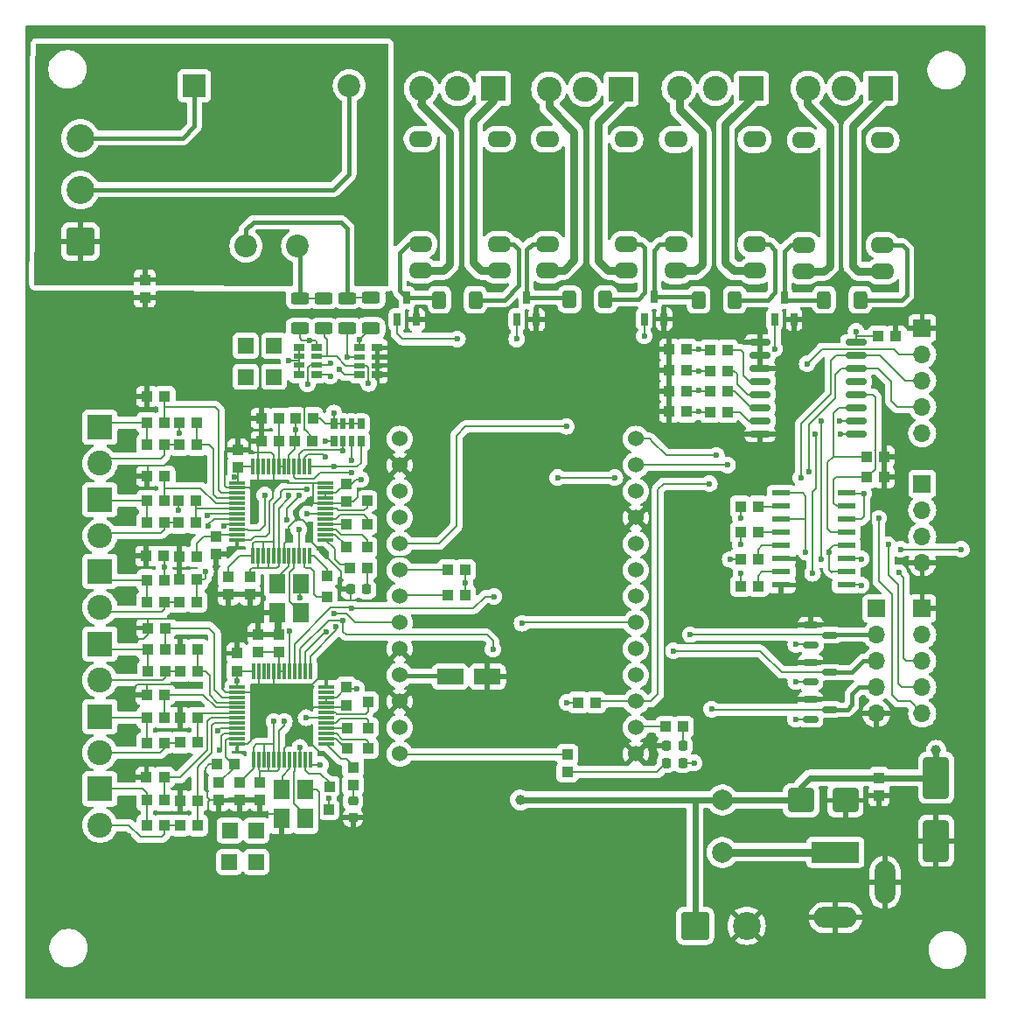
<source format=gbr>
%TF.GenerationSoftware,KiCad,Pcbnew,8.0.7-8.0.7-0~ubuntu22.04.1*%
%TF.CreationDate,2024-12-29T11:33:44+01:00*%
%TF.ProjectId,monitor_consumo,6d6f6e69-746f-4725-9f63-6f6e73756d6f,rev?*%
%TF.SameCoordinates,Original*%
%TF.FileFunction,Copper,L1,Top*%
%TF.FilePolarity,Positive*%
%FSLAX46Y46*%
G04 Gerber Fmt 4.6, Leading zero omitted, Abs format (unit mm)*
G04 Created by KiCad (PCBNEW 8.0.7-8.0.7-0~ubuntu22.04.1) date 2024-12-29 11:33:44*
%MOMM*%
%LPD*%
G01*
G04 APERTURE LIST*
G04 Aperture macros list*
%AMRoundRect*
0 Rectangle with rounded corners*
0 $1 Rounding radius*
0 $2 $3 $4 $5 $6 $7 $8 $9 X,Y pos of 4 corners*
0 Add a 4 corners polygon primitive as box body*
4,1,4,$2,$3,$4,$5,$6,$7,$8,$9,$2,$3,0*
0 Add four circle primitives for the rounded corners*
1,1,$1+$1,$2,$3*
1,1,$1+$1,$4,$5*
1,1,$1+$1,$6,$7*
1,1,$1+$1,$8,$9*
0 Add four rect primitives between the rounded corners*
20,1,$1+$1,$2,$3,$4,$5,0*
20,1,$1+$1,$4,$5,$6,$7,0*
20,1,$1+$1,$6,$7,$8,$9,0*
20,1,$1+$1,$8,$9,$2,$3,0*%
G04 Aperture macros list end*
%TA.AperFunction,SMDPad,CuDef*%
%ADD10R,1.000000X1.100000*%
%TD*%
%TA.AperFunction,SMDPad,CuDef*%
%ADD11R,1.100000X1.000000*%
%TD*%
%TA.AperFunction,ComponentPad*%
%ADD12R,1.700000X1.700000*%
%TD*%
%TA.AperFunction,ComponentPad*%
%ADD13O,1.700000X1.700000*%
%TD*%
%TA.AperFunction,ComponentPad*%
%ADD14R,2.400000X2.400000*%
%TD*%
%TA.AperFunction,ComponentPad*%
%ADD15C,2.400000*%
%TD*%
%TA.AperFunction,SMDPad,CuDef*%
%ADD16R,1.000000X0.700000*%
%TD*%
%TA.AperFunction,SMDPad,CuDef*%
%ADD17R,1.000000X0.500000*%
%TD*%
%TA.AperFunction,ComponentPad*%
%ADD18C,2.000000*%
%TD*%
%TA.AperFunction,SMDPad,CuDef*%
%ADD19RoundRect,0.218750X-0.218750X-0.256250X0.218750X-0.256250X0.218750X0.256250X-0.218750X0.256250X0*%
%TD*%
%TA.AperFunction,SMDPad,CuDef*%
%ADD20R,1.000000X1.000000*%
%TD*%
%TA.AperFunction,SMDPad,CuDef*%
%ADD21R,0.700000X1.000000*%
%TD*%
%TA.AperFunction,SMDPad,CuDef*%
%ADD22R,0.500000X1.000000*%
%TD*%
%TA.AperFunction,SMDPad,CuDef*%
%ADD23RoundRect,0.042000X0.258000X-0.573000X0.258000X0.573000X-0.258000X0.573000X-0.258000X-0.573000X0*%
%TD*%
%TA.AperFunction,SMDPad,CuDef*%
%ADD24R,1.500000X1.950000*%
%TD*%
%TA.AperFunction,SMDPad,CuDef*%
%ADD25R,1.498600X0.330200*%
%TD*%
%TA.AperFunction,SMDPad,CuDef*%
%ADD26R,0.330200X1.498600*%
%TD*%
%TA.AperFunction,ComponentPad*%
%ADD27R,1.500000X1.500000*%
%TD*%
%TA.AperFunction,ComponentPad*%
%ADD28R,2.200000X2.200000*%
%TD*%
%TA.AperFunction,ComponentPad*%
%ADD29C,2.200000*%
%TD*%
%TA.AperFunction,SMDPad,CuDef*%
%ADD30RoundRect,0.250000X-0.625000X0.312500X-0.625000X-0.312500X0.625000X-0.312500X0.625000X0.312500X0*%
%TD*%
%TA.AperFunction,SMDPad,CuDef*%
%ADD31RoundRect,0.250000X0.400000X0.600000X-0.400000X0.600000X-0.400000X-0.600000X0.400000X-0.600000X0*%
%TD*%
%TA.AperFunction,SMDPad,CuDef*%
%ADD32RoundRect,0.150000X-0.587500X-0.150000X0.587500X-0.150000X0.587500X0.150000X-0.587500X0.150000X0*%
%TD*%
%TA.AperFunction,ComponentPad*%
%ADD33RoundRect,0.250001X1.099999X-1.099999X1.099999X1.099999X-1.099999X1.099999X-1.099999X-1.099999X0*%
%TD*%
%TA.AperFunction,ComponentPad*%
%ADD34C,2.700000*%
%TD*%
%TA.AperFunction,ComponentPad*%
%ADD35O,2.300000X1.600000*%
%TD*%
%TA.AperFunction,ComponentPad*%
%ADD36C,1.524000*%
%TD*%
%TA.AperFunction,SMDPad,CuDef*%
%ADD37R,1.800000X0.590000*%
%TD*%
%TA.AperFunction,SMDPad,CuDef*%
%ADD38RoundRect,0.250000X-1.000000X1.750000X-1.000000X-1.750000X1.000000X-1.750000X1.000000X1.750000X0*%
%TD*%
%TA.AperFunction,SMDPad,CuDef*%
%ADD39RoundRect,0.150000X-0.875000X-0.150000X0.875000X-0.150000X0.875000X0.150000X-0.875000X0.150000X0*%
%TD*%
%TA.AperFunction,SMDPad,CuDef*%
%ADD40RoundRect,0.250000X-1.050000X-0.550000X1.050000X-0.550000X1.050000X0.550000X-1.050000X0.550000X0*%
%TD*%
%TA.AperFunction,ComponentPad*%
%ADD41RoundRect,0.250001X-1.099999X-1.099999X1.099999X-1.099999X1.099999X1.099999X-1.099999X1.099999X0*%
%TD*%
%TA.AperFunction,SMDPad,CuDef*%
%ADD42RoundRect,0.218750X0.256250X-0.218750X0.256250X0.218750X-0.256250X0.218750X-0.256250X-0.218750X0*%
%TD*%
%TA.AperFunction,ComponentPad*%
%ADD43R,4.600000X2.000000*%
%TD*%
%TA.AperFunction,ComponentPad*%
%ADD44O,4.200000X2.000000*%
%TD*%
%TA.AperFunction,ComponentPad*%
%ADD45O,2.000000X4.200000*%
%TD*%
%TA.AperFunction,SMDPad,CuDef*%
%ADD46RoundRect,0.250000X-1.000000X-0.900000X1.000000X-0.900000X1.000000X0.900000X-1.000000X0.900000X0*%
%TD*%
%TA.AperFunction,ViaPad*%
%ADD47C,0.600000*%
%TD*%
%TA.AperFunction,ViaPad*%
%ADD48C,1.000000*%
%TD*%
%TA.AperFunction,Conductor*%
%ADD49C,0.200000*%
%TD*%
%TA.AperFunction,Conductor*%
%ADD50C,0.600000*%
%TD*%
%TA.AperFunction,Conductor*%
%ADD51C,0.400000*%
%TD*%
%TA.AperFunction,Conductor*%
%ADD52C,0.800000*%
%TD*%
G04 APERTURE END LIST*
D10*
%TO.P,C11,1*%
%TO.N,GND*%
X124900000Y-86600000D03*
%TO.P,C11,2*%
%TO.N,VDD*%
X124900000Y-88300000D03*
%TD*%
D11*
%TO.P,C9,1*%
%TO.N,GND*%
X116025000Y-96900000D03*
%TO.P,C9,2*%
%TO.N,Net-(IC1-I3P)*%
X117725000Y-96900000D03*
%TD*%
D10*
%TO.P,C31,1*%
%TO.N,Net-(IC2-VDD18@1)*%
X126850000Y-106150000D03*
%TO.P,C31,2*%
%TO.N,GND*%
X126850000Y-104450000D03*
%TD*%
%TO.P,R2,1*%
%TO.N,Net-(R2-Pad1)*%
X175250000Y-94600000D03*
%TO.P,R2,2*%
%TO.N,Net-(J1-Pin_4)*%
X173550000Y-94600000D03*
%TD*%
D12*
%TO.P,J9,1,Pin_1*%
%TO.N,VDD*%
X191150000Y-89900000D03*
D13*
%TO.P,J9,2,Pin_2*%
%TO.N,/TX*%
X191150000Y-92440000D03*
%TO.P,J9,3,Pin_3*%
%TO.N,/RX*%
X191150000Y-94980000D03*
%TO.P,J9,4,Pin_4*%
%TO.N,GND*%
X191150000Y-97520000D03*
%TD*%
D14*
%TO.P,J15,1,Pin_1*%
%TO.N,Net-(J15-Pin_1)*%
X111550000Y-105400000D03*
D15*
%TO.P,J15,2,Pin_2*%
%TO.N,Net-(J15-Pin_2)*%
X111550000Y-108900000D03*
%TD*%
D16*
%TO.P,RN2,1,R1.1*%
%TO.N,/ATM90E36/VAP2*%
X132500000Y-79300000D03*
D17*
%TO.P,RN2,2,R2.1*%
%TO.N,/ATM90E36/VAP*%
X132500000Y-78400000D03*
%TO.P,RN2,3,R3.1*%
%TO.N,/ATM90E36/VAN2*%
X132500000Y-77600000D03*
D16*
%TO.P,RN2,4,R4.1*%
%TO.N,/ATM90E36/VAN*%
X132500000Y-76700000D03*
%TO.P,RN2,5,R4.2*%
%TO.N,VDD*%
X130800000Y-76700000D03*
D17*
%TO.P,RN2,6,R3.2*%
X130800000Y-77600000D03*
%TO.P,RN2,7,R2.2*%
X130800000Y-78400000D03*
D16*
%TO.P,RN2,8,R1.2*%
X130800000Y-79300000D03*
%TD*%
D11*
%TO.P,R25,1*%
%TO.N,Earth*%
X115900000Y-70150000D03*
%TO.P,R25,2*%
%TO.N,GND*%
X115900000Y-71850000D03*
%TD*%
D18*
%TO.P,F1,1*%
%TO.N,+5V*%
X171810000Y-120470000D03*
%TO.P,F1,2*%
%TO.N,Net-(F1-Pad2)*%
X171800000Y-125550000D03*
%TD*%
D19*
%TO.P,D11,1,K*%
%TO.N,GND*%
X135787500Y-100100000D03*
%TO.P,D11,2,A*%
%TO.N,Net-(D11-A)*%
X137362500Y-100100000D03*
%TD*%
D14*
%TO.P,J11,1,Pin_1*%
%TO.N,Net-(J11-Pin_1)*%
X111550000Y-84425000D03*
D15*
%TO.P,J11,2,Pin_2*%
%TO.N,Net-(J11-Pin_2)*%
X111550000Y-87925000D03*
%TD*%
D20*
%TO.P,TP11,1,1*%
%TO.N,Net-(IC1-CF2)*%
X135400000Y-96050000D03*
%TD*%
%TO.P,TP21,1,1*%
%TO.N,Net-(IC2-CF3)*%
X137500000Y-115500000D03*
%TD*%
D16*
%TO.P,RN1,1,R1.1*%
%TO.N,/ATM90E36/VAP2*%
X136700000Y-76750000D03*
D17*
%TO.P,RN1,2,R2.1*%
%TO.N,/ATM90E36/VAP*%
X136700000Y-77650000D03*
%TO.P,RN1,3,R3.1*%
%TO.N,/ATM90E36/VAN2*%
X136700000Y-78450000D03*
D16*
%TO.P,RN1,4,R4.1*%
%TO.N,/ATM90E36/VAN*%
X136700000Y-79350000D03*
%TO.P,RN1,5,R4.2*%
%TO.N,GND*%
X138400000Y-79350000D03*
D17*
%TO.P,RN1,6,R3.2*%
X138400000Y-78450000D03*
%TO.P,RN1,7,R2.2*%
X138400000Y-77650000D03*
D16*
%TO.P,RN1,8,R1.2*%
X138400000Y-76750000D03*
%TD*%
D11*
%TO.P,C23,1*%
%TO.N,GND*%
X116150000Y-103850000D03*
%TO.P,C23,2*%
%TO.N,Net-(IC2-I1P)*%
X117850000Y-103850000D03*
%TD*%
D10*
%TO.P,R8,1*%
%TO.N,Net-(Q2-G)*%
X170600000Y-80960000D03*
%TO.P,R8,2*%
%TO.N,Net-(U2-P2)*%
X172300000Y-80960000D03*
%TD*%
D14*
%TO.P,J4,1,Pin_1*%
%TO.N,Net-(J4-Pin_1)*%
X174625000Y-51650000D03*
D15*
%TO.P,J4,2,Pin_2*%
%TO.N,Net-(J4-Pin_2)*%
X171125000Y-51650000D03*
%TO.P,J4,3,Pin_3*%
%TO.N,Net-(J4-Pin_3)*%
X167625000Y-51650000D03*
%TD*%
D10*
%TO.P,R22,1*%
%TO.N,Net-(J11-Pin_1)*%
X116075000Y-84000000D03*
%TO.P,R22,2*%
%TO.N,Net-(IC1-I1P)*%
X117775000Y-84000000D03*
%TD*%
D20*
%TO.P,TP16,1,1*%
%TO.N,Net-(IC2-ZX2)*%
X133700000Y-121425000D03*
%TD*%
D21*
%TO.P,RN3,1,R1.1*%
%TO.N,SCK*%
X134200000Y-85800000D03*
D22*
%TO.P,RN3,2,R2.1*%
%TO.N,MISO*%
X135100000Y-85800000D03*
%TO.P,RN3,3,R3.1*%
%TO.N,MOSI*%
X135900000Y-85800000D03*
D21*
%TO.P,RN3,4,R4.1*%
%TO.N,~{CS1}*%
X136800000Y-85800000D03*
%TO.P,RN3,5,R4.2*%
%TO.N,VDD*%
X136800000Y-84100000D03*
D22*
%TO.P,RN3,6,R3.2*%
X135900000Y-84100000D03*
%TO.P,RN3,7,R2.2*%
X135100000Y-84100000D03*
D21*
%TO.P,RN3,8,R1.2*%
X134200000Y-84100000D03*
%TD*%
D23*
%TO.P,Q4,1,G*%
%TO.N,Net-(Q4-G)*%
X176850000Y-74000000D03*
%TO.P,Q4,2,S*%
%TO.N,GND*%
X178750000Y-74000000D03*
%TO.P,Q4,3,D*%
%TO.N,Net-(D4-A)*%
X177800000Y-71880000D03*
%TD*%
D24*
%TO.P,Y2,1,1*%
%TO.N,Net-(IC2-OSCI)*%
X129125000Y-119450000D03*
%TO.P,Y2,2,2*%
%TO.N,GND*%
X129125000Y-122300000D03*
%TO.P,Y2,3,3*%
%TO.N,Net-(IC2-OSCO)*%
X131425000Y-122300000D03*
%TO.P,Y2,4*%
%TO.N,GND*%
X131425000Y-119450000D03*
%TD*%
D14*
%TO.P,J17,1,Pin_1*%
%TO.N,Net-(J17-Pin_1)*%
X111550000Y-119425000D03*
D15*
%TO.P,J17,2,Pin_2*%
%TO.N,Net-(J17-Pin_2)*%
X111550000Y-122925000D03*
%TD*%
D25*
%TO.P,IC1,1,AVDD*%
%TO.N,VDD*%
X124800000Y-89800000D03*
%TO.P,IC1,2,AGND@1*%
%TO.N,GND*%
X124800000Y-90300000D03*
%TO.P,IC1,3,I1P*%
%TO.N,Net-(IC1-I1P)*%
X124800000Y-90800000D03*
%TO.P,IC1,4,I1N*%
%TO.N,Net-(IC1-I1N)*%
X124800000Y-91300000D03*
%TO.P,IC1,5,I2P*%
%TO.N,Net-(IC1-I2P)*%
X124800000Y-91800000D03*
%TO.P,IC1,6,I2N*%
%TO.N,Net-(IC1-I2N)*%
X124800000Y-92300000D03*
%TO.P,IC1,7,I3P*%
%TO.N,Net-(IC1-I3P)*%
X124800000Y-92800000D03*
%TO.P,IC1,8,I3N*%
%TO.N,Net-(IC1-I3N)*%
X124800000Y-93300000D03*
%TO.P,IC1,9,I4P*%
%TO.N,Net-(IC1-I4P)*%
X124800000Y-93800000D03*
%TO.P,IC1,10,I4N*%
%TO.N,Net-(IC1-I4N)*%
X124800000Y-94300000D03*
%TO.P,IC1,11,VREF*%
%TO.N,Net-(IC1-VREF)*%
X124800000Y-94800000D03*
%TO.P,IC1,12,AGND@2*%
%TO.N,GND*%
X124800000Y-95300000D03*
D26*
%TO.P,IC1,13,V1P*%
%TO.N,/ATM90E36/VAP*%
X126350000Y-96850000D03*
%TO.P,IC1,14,V1N*%
%TO.N,/ATM90E36/VAN*%
X126850000Y-96850000D03*
%TO.P,IC1,15,V2P*%
%TO.N,/ATM90E36/VAP*%
X127350000Y-96850000D03*
%TO.P,IC1,16,V2N*%
%TO.N,/ATM90E36/VAN*%
X127850000Y-96850000D03*
%TO.P,IC1,17,V3P*%
%TO.N,/ATM90E36/VAP*%
X128350000Y-96850000D03*
%TO.P,IC1,18,V3N*%
%TO.N,/ATM90E36/VAN*%
X128850000Y-96850000D03*
%TO.P,IC1,19,DGND@1*%
%TO.N,GND*%
X129350000Y-96850000D03*
%TO.P,IC1,20,OSCI*%
%TO.N,Net-(IC1-OSCI)*%
X129850000Y-96850000D03*
%TO.P,IC1,21,OSCO*%
%TO.N,Net-(IC1-OSCO)*%
X130350000Y-96850000D03*
%TO.P,IC1,22,ZX0*%
%TO.N,Net-(IC1-ZX0)*%
X130850000Y-96850000D03*
%TO.P,IC1,23,ZX1*%
%TO.N,Net-(IC1-ZX1)*%
X131350000Y-96850000D03*
%TO.P,IC1,24,ZX2*%
%TO.N,Net-(IC1-ZX2)*%
X131850000Y-96850000D03*
D25*
%TO.P,IC1,25,CF1*%
%TO.N,Net-(IC1-CF1)*%
X133400000Y-95300000D03*
%TO.P,IC1,26,CF2*%
%TO.N,Net-(IC1-CF2)*%
X133400000Y-94800000D03*
%TO.P,IC1,27,CF3*%
%TO.N,Net-(IC1-CF3)*%
X133400000Y-94300000D03*
%TO.P,IC1,28,CF4*%
%TO.N,Net-(IC1-CF4)*%
X133400000Y-93800000D03*
%TO.P,IC1,29,WARNOUT*%
%TO.N,Net-(IC1-WARNOUT)*%
X133400000Y-93300000D03*
%TO.P,IC1,30,IRQ0*%
%TO.N,Net-(IC1-IRQ0)*%
X133400000Y-92800000D03*
%TO.P,IC1,31,IRQ1*%
%TO.N,Net-(IC1-IRQ1)*%
X133400000Y-92300000D03*
%TO.P,IC1,32,TEST*%
%TO.N,GND*%
X133400000Y-91800000D03*
%TO.P,IC1,33,PM0*%
%TO.N,VDD*%
X133400000Y-91300000D03*
%TO.P,IC1,34,PM1*%
X133400000Y-90800000D03*
%TO.P,IC1,35,NC@1*%
%TO.N,unconnected-(IC1-NC@1-Pad35)*%
X133400000Y-90300000D03*
%TO.P,IC1,36,DMA_CTRL*%
%TO.N,GND*%
X133400000Y-89800000D03*
D26*
%TO.P,IC1,37,~{CS}*%
%TO.N,~{CS1}*%
X131850000Y-88250000D03*
%TO.P,IC1,38,SCLK*%
%TO.N,SCK*%
X131350000Y-88250000D03*
%TO.P,IC1,39,SDO*%
%TO.N,MISO*%
X130850000Y-88250000D03*
%TO.P,IC1,40,SDI*%
%TO.N,MOSI*%
X130350000Y-88250000D03*
%TO.P,IC1,41,~{RESET}*%
%TO.N,Net-(IC1-~{RESET})*%
X129850000Y-88250000D03*
%TO.P,IC1,42,VDD18@1*%
%TO.N,Net-(IC1-VDD18@1)*%
X129350000Y-88250000D03*
%TO.P,IC1,43,VDD18@2*%
X128850000Y-88250000D03*
%TO.P,IC1,44,DGND@2*%
%TO.N,GND*%
X128350000Y-88250000D03*
%TO.P,IC1,45,NC@2*%
%TO.N,unconnected-(IC1-NC@2-Pad45)*%
X127850000Y-88250000D03*
%TO.P,IC1,46,NC@3*%
%TO.N,unconnected-(IC1-NC@3-Pad46)*%
X127350000Y-88250000D03*
%TO.P,IC1,47,DGND@3*%
%TO.N,GND*%
X126850000Y-88250000D03*
%TO.P,IC1,48,DVDD*%
%TO.N,VDD*%
X126350000Y-88250000D03*
%TD*%
D27*
%TO.P,TP12,1,1*%
%TO.N,Net-(IC2-I4P)*%
X124100000Y-123425000D03*
%TD*%
D11*
%TO.P,C6,1*%
%TO.N,GND*%
X119250000Y-99175000D03*
%TO.P,C6,2*%
%TO.N,Net-(IC1-I3N)*%
X120950000Y-99175000D03*
%TD*%
D10*
%TO.P,R19,1*%
%TO.N,Net-(J11-Pin_1)*%
X116075000Y-86125000D03*
%TO.P,R19,2*%
%TO.N,Net-(J11-Pin_2)*%
X117775000Y-86125000D03*
%TD*%
D28*
%TO.P,T1,1,AA*%
%TO.N,Net-(J14-Pin_3)*%
X120690000Y-51400000D03*
D29*
%TO.P,T1,2,AB*%
%TO.N,Net-(J14-Pin_2)*%
X135690000Y-51400000D03*
%TO.P,T1,3,SA*%
%TO.N,Net-(T1-SA)*%
X130690000Y-66900000D03*
%TO.P,T1,4,SB*%
%TO.N,Net-(T1-SB)*%
X125690000Y-66900000D03*
%TD*%
D20*
%TO.P,TP9,1,1*%
%TO.N,Net-(IC1-CF4)*%
X135400000Y-93800000D03*
%TD*%
D10*
%TO.P,C26,1*%
%TO.N,GND*%
X135400000Y-111300000D03*
%TO.P,C26,2*%
%TO.N,VDD*%
X135400000Y-109600000D03*
%TD*%
D30*
%TO.P,R29,1*%
%TO.N,Net-(T1-SB)*%
X137800000Y-71925000D03*
%TO.P,R29,2*%
%TO.N,/ATM90E36/VAP2*%
X137800000Y-74850000D03*
%TD*%
D10*
%TO.P,R42,1*%
%TO.N,Net-(J16-Pin_2)*%
X119300000Y-114925000D03*
%TO.P,R42,2*%
%TO.N,Net-(IC2-I2N)*%
X121000000Y-114925000D03*
%TD*%
D25*
%TO.P,IC2,1,AVDD*%
%TO.N,VDD*%
X124850000Y-109550000D03*
%TO.P,IC2,2,AGND@1*%
%TO.N,GND*%
X124850000Y-110050000D03*
%TO.P,IC2,3,I1P*%
%TO.N,Net-(IC2-I1P)*%
X124850000Y-110550000D03*
%TO.P,IC2,4,I1N*%
%TO.N,Net-(IC2-I1N)*%
X124850000Y-111050000D03*
%TO.P,IC2,5,I2P*%
%TO.N,Net-(IC2-I2P)*%
X124850000Y-111550000D03*
%TO.P,IC2,6,I2N*%
%TO.N,Net-(IC2-I2N)*%
X124850000Y-112050000D03*
%TO.P,IC2,7,I3P*%
%TO.N,Net-(IC2-I3P)*%
X124850000Y-112550000D03*
%TO.P,IC2,8,I3N*%
%TO.N,Net-(IC2-I3N)*%
X124850000Y-113050000D03*
%TO.P,IC2,9,I4P*%
%TO.N,Net-(IC2-I4P)*%
X124850000Y-113550000D03*
%TO.P,IC2,10,I4N*%
%TO.N,Net-(IC2-I4N)*%
X124850000Y-114050000D03*
%TO.P,IC2,11,VREF*%
%TO.N,Net-(IC2-VREF)*%
X124850000Y-114550000D03*
%TO.P,IC2,12,AGND@2*%
%TO.N,GND*%
X124850000Y-115050000D03*
D26*
%TO.P,IC2,13,V1P*%
%TO.N,/ATM90E36/VAP2*%
X126400000Y-116600000D03*
%TO.P,IC2,14,V1N*%
%TO.N,/ATM90E36/VAN2*%
X126900000Y-116600000D03*
%TO.P,IC2,15,V2P*%
%TO.N,/ATM90E36/VAP2*%
X127400000Y-116600000D03*
%TO.P,IC2,16,V2N*%
%TO.N,/ATM90E36/VAN2*%
X127900000Y-116600000D03*
%TO.P,IC2,17,V3P*%
%TO.N,/ATM90E36/VAP2*%
X128400000Y-116600000D03*
%TO.P,IC2,18,V3N*%
%TO.N,/ATM90E36/VAN2*%
X128900000Y-116600000D03*
%TO.P,IC2,19,DGND@1*%
%TO.N,GND*%
X129400000Y-116600000D03*
%TO.P,IC2,20,OSCI*%
%TO.N,Net-(IC2-OSCI)*%
X129900000Y-116600000D03*
%TO.P,IC2,21,OSCO*%
%TO.N,Net-(IC2-OSCO)*%
X130400000Y-116600000D03*
%TO.P,IC2,22,ZX0*%
%TO.N,Net-(IC2-ZX0)*%
X130900000Y-116600000D03*
%TO.P,IC2,23,ZX1*%
%TO.N,Net-(IC2-ZX1)*%
X131400000Y-116600000D03*
%TO.P,IC2,24,ZX2*%
%TO.N,Net-(IC2-ZX2)*%
X131900000Y-116600000D03*
D25*
%TO.P,IC2,25,CF1*%
%TO.N,Net-(IC2-CF1)*%
X133450000Y-115050000D03*
%TO.P,IC2,26,CF2*%
%TO.N,Net-(IC2-CF2)*%
X133450000Y-114550000D03*
%TO.P,IC2,27,CF3*%
%TO.N,Net-(IC2-CF3)*%
X133450000Y-114050000D03*
%TO.P,IC2,28,CF4*%
%TO.N,Net-(IC2-CF4)*%
X133450000Y-113550000D03*
%TO.P,IC2,29,WARNOUT*%
%TO.N,Net-(IC2-WARNOUT)*%
X133450000Y-113050000D03*
%TO.P,IC2,30,IRQ0*%
%TO.N,Net-(IC2-IRQ0)*%
X133450000Y-112550000D03*
%TO.P,IC2,31,IRQ1*%
%TO.N,Net-(IC2-IRQ1)*%
X133450000Y-112050000D03*
%TO.P,IC2,32,TEST*%
%TO.N,GND*%
X133450000Y-111550000D03*
%TO.P,IC2,33,PM0*%
%TO.N,VDD*%
X133450000Y-111050000D03*
%TO.P,IC2,34,PM1*%
X133450000Y-110550000D03*
%TO.P,IC2,35,NC@1*%
%TO.N,unconnected-(IC2-NC@1-Pad35)*%
X133450000Y-110050000D03*
%TO.P,IC2,36,DMA_CTRL*%
%TO.N,GND*%
X133450000Y-109550000D03*
D26*
%TO.P,IC2,37,~{CS}*%
%TO.N,~{CS2}*%
X131900000Y-108000000D03*
%TO.P,IC2,38,SCLK*%
%TO.N,SCK*%
X131400000Y-108000000D03*
%TO.P,IC2,39,SDO*%
%TO.N,MISO*%
X130900000Y-108000000D03*
%TO.P,IC2,40,SDI*%
%TO.N,MOSI*%
X130400000Y-108000000D03*
%TO.P,IC2,41,~{RESET}*%
%TO.N,Net-(IC1-~{RESET})*%
X129900000Y-108000000D03*
%TO.P,IC2,42,VDD18@1*%
%TO.N,Net-(IC2-VDD18@1)*%
X129400000Y-108000000D03*
%TO.P,IC2,43,VDD18@2*%
X128900000Y-108000000D03*
%TO.P,IC2,44,DGND@2*%
%TO.N,GND*%
X128400000Y-108000000D03*
%TO.P,IC2,45,NC@2*%
%TO.N,unconnected-(IC2-NC@2-Pad45)*%
X127900000Y-108000000D03*
%TO.P,IC2,46,NC@3*%
%TO.N,unconnected-(IC2-NC@3-Pad46)*%
X127400000Y-108000000D03*
%TO.P,IC2,47,DGND@3*%
%TO.N,GND*%
X126900000Y-108000000D03*
%TO.P,IC2,48,DVDD*%
%TO.N,VDD*%
X126400000Y-108000000D03*
%TD*%
D27*
%TO.P,TP14,1,1*%
%TO.N,Net-(IC2-ZX0)*%
X124075000Y-126475000D03*
%TD*%
D10*
%TO.P,R26,1*%
%TO.N,Net-(J11-Pin_2)*%
X119225000Y-86125000D03*
%TO.P,R26,2*%
%TO.N,Net-(IC1-I1N)*%
X120925000Y-86125000D03*
%TD*%
D11*
%TO.P,C10,1*%
%TO.N,Net-(IC1-VREF)*%
X120925000Y-96925000D03*
%TO.P,C10,2*%
%TO.N,GND*%
X119225000Y-96925000D03*
%TD*%
D10*
%TO.P,R9,1*%
%TO.N,Net-(Q3-G)*%
X168370000Y-78930000D03*
%TO.P,R9,2*%
%TO.N,GND*%
X166670000Y-78930000D03*
%TD*%
%TO.P,R13,1*%
%TO.N,Net-(U2-P6)*%
X185750000Y-87260000D03*
%TO.P,R13,2*%
%TO.N,GND*%
X187450000Y-87260000D03*
%TD*%
D11*
%TO.P,C17,1*%
%TO.N,GND*%
X132100000Y-85800000D03*
%TO.P,C17,2*%
%TO.N,Net-(IC1-~{RESET})*%
X130400000Y-85800000D03*
%TD*%
D31*
%TO.P,D4,1,K*%
%TO.N,+5V*%
X185150000Y-72100000D03*
%TO.P,D4,2,A*%
%TO.N,Net-(D4-A)*%
X181650000Y-72100000D03*
%TD*%
D11*
%TO.P,C13,1*%
%TO.N,GND*%
X127200000Y-83550000D03*
%TO.P,C13,2*%
%TO.N,Net-(IC1-VDD18@1)*%
X128900000Y-83550000D03*
%TD*%
D23*
%TO.P,Q1,1,G*%
%TO.N,Net-(Q1-G)*%
X140300000Y-74020000D03*
%TO.P,Q1,2,S*%
%TO.N,GND*%
X142200000Y-74020000D03*
%TO.P,Q1,3,D*%
%TO.N,Net-(D1-A)*%
X141250000Y-71900000D03*
%TD*%
D10*
%TO.P,R36,1*%
%TO.N,Net-(J16-Pin_1)*%
X116100000Y-114950000D03*
%TO.P,R36,2*%
%TO.N,Net-(J16-Pin_2)*%
X117800000Y-114950000D03*
%TD*%
D11*
%TO.P,C22,1*%
%TO.N,Net-(IC2-VREF)*%
X124550000Y-117000000D03*
%TO.P,C22,2*%
%TO.N,GND*%
X122850000Y-117000000D03*
%TD*%
D20*
%TO.P,TP5,1,1*%
%TO.N,Net-(IC1-ZX2)*%
X133575000Y-98800000D03*
%TD*%
D10*
%TO.P,R6,1*%
%TO.N,GND*%
X166670000Y-82930000D03*
%TO.P,R6,2*%
%TO.N,Net-(Q1-G)*%
X168370000Y-82930000D03*
%TD*%
D27*
%TO.P,TP7,1,1*%
%TO.N,Net-(IC1-IRQ0)*%
X128400000Y-76550000D03*
%TD*%
D10*
%TO.P,R24,1*%
%TO.N,Net-(J13-Pin_1)*%
X116075000Y-99225000D03*
%TO.P,R24,2*%
%TO.N,Net-(IC1-I3P)*%
X117775000Y-99225000D03*
%TD*%
%TO.P,R4,1*%
%TO.N,Net-(U2-P5)*%
X173550000Y-97200000D03*
%TO.P,R4,2*%
%TO.N,Net-(R4-Pad2)*%
X175250000Y-97200000D03*
%TD*%
%TO.P,R38,1*%
%TO.N,Net-(J15-Pin_1)*%
X116150000Y-105925000D03*
%TO.P,R38,2*%
%TO.N,Net-(IC2-I1P)*%
X117850000Y-105925000D03*
%TD*%
D11*
%TO.P,C8,1*%
%TO.N,GND*%
X116100000Y-89175000D03*
%TO.P,C8,2*%
%TO.N,Net-(IC1-I2P)*%
X117800000Y-89175000D03*
%TD*%
D32*
%TO.P,D10,1,K*%
%TO.N,GND*%
X180325000Y-107175000D03*
%TO.P,D10,2,A*%
%TO.N,VDD*%
X180325000Y-109075000D03*
%TO.P,D10,3,K*%
%TO.N,/ADC*%
X182200000Y-108125000D03*
%TD*%
D10*
%TO.P,C30,1*%
%TO.N,/ATM90E36/VAN2*%
X127025000Y-118800000D03*
%TO.P,C30,2*%
%TO.N,GND*%
X127025000Y-120500000D03*
%TD*%
%TO.P,C29,1*%
%TO.N,GND*%
X124800000Y-106300000D03*
%TO.P,C29,2*%
%TO.N,VDD*%
X124800000Y-108000000D03*
%TD*%
D11*
%TO.P,C4,1*%
%TO.N,GND*%
X119250000Y-84025000D03*
%TO.P,C4,2*%
%TO.N,Net-(IC1-I1N)*%
X120950000Y-84025000D03*
%TD*%
D33*
%TO.P,J14,1,Pin_1*%
%TO.N,Earth*%
X109650000Y-66477500D03*
D34*
%TO.P,J14,2,Pin_2*%
%TO.N,Net-(J14-Pin_2)*%
X109650000Y-61477500D03*
%TO.P,J14,3,Pin_3*%
%TO.N,Net-(J14-Pin_3)*%
X109650000Y-56477500D03*
%TD*%
D35*
%TO.P,K1,1*%
%TO.N,Net-(J2-Pin_2)*%
X142590000Y-56550000D03*
%TO.P,K1,5*%
%TO.N,Net-(D1-A)*%
X142590000Y-66710000D03*
%TO.P,K1,6*%
%TO.N,Net-(J2-Pin_3)*%
X142590000Y-69250000D03*
%TO.P,K1,7*%
%TO.N,Net-(J2-Pin_1)*%
X150210000Y-69250000D03*
%TO.P,K1,8*%
%TO.N,+5V*%
X150210000Y-66710000D03*
%TO.P,K1,12*%
%TO.N,Net-(J2-Pin_2)*%
X150210000Y-56550000D03*
%TD*%
D11*
%TO.P,R17,1*%
%TO.N,Net-(D5-K)*%
X156800000Y-117800000D03*
%TO.P,R17,2*%
%TO.N,Net-(U3-LINK_LED)*%
X156800000Y-116100000D03*
%TD*%
D30*
%TO.P,R32,1*%
%TO.N,Net-(T1-SA)*%
X130900000Y-71950000D03*
%TO.P,R32,2*%
%TO.N,/ATM90E36/VAN*%
X130900000Y-74875000D03*
%TD*%
D11*
%TO.P,C20,1*%
%TO.N,GND*%
X119300000Y-112525000D03*
%TO.P,C20,2*%
%TO.N,Net-(IC2-I2N)*%
X121000000Y-112525000D03*
%TD*%
D36*
%TO.P,U3,1,CLK_EN*%
%TO.N,unconnected-(U3-CLK_EN-Pad1)*%
X140570000Y-85550000D03*
%TO.P,U3,2,GND*%
%TO.N,GND*%
X140570000Y-88090000D03*
%TO.P,U3,3,3.3V*%
%TO.N,VDD*%
X140570000Y-90630000D03*
%TO.P,U3,4,ESP32_EN*%
%TO.N,unconnected-(U3-ESP32_EN-Pad4)*%
X140570000Y-93170000D03*
%TO.P,U3,5,IO32/ADC1_CH4/TCH9*%
%TO.N,/ISR*%
X140570000Y-95710000D03*
%TO.P,U3,6,IO33/ADC1_CH5/TCH8*%
%TO.N,~{CS2}*%
X140570000Y-98250000D03*
%TO.P,U3,7,IO5/BOOT_FLOAT*%
%TO.N,/SCL*%
X140570000Y-100790000D03*
%TO.P,U3,8,IO17/UART2_TX*%
%TO.N,~{CS1}*%
X140570000Y-103330000D03*
%TO.P,U3,9,GND*%
%TO.N,GND*%
X140570000Y-105870000D03*
%TO.P,U3,10,3.3V*%
%TO.N,VDD*%
X140570000Y-108410000D03*
%TO.P,U3,11,GND*%
%TO.N,GND*%
X140570000Y-110950000D03*
%TO.P,U3,12,5V*%
%TO.N,+5V*%
X140570000Y-113490000D03*
%TO.P,U3,13,LINK_LED*%
%TO.N,Net-(U3-LINK_LED)*%
X140570000Y-116030000D03*
%TO.P,U3,14,GND*%
%TO.N,GND*%
X163430000Y-116030000D03*
%TO.P,U3,15,IO2/ADC2_CH2/TCH2/PRG_FLOAT_OR_GND*%
%TO.N,Net-(U3-IO2{slash}ADC2_CH2{slash}TCH2{slash}PRG_FLOAT_OR_GND)*%
X163430000Y-113490000D03*
%TO.P,U3,16,IO4/ADC2_CH0/TCH0*%
%TO.N,/SDA*%
X163430000Y-110950000D03*
%TO.P,U3,17,IO35/ADC1_CH7/INPUT_ONLY*%
%TO.N,/Pulse*%
X163430000Y-108410000D03*
%TO.P,U3,18,IO12/ADC2_CH5/TCH5/BOOT_FLOAT_OR_LOW*%
%TO.N,MISO*%
X163430000Y-105870000D03*
%TO.P,U3,19,IO14/ADC2_CH6/TCH6*%
%TO.N,SCK*%
X163430000Y-103330000D03*
%TO.P,U3,20,IO15/ADC2_CH3/TCH3*%
%TO.N,MOSI*%
X163430000Y-100790000D03*
%TO.P,U3,21,IO36/ADC1_CH0/INPUT_ONLY*%
%TO.N,/ADC*%
X163430000Y-98250000D03*
%TO.P,U3,22,IO39/ADC1_CH3/INPUT_ONLY*%
%TO.N,/Input1*%
X163430000Y-95710000D03*
%TO.P,U3,23,GND*%
%TO.N,GND*%
X163430000Y-93170000D03*
%TO.P,U3,24,IO0/PRG_LOW/ETH_CLK*%
%TO.N,/ETH_CLK*%
X163430000Y-90630000D03*
%TO.P,U3,25,IO3/PRG_RX*%
%TO.N,/RX*%
X163430000Y-88090000D03*
%TO.P,U3,26,IO1/PRG_TX*%
%TO.N,/TX*%
X163430000Y-85550000D03*
%TD*%
D27*
%TO.P,TP18,1,1*%
%TO.N,Net-(IC2-IRQ0)*%
X126675000Y-126475000D03*
%TD*%
D10*
%TO.P,C16,1*%
%TO.N,/ATM90E36/VAP*%
X123975000Y-98900000D03*
%TO.P,C16,2*%
%TO.N,GND*%
X123975000Y-100600000D03*
%TD*%
D31*
%TO.P,D2,1,K*%
%TO.N,+5V*%
X160500000Y-72050000D03*
%TO.P,D2,2,A*%
%TO.N,Net-(D2-A)*%
X157000000Y-72050000D03*
%TD*%
D30*
%TO.P,R31,1*%
%TO.N,Net-(T1-SA)*%
X133200000Y-71950000D03*
%TO.P,R31,2*%
%TO.N,/ATM90E36/VAN2*%
X133200000Y-74875000D03*
%TD*%
D11*
%TO.P,C24,1*%
%TO.N,GND*%
X116075000Y-110300000D03*
%TO.P,C24,2*%
%TO.N,Net-(IC2-I2P)*%
X117775000Y-110300000D03*
%TD*%
%TO.P,C5,1*%
%TO.N,GND*%
X119150000Y-91525000D03*
%TO.P,C5,2*%
%TO.N,Net-(IC1-I2N)*%
X120850000Y-91525000D03*
%TD*%
D10*
%TO.P,R14,1*%
%TO.N,Net-(Q4-G)*%
X170600000Y-76960000D03*
%TO.P,R14,2*%
%TO.N,Net-(U2-P0)*%
X172300000Y-76960000D03*
%TD*%
%TO.P,R21,1*%
%TO.N,Net-(J13-Pin_1)*%
X116100000Y-101325000D03*
%TO.P,R21,2*%
%TO.N,Net-(J13-Pin_2)*%
X117800000Y-101325000D03*
%TD*%
D27*
%TO.P,TP3,1,1*%
%TO.N,Net-(IC1-ZX0)*%
X125650000Y-76550000D03*
%TD*%
D31*
%TO.P,D3,1,K*%
%TO.N,+5V*%
X173000000Y-72100000D03*
%TO.P,D3,2,A*%
%TO.N,Net-(D3-A)*%
X169500000Y-72100000D03*
%TD*%
D32*
%TO.P,D9,1,K*%
%TO.N,GND*%
X180325000Y-110775000D03*
%TO.P,D9,2,A*%
%TO.N,VDD*%
X180325000Y-112675000D03*
%TO.P,D9,3,K*%
%TO.N,/Pulse*%
X182200000Y-111725000D03*
%TD*%
D10*
%TO.P,R34,1*%
%TO.N,Net-(D11-A)*%
X137400000Y-98050000D03*
%TO.P,R34,2*%
%TO.N,Net-(IC1-CF1)*%
X135700000Y-98050000D03*
%TD*%
%TO.P,R28,1*%
%TO.N,Net-(J13-Pin_2)*%
X119225000Y-101325000D03*
%TO.P,R28,2*%
%TO.N,Net-(IC1-I3N)*%
X120925000Y-101325000D03*
%TD*%
%TO.P,R15,1*%
%TO.N,/SDA*%
X159550000Y-111050000D03*
%TO.P,R15,2*%
%TO.N,VDD*%
X157850000Y-111050000D03*
%TD*%
%TO.P,R3,1*%
%TO.N,Net-(Q1-G)*%
X170600000Y-82960000D03*
%TO.P,R3,2*%
%TO.N,Net-(U2-P3)*%
X172300000Y-82960000D03*
%TD*%
D11*
%TO.P,C19,1*%
%TO.N,GND*%
X119275000Y-105925000D03*
%TO.P,C19,2*%
%TO.N,Net-(IC2-I1N)*%
X120975000Y-105925000D03*
%TD*%
D10*
%TO.P,R27,1*%
%TO.N,Net-(J12-Pin_2)*%
X119175000Y-93675000D03*
%TO.P,R27,2*%
%TO.N,Net-(IC1-I2N)*%
X120875000Y-93675000D03*
%TD*%
D35*
%TO.P,K3,1*%
%TO.N,Net-(J4-Pin_2)*%
X167290000Y-56600000D03*
%TO.P,K3,5*%
%TO.N,Net-(D3-A)*%
X167290000Y-66760000D03*
%TO.P,K3,6*%
%TO.N,Net-(J4-Pin_3)*%
X167290000Y-69300000D03*
%TO.P,K3,7*%
%TO.N,Net-(J4-Pin_1)*%
X174910000Y-69300000D03*
%TO.P,K3,8*%
%TO.N,+5V*%
X174910000Y-66760000D03*
%TO.P,K3,12*%
%TO.N,Net-(J4-Pin_2)*%
X174910000Y-56600000D03*
%TD*%
D20*
%TO.P,TP20,1,1*%
%TO.N,Net-(IC2-CF4)*%
X135500000Y-113500000D03*
%TD*%
D23*
%TO.P,Q2,1,G*%
%TO.N,Net-(Q2-G)*%
X151900000Y-74020000D03*
%TO.P,Q2,2,S*%
%TO.N,GND*%
X153800000Y-74020000D03*
%TO.P,Q2,3,D*%
%TO.N,Net-(D2-A)*%
X152850000Y-71900000D03*
%TD*%
D10*
%TO.P,R39,1*%
%TO.N,Net-(J16-Pin_1)*%
X116075000Y-112525000D03*
%TO.P,R39,2*%
%TO.N,Net-(IC2-I2P)*%
X117775000Y-112525000D03*
%TD*%
%TO.P,C27,1*%
%TO.N,Net-(IC2-VREF)*%
X123050000Y-118825000D03*
%TO.P,C27,2*%
%TO.N,GND*%
X123050000Y-120525000D03*
%TD*%
D20*
%TO.P,TP19,1,1*%
%TO.N,Net-(IC2-WARNOUT)*%
X137500000Y-113500000D03*
%TD*%
D14*
%TO.P,J13,1,Pin_1*%
%TO.N,Net-(J13-Pin_1)*%
X111550000Y-98375000D03*
D15*
%TO.P,J13,2,Pin_2*%
%TO.N,Net-(J13-Pin_2)*%
X111550000Y-101875000D03*
%TD*%
D11*
%TO.P,R45,1*%
%TO.N,Net-(D12-A)*%
X136050000Y-119050000D03*
%TO.P,R45,2*%
%TO.N,Net-(IC2-CF1)*%
X136050000Y-117350000D03*
%TD*%
D10*
%TO.P,R35,1*%
%TO.N,Net-(J15-Pin_1)*%
X116150000Y-108025000D03*
%TO.P,R35,2*%
%TO.N,Net-(J15-Pin_2)*%
X117850000Y-108025000D03*
%TD*%
D23*
%TO.P,Q3,1,G*%
%TO.N,Net-(Q3-G)*%
X164250000Y-73960000D03*
%TO.P,Q3,2,S*%
%TO.N,GND*%
X166150000Y-73960000D03*
%TO.P,Q3,3,D*%
%TO.N,Net-(D3-A)*%
X165200000Y-71840000D03*
%TD*%
D37*
%TO.P,U1,1*%
%TO.N,+5V*%
X177495000Y-90805000D03*
%TO.P,U1,2*%
%TO.N,Net-(R1-Pad1)*%
X177495000Y-92075000D03*
%TO.P,U1,3*%
%TO.N,+5V*%
X177495000Y-93345000D03*
%TO.P,U1,4*%
%TO.N,Net-(R2-Pad1)*%
X177495000Y-94615000D03*
%TO.P,U1,5*%
%TO.N,Net-(R4-Pad2)*%
X177495000Y-95885000D03*
%TO.P,U1,6*%
%TO.N,GND*%
X177495000Y-97155000D03*
%TO.P,U1,7*%
%TO.N,Net-(R5-Pad2)*%
X177495000Y-98425000D03*
%TO.P,U1,8*%
%TO.N,GND*%
X177495000Y-99695000D03*
%TO.P,U1,9*%
%TO.N,Net-(J1-Pin_2)*%
X183805000Y-99695000D03*
%TO.P,U1,10*%
%TO.N,+5V*%
X183805000Y-98425000D03*
%TO.P,U1,11*%
%TO.N,Net-(J1-Pin_3)*%
X183805000Y-97155000D03*
%TO.P,U1,12*%
%TO.N,+5V*%
X183805000Y-95885000D03*
%TO.P,U1,13*%
%TO.N,Net-(U2-P6)*%
X183805000Y-94615000D03*
%TO.P,U1,14*%
%TO.N,VDD*%
X183805000Y-93345000D03*
%TO.P,U1,15*%
%TO.N,Net-(U2-P7)*%
X183805000Y-92075000D03*
%TO.P,U1,16*%
%TO.N,VDD*%
X183805000Y-90805000D03*
%TD*%
D20*
%TO.P,TP17,1,1*%
%TO.N,Net-(IC2-IRQ1)*%
X137500000Y-111000000D03*
%TD*%
D19*
%TO.P,D5,1,K*%
%TO.N,Net-(D5-K)*%
X166387500Y-116900000D03*
%TO.P,D5,2,A*%
%TO.N,VDD*%
X167962500Y-116900000D03*
%TD*%
D10*
%TO.P,R37,1*%
%TO.N,Net-(J17-Pin_1)*%
X116100000Y-122950000D03*
%TO.P,R37,2*%
%TO.N,Net-(J17-Pin_2)*%
X117800000Y-122950000D03*
%TD*%
%TO.P,R1,1*%
%TO.N,Net-(R1-Pad1)*%
X175250000Y-92100000D03*
%TO.P,R1,2*%
%TO.N,Net-(J1-Pin_5)*%
X173550000Y-92100000D03*
%TD*%
D12*
%TO.P,J6,1,Pin_1*%
%TO.N,GND*%
X191150000Y-74840000D03*
D13*
%TO.P,J6,2,Pin_2*%
%TO.N,/ISR*%
X191150000Y-77380000D03*
%TO.P,J6,3,Pin_3*%
%TO.N,/SDA*%
X191150000Y-79920000D03*
%TO.P,J6,4,Pin_4*%
%TO.N,/SCL*%
X191150000Y-82460000D03*
%TO.P,J6,5,Pin_5*%
%TO.N,VDD*%
X191150000Y-85000000D03*
%TD*%
D10*
%TO.P,R20,1*%
%TO.N,Net-(J12-Pin_1)*%
X116075000Y-93675000D03*
%TO.P,R20,2*%
%TO.N,Net-(J12-Pin_2)*%
X117775000Y-93675000D03*
%TD*%
D38*
%TO.P,C1,1*%
%TO.N,+5V*%
X192500000Y-118350000D03*
%TO.P,C1,2*%
%TO.N,GND*%
X192500000Y-124450000D03*
%TD*%
D35*
%TO.P,K4,1*%
%TO.N,Net-(J5-Pin_2)*%
X179690000Y-56650000D03*
%TO.P,K4,5*%
%TO.N,Net-(D4-A)*%
X179690000Y-66810000D03*
%TO.P,K4,6*%
%TO.N,Net-(J5-Pin_3)*%
X179690000Y-69350000D03*
%TO.P,K4,7*%
%TO.N,Net-(J5-Pin_1)*%
X187310000Y-69350000D03*
%TO.P,K4,8*%
%TO.N,+5V*%
X187310000Y-66810000D03*
%TO.P,K4,12*%
%TO.N,Net-(J5-Pin_2)*%
X187310000Y-56650000D03*
%TD*%
D19*
%TO.P,D7,1,K*%
%TO.N,GND*%
X166387500Y-115250000D03*
%TO.P,D7,2,A*%
%TO.N,Net-(D7-A)*%
X167962500Y-115250000D03*
%TD*%
D20*
%TO.P,TP22,1,1*%
%TO.N,Net-(IC2-CF2)*%
X135500000Y-115500000D03*
%TD*%
D10*
%TO.P,R7,1*%
%TO.N,Net-(Q2-G)*%
X168370000Y-80930000D03*
%TO.P,R7,2*%
%TO.N,GND*%
X166670000Y-80930000D03*
%TD*%
%TO.P,R12,1*%
%TO.N,Net-(Q3-G)*%
X170600000Y-78960000D03*
%TO.P,R12,2*%
%TO.N,Net-(U2-P1)*%
X172300000Y-78960000D03*
%TD*%
D20*
%TO.P,TP6,1,1*%
%TO.N,Net-(IC1-IRQ1)*%
X137400000Y-91550000D03*
%TD*%
D27*
%TO.P,TP2,1,1*%
%TO.N,Net-(IC1-I4N)*%
X128400000Y-79550000D03*
%TD*%
D20*
%TO.P,TP4,1,1*%
%TO.N,Net-(IC1-ZX1)*%
X133575000Y-100875000D03*
%TD*%
%TO.P,TP8,1,1*%
%TO.N,Net-(IC1-WARNOUT)*%
X137400000Y-93800000D03*
%TD*%
D31*
%TO.P,D1,1,K*%
%TO.N,+5V*%
X147900000Y-72100000D03*
%TO.P,D1,2,A*%
%TO.N,Net-(D1-A)*%
X144400000Y-72100000D03*
%TD*%
D14*
%TO.P,J12,1,Pin_1*%
%TO.N,Net-(J12-Pin_1)*%
X111550000Y-91450000D03*
D15*
%TO.P,J12,2,Pin_2*%
%TO.N,Net-(J12-Pin_2)*%
X111550000Y-94950000D03*
%TD*%
D39*
%TO.P,U2,1,A0*%
%TO.N,GND*%
X175450000Y-76205000D03*
%TO.P,U2,2,A1*%
X175450000Y-77475000D03*
%TO.P,U2,3,A2*%
X175450000Y-78745000D03*
%TO.P,U2,4,P0*%
%TO.N,Net-(U2-P0)*%
X175450000Y-80015000D03*
%TO.P,U2,5,P1*%
%TO.N,Net-(U2-P1)*%
X175450000Y-81285000D03*
%TO.P,U2,6,P2*%
%TO.N,Net-(U2-P2)*%
X175450000Y-82555000D03*
%TO.P,U2,7,P3*%
%TO.N,Net-(U2-P3)*%
X175450000Y-83825000D03*
%TO.P,U2,8,VSS*%
%TO.N,GND*%
X175450000Y-85095000D03*
%TO.P,U2,9,P4*%
%TO.N,Net-(U2-P4)*%
X184750000Y-85095000D03*
%TO.P,U2,10,P5*%
%TO.N,Net-(U2-P5)*%
X184750000Y-83825000D03*
%TO.P,U2,11,P6*%
%TO.N,Net-(U2-P6)*%
X184750000Y-82555000D03*
%TO.P,U2,12,P7*%
%TO.N,Net-(U2-P7)*%
X184750000Y-81285000D03*
%TO.P,U2,13,~{INT}*%
%TO.N,unconnected-(U2-~{INT}-Pad13)*%
X184750000Y-80015000D03*
%TO.P,U2,14,SCL*%
%TO.N,/SCL*%
X184750000Y-78745000D03*
%TO.P,U2,15,SDA*%
%TO.N,/SDA*%
X184750000Y-77475000D03*
%TO.P,U2,16,VDD*%
%TO.N,VDD*%
X184750000Y-76205000D03*
%TD*%
D10*
%TO.P,R5,1*%
%TO.N,Net-(U2-P4)*%
X173600000Y-99800000D03*
%TO.P,R5,2*%
%TO.N,Net-(R5-Pad2)*%
X175300000Y-99800000D03*
%TD*%
D24*
%TO.P,Y1,1,1*%
%TO.N,Net-(IC1-OSCI)*%
X128700000Y-99550000D03*
%TO.P,Y1,2,2*%
%TO.N,GND*%
X128700000Y-102400000D03*
%TO.P,Y1,3,3*%
%TO.N,Net-(IC1-OSCO)*%
X131000000Y-102400000D03*
%TO.P,Y1,4*%
%TO.N,GND*%
X131000000Y-99550000D03*
%TD*%
D10*
%TO.P,C18,1*%
%TO.N,/ATM90E36/VAN*%
X126075000Y-98925000D03*
%TO.P,C18,2*%
%TO.N,GND*%
X126075000Y-100625000D03*
%TD*%
D14*
%TO.P,J5,1,Pin_1*%
%TO.N,Net-(J5-Pin_1)*%
X187100000Y-51625000D03*
D15*
%TO.P,J5,2,Pin_2*%
%TO.N,Net-(J5-Pin_2)*%
X183600000Y-51625000D03*
%TO.P,J5,3,Pin_3*%
%TO.N,Net-(J5-Pin_3)*%
X180100000Y-51625000D03*
%TD*%
D12*
%TO.P,J10,1,Pin_1*%
%TO.N,VDD*%
X186700000Y-101970000D03*
D13*
%TO.P,J10,2,Pin_2*%
%TO.N,/Input1*%
X186700000Y-104510000D03*
%TO.P,J10,3,Pin_3*%
%TO.N,/ADC*%
X186700000Y-107050000D03*
%TO.P,J10,4,Pin_4*%
%TO.N,/Pulse*%
X186700000Y-109590000D03*
%TO.P,J10,5,Pin_5*%
%TO.N,GND*%
X186700000Y-112130000D03*
%TD*%
D11*
%TO.P,C25,1*%
%TO.N,GND*%
X116050000Y-118275000D03*
%TO.P,C25,2*%
%TO.N,Net-(IC2-I3P)*%
X117750000Y-118275000D03*
%TD*%
D10*
%TO.P,R43,1*%
%TO.N,Net-(J17-Pin_2)*%
X119300000Y-122950000D03*
%TO.P,R43,2*%
%TO.N,Net-(IC2-I3N)*%
X121000000Y-122950000D03*
%TD*%
D27*
%TO.P,TP1,1,1*%
%TO.N,Net-(IC1-I4P)*%
X125650000Y-79550000D03*
%TD*%
D10*
%TO.P,C3,1*%
%TO.N,GND*%
X186975000Y-120050000D03*
%TO.P,C3,2*%
%TO.N,+5V*%
X186975000Y-118350000D03*
%TD*%
%TO.P,C28,1*%
%TO.N,/ATM90E36/VAP2*%
X125050000Y-118800000D03*
%TO.P,C28,2*%
%TO.N,GND*%
X125050000Y-120500000D03*
%TD*%
%TO.P,R16,1*%
%TO.N,/SCL*%
X145200000Y-100700000D03*
%TO.P,R16,2*%
%TO.N,VDD*%
X146900000Y-100700000D03*
%TD*%
D40*
%TO.P,C2,1*%
%TO.N,VDD*%
X145450000Y-108550000D03*
%TO.P,C2,2*%
%TO.N,GND*%
X149050000Y-108550000D03*
%TD*%
D10*
%TO.P,R10,1*%
%TO.N,Net-(Q4-G)*%
X168370000Y-76900000D03*
%TO.P,R10,2*%
%TO.N,GND*%
X166670000Y-76900000D03*
%TD*%
%TO.P,R11,1*%
%TO.N,Net-(U2-P7)*%
X185770000Y-89260000D03*
%TO.P,R11,2*%
%TO.N,GND*%
X187470000Y-89260000D03*
%TD*%
%TO.P,R41,1*%
%TO.N,Net-(J15-Pin_2)*%
X119275000Y-108025000D03*
%TO.P,R41,2*%
%TO.N,Net-(IC2-I1N)*%
X120975000Y-108025000D03*
%TD*%
D35*
%TO.P,K2,1*%
%TO.N,Net-(J3-Pin_2)*%
X154890000Y-56550000D03*
%TO.P,K2,5*%
%TO.N,Net-(D2-A)*%
X154890000Y-66710000D03*
%TO.P,K2,6*%
%TO.N,Net-(J3-Pin_3)*%
X154890000Y-69250000D03*
%TO.P,K2,7*%
%TO.N,Net-(J3-Pin_1)*%
X162510000Y-69250000D03*
%TO.P,K2,8*%
%TO.N,+5V*%
X162510000Y-66710000D03*
%TO.P,K2,12*%
%TO.N,Net-(J3-Pin_2)*%
X162510000Y-56550000D03*
%TD*%
D10*
%TO.P,C12,1*%
%TO.N,Net-(IC1-VREF)*%
X122800000Y-95000000D03*
%TO.P,C12,2*%
%TO.N,GND*%
X122800000Y-96700000D03*
%TD*%
%TO.P,R44,1*%
%TO.N,VDD*%
X146900000Y-98250000D03*
%TO.P,R44,2*%
%TO.N,~{CS2}*%
X145200000Y-98250000D03*
%TD*%
D11*
%TO.P,C21,1*%
%TO.N,GND*%
X119275000Y-120550000D03*
%TO.P,C21,2*%
%TO.N,Net-(IC2-I3N)*%
X120975000Y-120550000D03*
%TD*%
D10*
%TO.P,C15,1*%
%TO.N,GND*%
X135400000Y-91600000D03*
%TO.P,C15,2*%
%TO.N,VDD*%
X135400000Y-89900000D03*
%TD*%
D12*
%TO.P,J1,1,Pin_1*%
%TO.N,GND*%
X191150000Y-101970000D03*
D13*
%TO.P,J1,2,Pin_2*%
%TO.N,Net-(J1-Pin_2)*%
X191150000Y-104510000D03*
%TO.P,J1,3,Pin_3*%
%TO.N,Net-(J1-Pin_3)*%
X191150000Y-107050000D03*
%TO.P,J1,4,Pin_4*%
%TO.N,Net-(J1-Pin_4)*%
X191150000Y-109590000D03*
%TO.P,J1,5,Pin_5*%
%TO.N,Net-(J1-Pin_5)*%
X191150000Y-112130000D03*
%TD*%
D20*
%TO.P,TP10,1,1*%
%TO.N,Net-(IC1-CF3)*%
X137400000Y-96050000D03*
%TD*%
D11*
%TO.P,C33,1*%
%TO.N,GND*%
X188600000Y-75590000D03*
%TO.P,C33,2*%
%TO.N,VDD*%
X186900000Y-75590000D03*
%TD*%
D10*
%TO.P,R23,1*%
%TO.N,Net-(J12-Pin_1)*%
X116075000Y-91525000D03*
%TO.P,R23,2*%
%TO.N,Net-(IC1-I2P)*%
X117775000Y-91525000D03*
%TD*%
%TO.P,R33,1*%
%TO.N,VDD*%
X132150000Y-83550000D03*
%TO.P,R33,2*%
%TO.N,Net-(IC1-~{RESET})*%
X130450000Y-83550000D03*
%TD*%
D27*
%TO.P,TP13,1,1*%
%TO.N,Net-(IC2-I4N)*%
X126700000Y-123425000D03*
%TD*%
D30*
%TO.P,R30,1*%
%TO.N,Net-(T1-SB)*%
X135500000Y-71937500D03*
%TO.P,R30,2*%
%TO.N,/ATM90E36/VAP*%
X135500000Y-74862500D03*
%TD*%
D14*
%TO.P,J2,1,Pin_1*%
%TO.N,Net-(J2-Pin_1)*%
X149650000Y-51675000D03*
D15*
%TO.P,J2,2,Pin_2*%
%TO.N,Net-(J2-Pin_2)*%
X146150000Y-51675000D03*
%TO.P,J2,3,Pin_3*%
%TO.N,Net-(J2-Pin_3)*%
X142650000Y-51675000D03*
%TD*%
D41*
%TO.P,J7,1,Pin_1*%
%TO.N,+5V*%
X169150000Y-132650000D03*
D34*
%TO.P,J7,2,Pin_2*%
%TO.N,GND*%
X174150000Y-132650000D03*
%TD*%
D10*
%TO.P,C32,1*%
%TO.N,Net-(IC2-VDD18@1)*%
X128900000Y-106150000D03*
%TO.P,C32,2*%
%TO.N,GND*%
X128900000Y-104450000D03*
%TD*%
D14*
%TO.P,J3,1,Pin_1*%
%TO.N,Net-(J3-Pin_1)*%
X162000000Y-51725000D03*
D15*
%TO.P,J3,2,Pin_2*%
%TO.N,Net-(J3-Pin_2)*%
X158500000Y-51725000D03*
%TO.P,J3,3,Pin_3*%
%TO.N,Net-(J3-Pin_3)*%
X155000000Y-51725000D03*
%TD*%
D42*
%TO.P,D12,1,K*%
%TO.N,GND*%
X136050000Y-122175000D03*
%TO.P,D12,2,A*%
%TO.N,Net-(D12-A)*%
X136050000Y-120600000D03*
%TD*%
D20*
%TO.P,TP15,1,1*%
%TO.N,Net-(IC2-ZX1)*%
X133750000Y-119175000D03*
%TD*%
D43*
%TO.P,J8,1*%
%TO.N,Net-(F1-Pad2)*%
X182750000Y-125550000D03*
D44*
%TO.P,J8,2*%
%TO.N,GND*%
X182750000Y-131850000D03*
D45*
%TO.P,J8,3*%
X187550000Y-128450000D03*
%TD*%
D10*
%TO.P,R40,1*%
%TO.N,Net-(J17-Pin_1)*%
X116100000Y-120525000D03*
%TO.P,R40,2*%
%TO.N,Net-(IC2-I3P)*%
X117800000Y-120525000D03*
%TD*%
D14*
%TO.P,J16,1,Pin_1*%
%TO.N,Net-(J16-Pin_1)*%
X111550000Y-112425000D03*
D15*
%TO.P,J16,2,Pin_2*%
%TO.N,Net-(J16-Pin_2)*%
X111550000Y-115925000D03*
%TD*%
D32*
%TO.P,D8,1,K*%
%TO.N,GND*%
X180350000Y-103575000D03*
%TO.P,D8,2,A*%
%TO.N,VDD*%
X180350000Y-105475000D03*
%TO.P,D8,3,K*%
%TO.N,/Input1*%
X182225000Y-104525000D03*
%TD*%
D11*
%TO.P,C14,1*%
%TO.N,GND*%
X127200000Y-85800000D03*
%TO.P,C14,2*%
%TO.N,Net-(IC1-VDD18@1)*%
X128900000Y-85800000D03*
%TD*%
D10*
%TO.P,R18,1*%
%TO.N,Net-(D7-A)*%
X168025000Y-113400000D03*
%TO.P,R18,2*%
%TO.N,Net-(U3-IO2{slash}ADC2_CH2{slash}TCH2{slash}PRG_FLOAT_OR_GND)*%
X166325000Y-113400000D03*
%TD*%
D11*
%TO.P,C7,1*%
%TO.N,GND*%
X116100000Y-81450000D03*
%TO.P,C7,2*%
%TO.N,Net-(IC1-I1P)*%
X117800000Y-81450000D03*
%TD*%
D46*
%TO.P,D6,1,A1*%
%TO.N,+5V*%
X179425000Y-120525000D03*
%TO.P,D6,2,A2*%
%TO.N,GND*%
X183725000Y-120525000D03*
%TD*%
D47*
%TO.N,GND*%
X119250000Y-85050000D03*
X114350000Y-93125000D03*
X119325000Y-102825000D03*
X114325000Y-118475000D03*
X114375000Y-114750000D03*
X114275000Y-122000000D03*
X114350000Y-88600000D03*
X119250000Y-116750000D03*
X130950000Y-100925000D03*
X114325000Y-82825000D03*
X114375000Y-90525000D03*
X114350000Y-116950000D03*
X114275000Y-123975000D03*
X114375000Y-96750000D03*
X119250000Y-119250000D03*
X114375000Y-103375000D03*
X114375000Y-100500000D03*
X119300000Y-104775000D03*
X114350000Y-85050000D03*
X119325000Y-109350000D03*
X119325000Y-111200000D03*
X114375000Y-110150000D03*
X119150000Y-92500000D03*
X114375000Y-107475000D03*
X127325000Y-100925000D03*
X114300000Y-120350000D03*
%TO.N,+5V*%
X194950000Y-96250000D03*
X189050000Y-96250000D03*
X179890000Y-96520000D03*
D48*
X192500000Y-115675000D03*
X152250000Y-120475000D03*
D47*
X182150000Y-96490000D03*
%TO.N,VDD*%
X184750000Y-75150000D03*
X136808698Y-89485504D03*
X136400000Y-109700000D03*
X134200000Y-83050000D03*
X124800000Y-109000000D03*
X178900000Y-109050000D03*
X146900000Y-99500000D03*
X156750000Y-111050000D03*
X178900000Y-105450000D03*
X185500000Y-90850000D03*
X129850000Y-78000000D03*
X178875000Y-112675000D03*
X124600000Y-89250000D03*
X169075000Y-116900000D03*
%TO.N,Net-(IC1-I3N)*%
X121775000Y-98375000D03*
X122050000Y-93950000D03*
%TO.N,Net-(IC1-I3P)*%
X121900000Y-92975000D03*
X117750000Y-97925000D03*
%TO.N,/ATM90E36/VAP*%
X135500000Y-77650000D03*
X131600000Y-90400000D03*
X133850000Y-78200000D03*
X131650000Y-80250000D03*
%TO.N,Net-(IC1-~{RESET})*%
X129600000Y-93400000D03*
X130800000Y-91000000D03*
X129925000Y-104150000D03*
X130450000Y-84700000D03*
%TO.N,/ATM90E36/VAN*%
X134700000Y-78800000D03*
X131800000Y-76000000D03*
X129800000Y-91000000D03*
%TO.N,/ATM90E36/VAP2*%
X133850000Y-79475000D03*
X136700000Y-75950000D03*
X128400000Y-112900000D03*
%TO.N,/ATM90E36/VAN2*%
X137550000Y-80200000D03*
X129400000Y-112900000D03*
%TO.N,/Input1*%
X168700000Y-104500000D03*
%TO.N,/Pulse*%
X170750000Y-111700000D03*
%TO.N,/ADC*%
X167050000Y-106050000D03*
%TO.N,Net-(IC1-I4P)*%
X123525000Y-93950000D03*
%TO.N,MISO*%
X135100000Y-103100000D03*
X149600000Y-105900000D03*
X135100000Y-86700000D03*
%TO.N,~{CS1}*%
X134200000Y-88200000D03*
X134200000Y-102475000D03*
%TO.N,MOSI*%
X149700000Y-100800000D03*
X135900000Y-88850000D03*
X135900000Y-101925000D03*
X135900000Y-87650000D03*
%TO.N,Net-(IC1-I4N)*%
X127500000Y-91000000D03*
%TO.N,Net-(IC1-IRQ0)*%
X131600000Y-92800000D03*
%TO.N,Net-(IC1-ZX0)*%
X130800000Y-94300000D03*
%TO.N,SCK*%
X152400000Y-103400000D03*
X133425000Y-104200000D03*
X133400000Y-85800000D03*
X133400000Y-87300000D03*
%TO.N,~{CS2}*%
X134400000Y-103700000D03*
%TO.N,Net-(IC2-I4N)*%
X123100000Y-115700000D03*
%TO.N,Net-(IC2-IRQ0)*%
X131500000Y-112525000D03*
%TO.N,Net-(IC2-ZX2)*%
X132900000Y-117075000D03*
X133700000Y-120350000D03*
%TO.N,Net-(IC2-ZX0)*%
X130900000Y-115400000D03*
%TO.N,Net-(IC2-I4P)*%
X122975736Y-113775736D03*
%TO.N,Net-(J1-Pin_5)*%
X173550000Y-93250000D03*
X186950000Y-93250000D03*
%TO.N,Net-(J1-Pin_3)*%
X188875000Y-98475000D03*
X185260000Y-97160000D03*
%TO.N,Net-(J1-Pin_2)*%
X185250000Y-99700000D03*
%TO.N,Net-(J1-Pin_4)*%
X187850000Y-95800000D03*
X173550000Y-95800000D03*
%TO.N,/SDA*%
X170550000Y-89900000D03*
X179400000Y-89350000D03*
%TO.N,/SCL*%
X161400000Y-89300000D03*
X180150000Y-88750000D03*
X155850000Y-89300000D03*
%TO.N,/ISR*%
X156700000Y-84350000D03*
X180000000Y-78300000D03*
%TO.N,/TX*%
X171225000Y-87150000D03*
%TO.N,/RX*%
X172310000Y-88090000D03*
%TO.N,Net-(Q1-G)*%
X146150000Y-75900000D03*
X169500000Y-82900000D03*
%TO.N,Net-(Q2-G)*%
X169500000Y-80900000D03*
X151900000Y-75900000D03*
%TO.N,Net-(Q3-G)*%
X164250000Y-75600000D03*
X169525000Y-78975000D03*
%TO.N,Net-(Q4-G)*%
X169500000Y-76900000D03*
X176875000Y-76850000D03*
%TO.N,Net-(U2-P5)*%
X181400000Y-83850000D03*
X183150000Y-83850000D03*
X181400000Y-97210000D03*
X172560000Y-97210000D03*
%TO.N,Net-(U2-P4)*%
X173610000Y-98570000D03*
X180800000Y-85100000D03*
X180530000Y-98570000D03*
X183200000Y-85100000D03*
%TD*%
D49*
%TO.N,GND*%
X131200000Y-93400000D02*
X132000000Y-94200000D01*
X127600000Y-95000000D02*
X127950000Y-94650000D01*
X135300000Y-101200000D02*
X136625000Y-101200000D01*
X129350000Y-96850000D02*
X129350000Y-95650000D01*
X132200000Y-91700000D02*
X132300000Y-91800000D01*
X132300000Y-91800000D02*
X133400000Y-91800000D01*
X128350000Y-89657200D02*
X128300000Y-89707200D01*
X133450000Y-108850000D02*
X133200000Y-108600000D01*
X125850000Y-115050000D02*
X126200000Y-114700000D01*
X130950000Y-100925000D02*
X130950000Y-99600000D01*
X132100000Y-85800000D02*
X132100000Y-85400000D01*
X116150000Y-103000000D02*
X116175000Y-102975000D01*
X119325000Y-112500000D02*
X119300000Y-112525000D01*
X135787500Y-100100000D02*
X135787500Y-101112500D01*
X123400000Y-109500000D02*
X123400000Y-109200000D01*
X116150000Y-88150000D02*
X117750000Y-88150000D01*
X136800000Y-90400000D02*
X137000000Y-90400000D01*
X126484314Y-95000000D02*
X127600000Y-95000000D01*
X129350000Y-95650000D02*
X129800000Y-95200000D01*
X135725000Y-101200000D02*
X135175000Y-101200000D01*
X167375000Y-105125000D02*
X166525000Y-105125000D01*
X132800000Y-120050000D02*
X132800000Y-122475000D01*
X121725000Y-119325000D02*
X121975000Y-119575000D01*
X122025000Y-120625000D02*
X122025000Y-121300000D01*
X115200000Y-109350000D02*
X114950000Y-109600000D01*
X135250000Y-111550000D02*
X135400000Y-111400000D01*
X137000000Y-90400000D02*
X137200000Y-90400000D01*
X126800000Y-90300000D02*
X125900000Y-90300000D01*
X129300000Y-89700000D02*
X129292800Y-89707200D01*
X126650000Y-110050000D02*
X124850000Y-110050000D01*
X132100000Y-109300000D02*
X132100000Y-111400000D01*
X126850000Y-88250000D02*
X126850000Y-86900000D01*
X136100000Y-91600000D02*
X136300000Y-91400000D01*
X116175000Y-102975000D02*
X115675000Y-102975000D01*
X115725000Y-104875000D02*
X115300000Y-104875000D01*
X126900000Y-108000000D02*
X126900000Y-109800000D01*
X126850000Y-86150000D02*
X127200000Y-85800000D01*
X129400000Y-116600000D02*
X129400000Y-115500000D01*
X128400000Y-108000000D02*
X128400000Y-109700000D01*
X133450000Y-109550000D02*
X133450000Y-108850000D01*
X169100000Y-105350000D02*
X167600000Y-105350000D01*
X135150000Y-111550000D02*
X135400000Y-111300000D01*
X132100000Y-85400000D02*
X131400000Y-84700000D01*
X116350000Y-109350000D02*
X116075000Y-109350000D01*
X132200000Y-89800000D02*
X129700000Y-89800000D01*
X126850000Y-86900000D02*
X126100000Y-86900000D01*
X177390000Y-99800000D02*
X177495000Y-99695000D01*
X132800000Y-119750000D02*
X132800000Y-120050000D01*
X135400000Y-91600000D02*
X136100000Y-91600000D01*
X126850000Y-90250000D02*
X126800000Y-90300000D01*
X114350000Y-88600000D02*
X114775000Y-88600000D01*
X124850000Y-110050000D02*
X123750000Y-110050000D01*
X116150000Y-103850000D02*
X116150000Y-103000000D01*
X121725000Y-117400000D02*
X121725000Y-119325000D01*
X124850000Y-115050000D02*
X125850000Y-115050000D01*
X116350000Y-109350000D02*
X119325000Y-109350000D01*
X135150000Y-100100000D02*
X135787500Y-100100000D01*
X131350000Y-84650000D02*
X131350000Y-82550000D01*
X128350000Y-88250000D02*
X128350000Y-87150000D01*
X129700000Y-89800000D02*
X129600000Y-89700000D01*
X116150000Y-104450000D02*
X115725000Y-104875000D01*
X128350000Y-87150000D02*
X128100000Y-86900000D01*
X133400000Y-91800000D02*
X135200000Y-91800000D01*
X125800000Y-86600000D02*
X124900000Y-86600000D01*
X122200000Y-120450000D02*
X123200000Y-120450000D01*
X122025000Y-121300000D02*
X122025000Y-121425000D01*
X115225000Y-88150000D02*
X116150000Y-88150000D01*
X132200000Y-90065685D02*
X132200000Y-91700000D01*
X131425000Y-119450000D02*
X132500000Y-119450000D01*
X122200000Y-120450000D02*
X122025000Y-120625000D01*
X134900000Y-99850000D02*
X135150000Y-100100000D01*
X132250000Y-111550000D02*
X133450000Y-111550000D01*
X132850000Y-115850000D02*
X132775000Y-115850000D01*
X125900000Y-90300000D02*
X124800000Y-90300000D01*
X129600000Y-89700000D02*
X129300000Y-89700000D01*
X124800000Y-95300000D02*
X126184314Y-95300000D01*
X123800000Y-86600000D02*
X124900000Y-86600000D01*
X117750000Y-88150000D02*
X117862500Y-88037500D01*
X119325000Y-111200000D02*
X119325000Y-112500000D01*
X130950000Y-99600000D02*
X131000000Y-99550000D01*
X124800000Y-95300000D02*
X124800000Y-95500000D01*
X166250000Y-105400000D02*
X166250000Y-106800000D01*
X126184314Y-95300000D02*
X126484314Y-95000000D01*
X167600000Y-105350000D02*
X167375000Y-105125000D01*
X123785600Y-90300000D02*
X123600000Y-90114400D01*
X119150000Y-91525000D02*
X119150000Y-92500000D01*
X123750000Y-110050000D02*
X123400000Y-109700000D01*
X126850000Y-88250000D02*
X126850000Y-90250000D01*
X134900000Y-98365685D02*
X134900000Y-99850000D01*
X123600000Y-90114400D02*
X123600000Y-86800000D01*
X124800000Y-95500000D02*
X124800000Y-95600000D01*
X122125000Y-117000000D02*
X121725000Y-117400000D01*
X129800000Y-95200000D02*
X129800000Y-94100000D01*
X133400000Y-89800000D02*
X132200000Y-89800000D01*
X132800000Y-108600000D02*
X132100000Y-109300000D01*
X136300000Y-91400000D02*
X136500000Y-91200000D01*
X133450000Y-111550000D02*
X135150000Y-111550000D01*
X128025000Y-121875000D02*
X127350000Y-121875000D01*
X126850000Y-86900000D02*
X126850000Y-86150000D01*
X128100000Y-86900000D02*
X126850000Y-86900000D01*
X130500000Y-93400000D02*
X131200000Y-93400000D01*
X136500000Y-91200000D02*
X136500000Y-90700000D01*
X119325000Y-102975000D02*
X116175000Y-102975000D01*
X116150000Y-89175000D02*
X116150000Y-88150000D01*
X177450000Y-97200000D02*
X177495000Y-97155000D01*
X131400000Y-84700000D02*
X131350000Y-84650000D01*
X133200000Y-108600000D02*
X132800000Y-108600000D01*
X132000000Y-94200000D02*
X132000000Y-95465685D01*
X128700000Y-121875000D02*
X128025000Y-121875000D01*
X129125000Y-122300000D02*
X128700000Y-121875000D01*
X132775000Y-115850000D02*
X132100000Y-115175000D01*
X128265000Y-91265000D02*
X128300000Y-91200000D01*
X126200000Y-114700000D02*
X126200000Y-114400000D01*
X123400000Y-109700000D02*
X123400000Y-109500000D01*
X135175000Y-101200000D02*
X135300000Y-101200000D01*
X121975000Y-120225000D02*
X122200000Y-120450000D01*
X119250000Y-99175000D02*
X119250000Y-96950000D01*
X135800000Y-101125000D02*
X135725000Y-101200000D01*
X127950000Y-91580000D02*
X128265000Y-91265000D01*
X136500000Y-90700000D02*
X136800000Y-90400000D01*
X135200000Y-91800000D02*
X135400000Y-91600000D01*
X140000000Y-96950000D02*
X141200000Y-96950000D01*
X119250000Y-96950000D02*
X119225000Y-96925000D01*
X126375000Y-100925000D02*
X126075000Y-100625000D01*
X116075000Y-109350000D02*
X115200000Y-109350000D01*
X132500000Y-119450000D02*
X132775000Y-119725000D01*
X132100000Y-111400000D02*
X132250000Y-111550000D01*
X122850000Y-117000000D02*
X122125000Y-117000000D01*
X121975000Y-119575000D02*
X121975000Y-120225000D01*
X128350000Y-88250000D02*
X128350000Y-89657200D01*
X115675000Y-102975000D02*
X115075000Y-102975000D01*
X126100000Y-86900000D02*
X125800000Y-86600000D01*
X124800000Y-95600000D02*
X124800000Y-95300000D01*
X129800000Y-94100000D02*
X130500000Y-93400000D01*
X123600000Y-86800000D02*
X123800000Y-86600000D01*
X132775000Y-119725000D02*
X132800000Y-119750000D01*
X119250000Y-84025000D02*
X119250000Y-85050000D01*
X135787500Y-101112500D02*
X135800000Y-101125000D01*
X116075000Y-110300000D02*
X116075000Y-109350000D01*
X132200000Y-90065685D02*
X132200000Y-89800000D01*
X186225000Y-93850000D02*
X186225000Y-92600000D01*
X129292800Y-89707200D02*
X128300000Y-89707200D01*
X124800000Y-90300000D02*
X123785600Y-90300000D01*
X124850000Y-115050000D02*
X124850000Y-115450000D01*
X116150000Y-103850000D02*
X116150000Y-104450000D01*
X127950000Y-94650000D02*
X127950000Y-91580000D01*
X128300000Y-91200000D02*
X128300000Y-89707200D01*
X132000000Y-95465685D02*
X134900000Y-98365685D01*
X166525000Y-105125000D02*
X166250000Y-105400000D01*
X114775000Y-88600000D02*
X115225000Y-88150000D01*
X129400000Y-115500000D02*
X129600000Y-115200000D01*
D50*
%TO.N,+5V*%
X152230000Y-120470000D02*
X152225000Y-120475000D01*
D49*
X174950000Y-66800000D02*
X174910000Y-66760000D01*
X183805000Y-95885000D02*
X182525000Y-95885000D01*
D51*
X152100000Y-67210000D02*
X151600000Y-66710000D01*
X187310000Y-66810000D02*
X189210000Y-66810000D01*
D49*
X182525000Y-95885000D02*
X182155000Y-96255000D01*
D50*
X171810000Y-120470000D02*
X169200000Y-120470000D01*
X179425000Y-120525000D02*
X171865000Y-120525000D01*
X180300000Y-118350000D02*
X179425000Y-119225000D01*
D51*
X176410000Y-66760000D02*
X174910000Y-66760000D01*
X189650000Y-67250000D02*
X189650000Y-71650000D01*
D50*
X192500000Y-118350000D02*
X192500000Y-115675000D01*
X169150000Y-132650000D02*
X169150000Y-120520000D01*
D49*
X189250000Y-96250000D02*
X194950000Y-96250000D01*
D50*
X186700000Y-118350000D02*
X192500000Y-118350000D01*
D51*
X189650000Y-71650000D02*
X189200000Y-72100000D01*
D49*
X179845000Y-93345000D02*
X179890000Y-93390000D01*
X182155000Y-96255000D02*
X182155000Y-98195000D01*
D50*
X169200000Y-120470000D02*
X152230000Y-120470000D01*
D49*
X177495000Y-93345000D02*
X179845000Y-93345000D01*
D50*
X186700000Y-118350000D02*
X180300000Y-118350000D01*
D49*
X182415000Y-98425000D02*
X183805000Y-98425000D01*
D51*
X176925000Y-71375000D02*
X176925000Y-67275000D01*
X176925000Y-67275000D02*
X176410000Y-66760000D01*
X176200000Y-72100000D02*
X176925000Y-71375000D01*
X160500000Y-72050000D02*
X163650000Y-72050000D01*
D49*
X179890000Y-91065000D02*
X179630000Y-90805000D01*
D51*
X151600000Y-66710000D02*
X150210000Y-66710000D01*
X147900000Y-72100000D02*
X150700000Y-72100000D01*
X152100000Y-67250000D02*
X152100000Y-67210000D01*
X152100000Y-70700000D02*
X152100000Y-67250000D01*
X150700000Y-72100000D02*
X152100000Y-70700000D01*
D49*
X177495000Y-90805000D02*
X179630000Y-90805000D01*
X182400000Y-98440000D02*
X182415000Y-98425000D01*
D50*
X171865000Y-120525000D02*
X171810000Y-120470000D01*
D51*
X173000000Y-72100000D02*
X176200000Y-72100000D01*
X163650000Y-72050000D02*
X164300000Y-71400000D01*
X164300000Y-67075000D02*
X163935000Y-66710000D01*
X163935000Y-66710000D02*
X162510000Y-66710000D01*
X164300000Y-71400000D02*
X164300000Y-67225000D01*
D50*
X171850000Y-120510000D02*
X171810000Y-120470000D01*
D51*
X164300000Y-67225000D02*
X164300000Y-67075000D01*
D49*
X182155000Y-98195000D02*
X182400000Y-98440000D01*
D50*
X179425000Y-119225000D02*
X179425000Y-120525000D01*
X169150000Y-120520000D02*
X169200000Y-120470000D01*
D51*
X189200000Y-72100000D02*
X185150000Y-72100000D01*
D49*
X179890000Y-93390000D02*
X179890000Y-91065000D01*
X179890000Y-96520000D02*
X179890000Y-93390000D01*
D51*
X189210000Y-66810000D02*
X189650000Y-67250000D01*
D49*
X189050000Y-96450000D02*
X189250000Y-96250000D01*
%TO.N,VDD*%
X124950000Y-88250000D02*
X124900000Y-88300000D01*
X136800000Y-89494202D02*
X136808698Y-89485504D01*
X156750000Y-111050000D02*
X157850000Y-111050000D01*
X136400000Y-109700000D02*
X136500000Y-109700000D01*
X133400000Y-90800000D02*
X134414400Y-90800000D01*
X124850000Y-109550000D02*
X124850000Y-109050000D01*
X134450000Y-110550000D02*
X135400000Y-109600000D01*
X178900000Y-105450000D02*
X180325000Y-105450000D01*
X124900000Y-89200000D02*
X124900000Y-89700000D01*
X185235000Y-93345000D02*
X185510000Y-93070000D01*
X124850000Y-109050000D02*
X124800000Y-109000000D01*
X178925000Y-109075000D02*
X178900000Y-109050000D01*
X180325000Y-112675000D02*
X178875000Y-112675000D01*
X133450000Y-110550000D02*
X134450000Y-110550000D01*
X134200000Y-83050000D02*
X134200000Y-84100000D01*
X185455000Y-90805000D02*
X185500000Y-90850000D01*
X180325000Y-105450000D02*
X180350000Y-105475000D01*
X169075000Y-116900000D02*
X167962500Y-116900000D01*
X184750000Y-75570000D02*
X184750000Y-76205000D01*
X183805000Y-93345000D02*
X185235000Y-93345000D01*
X136300000Y-89500000D02*
X136800000Y-89500000D01*
X126350000Y-88250000D02*
X124950000Y-88250000D01*
X185500000Y-90850000D02*
X183850000Y-90850000D01*
X186900000Y-75590000D02*
X184770000Y-75590000D01*
X124850000Y-89250000D02*
X124900000Y-89200000D01*
X124800000Y-108000000D02*
X124800000Y-109000000D01*
X133400000Y-84100000D02*
X136800000Y-84100000D01*
X124600000Y-89250000D02*
X124850000Y-89250000D01*
X124850000Y-108050000D02*
X124800000Y-108000000D01*
X136500000Y-109700000D02*
X135400000Y-109700000D01*
X130800000Y-78000000D02*
X130800000Y-76700000D01*
X134414400Y-90800000D02*
X135314400Y-89900000D01*
X185500000Y-93080000D02*
X185235000Y-93345000D01*
D51*
X140660000Y-108500000D02*
X145400000Y-108500000D01*
D49*
X184750000Y-75150000D02*
X184750000Y-75570000D01*
X146900000Y-98250000D02*
X146900000Y-100700000D01*
X124900000Y-88300000D02*
X124900000Y-89200000D01*
D51*
X145400000Y-108500000D02*
X145450000Y-108550000D01*
D49*
X124900000Y-89700000D02*
X124800000Y-89800000D01*
X140660000Y-108500000D02*
X140570000Y-108410000D01*
X180325000Y-109075000D02*
X178925000Y-109075000D01*
X133450000Y-110550000D02*
X133450000Y-111050000D01*
X135400000Y-89900000D02*
X135900000Y-89900000D01*
X126400000Y-108000000D02*
X124800000Y-108000000D01*
X132150000Y-83550000D02*
X132850000Y-83550000D01*
X133400000Y-91300000D02*
X133400000Y-90800000D01*
X183850000Y-90850000D02*
X183805000Y-90805000D01*
X184770000Y-75590000D02*
X184750000Y-75570000D01*
X136800000Y-89500000D02*
X136800000Y-89494202D01*
X135314400Y-89900000D02*
X135400000Y-89900000D01*
X185500000Y-90850000D02*
X185500000Y-93080000D01*
X130800000Y-79300000D02*
X130800000Y-78000000D01*
X129850000Y-78000000D02*
X130800000Y-78000000D01*
X135900000Y-89900000D02*
X136300000Y-89500000D01*
X132850000Y-83550000D02*
X133400000Y-84100000D01*
%TO.N,Net-(IC1-I1N)*%
X122500000Y-90900000D02*
X122900000Y-91300000D01*
X120925000Y-86125000D02*
X122100000Y-86125000D01*
X122900000Y-91300000D02*
X124800000Y-91300000D01*
X122100000Y-86125000D02*
X122500000Y-86525000D01*
X120950000Y-84025000D02*
X120950000Y-86100000D01*
X120950000Y-86100000D02*
X120925000Y-86125000D01*
X122500000Y-86525000D02*
X122500000Y-90900000D01*
%TO.N,Net-(IC1-I2N)*%
X120875000Y-93675000D02*
X120875000Y-92275000D01*
X124800000Y-92300000D02*
X120900000Y-92300000D01*
X120875000Y-91550000D02*
X120850000Y-91525000D01*
X120900000Y-92300000D02*
X120875000Y-92275000D01*
X120875000Y-92275000D02*
X120875000Y-91550000D01*
%TO.N,Net-(IC1-I3N)*%
X120950000Y-99175000D02*
X120950000Y-101300000D01*
X122050000Y-93825000D02*
X122575000Y-93300000D01*
X120950000Y-101300000D02*
X120925000Y-101325000D01*
X121625000Y-99175000D02*
X121775000Y-99025000D01*
X121775000Y-98375000D02*
X121775000Y-99025000D01*
X122050000Y-93950000D02*
X122050000Y-93825000D01*
X120950000Y-99175000D02*
X121625000Y-99175000D01*
X122575000Y-93300000D02*
X124800000Y-93300000D01*
%TO.N,Net-(IC1-I1P)*%
X117800000Y-81450000D02*
X117800000Y-82500000D01*
X122725000Y-82500000D02*
X123000000Y-82775000D01*
X123000000Y-82775000D02*
X123000000Y-90500000D01*
X123000000Y-90500000D02*
X123300000Y-90800000D01*
X117800000Y-82500000D02*
X117800000Y-83975000D01*
X123300000Y-90800000D02*
X124800000Y-90800000D01*
X117800000Y-82500000D02*
X122725000Y-82500000D01*
X117800000Y-83975000D02*
X117775000Y-84000000D01*
%TO.N,Net-(IC1-I2P)*%
X124800000Y-91800000D02*
X122775000Y-91800000D01*
X117850000Y-91450000D02*
X117775000Y-91525000D01*
X122775000Y-91800000D02*
X121300000Y-90325000D01*
X117800000Y-90350000D02*
X117800000Y-91500000D01*
X121300000Y-90325000D02*
X117825000Y-90325000D01*
X117800000Y-91500000D02*
X117775000Y-91525000D01*
X117800000Y-89175000D02*
X117800000Y-90350000D01*
X117825000Y-90325000D02*
X117800000Y-90350000D01*
%TO.N,Net-(IC1-I3P)*%
X122075000Y-92800000D02*
X121900000Y-92975000D01*
X117775000Y-99225000D02*
X117775000Y-96950000D01*
X117775000Y-96850000D02*
X117725000Y-96900000D01*
X117775000Y-96950000D02*
X117725000Y-96900000D01*
X124800000Y-92800000D02*
X122075000Y-92800000D01*
%TO.N,Net-(IC1-VREF)*%
X122800000Y-95000000D02*
X121575000Y-95000000D01*
X124800000Y-94800000D02*
X123000000Y-94800000D01*
X121575000Y-95000000D02*
X120925000Y-95650000D01*
X123000000Y-94800000D02*
X122800000Y-95000000D01*
X120925000Y-95650000D02*
X120925000Y-96925000D01*
%TO.N,Net-(IC1-VDD18@1)*%
X128850000Y-86100000D02*
X128850000Y-88250000D01*
X129350000Y-88250000D02*
X128850000Y-88250000D01*
X128900000Y-85800000D02*
X128900000Y-86050000D01*
X128900000Y-86050000D02*
X128850000Y-86100000D01*
X128900000Y-85800000D02*
X128900000Y-83550000D01*
%TO.N,/ATM90E36/VAP*%
X127350000Y-96850000D02*
X127350000Y-95500000D01*
X129334314Y-90400000D02*
X129017157Y-90717157D01*
X131600000Y-90400000D02*
X129334314Y-90400000D01*
X136700000Y-77650000D02*
X135500000Y-77650000D01*
X125100000Y-96850000D02*
X125000000Y-96950000D01*
X123975000Y-98900000D02*
X123975000Y-97975000D01*
X128350000Y-95500000D02*
X128350000Y-96850000D01*
X129017157Y-91182843D02*
X128350000Y-91850000D01*
X132500000Y-78400000D02*
X133650000Y-78400000D01*
X132500000Y-78400000D02*
X131900000Y-78400000D01*
X131650000Y-78650000D02*
X131650000Y-80250000D01*
X126350000Y-96850000D02*
X125100000Y-96850000D01*
X135500000Y-77650000D02*
X135500000Y-74862500D01*
X126550000Y-95500000D02*
X126350000Y-95700000D01*
X129017157Y-90717157D02*
X129017157Y-91182843D01*
X125000000Y-96950000D02*
X124650000Y-97300000D01*
X128350000Y-95500000D02*
X126550000Y-95500000D01*
X128350000Y-91850000D02*
X128350000Y-95500000D01*
X133650000Y-78400000D02*
X133850000Y-78200000D01*
X131900000Y-78400000D02*
X131650000Y-78650000D01*
X123975000Y-97975000D02*
X125000000Y-96950000D01*
X126350000Y-96850000D02*
X126350000Y-95700000D01*
%TO.N,Net-(IC1-~{RESET})*%
X130450000Y-83550000D02*
X130450000Y-85750000D01*
X129600000Y-92300000D02*
X130800000Y-91100000D01*
X129900000Y-108000000D02*
X129900000Y-104175000D01*
X130400000Y-85800000D02*
X130400000Y-86550000D01*
X130400000Y-86550000D02*
X129850000Y-87100000D01*
X130800000Y-91100000D02*
X130800000Y-91000000D01*
X129900000Y-104175000D02*
X129925000Y-104150000D01*
X129600000Y-93400000D02*
X129600000Y-92300000D01*
X130450000Y-85750000D02*
X130400000Y-85800000D01*
X129850000Y-87100000D02*
X129850000Y-88250000D01*
%TO.N,/ATM90E36/VAN*%
X127850000Y-96850000D02*
X127850000Y-98000000D01*
X132500000Y-76150000D02*
X132350000Y-76000000D01*
X126075000Y-98250000D02*
X126075000Y-98925000D01*
X131100000Y-76000000D02*
X130900000Y-75800000D01*
X126850000Y-98050000D02*
X126225000Y-98050000D01*
X132350000Y-76000000D02*
X131800000Y-76000000D01*
X135250000Y-79350000D02*
X134700000Y-78800000D01*
X131800000Y-76000000D02*
X131100000Y-76000000D01*
X126050000Y-98225000D02*
X126075000Y-98250000D01*
X132500000Y-76700000D02*
X132500000Y-76150000D01*
X128850000Y-97850000D02*
X128650000Y-98050000D01*
X131800000Y-76000000D02*
X131850000Y-76050000D01*
X129800000Y-91300000D02*
X129800000Y-91000000D01*
X128850000Y-96850000D02*
X128850000Y-97850000D01*
X128850000Y-96850000D02*
X128850000Y-92250000D01*
X134700000Y-78800000D02*
X134750000Y-78850000D01*
X126225000Y-98050000D02*
X126050000Y-98225000D01*
X128850000Y-92250000D02*
X129800000Y-91300000D01*
X127900000Y-98050000D02*
X127850000Y-98000000D01*
X126850000Y-96850000D02*
X126850000Y-98050000D01*
X134750000Y-78850000D02*
X134800000Y-78900000D01*
X136700000Y-79350000D02*
X135250000Y-79350000D01*
X128650000Y-98050000D02*
X127900000Y-98050000D01*
X130900000Y-75100000D02*
X130950000Y-75350000D01*
X127900000Y-98050000D02*
X126850000Y-98050000D01*
X130900000Y-75800000D02*
X130900000Y-74875000D01*
%TO.N,Net-(IC2-I1N)*%
X122150000Y-108425000D02*
X122150000Y-110300000D01*
X120975000Y-108025000D02*
X121750000Y-108025000D01*
X122150000Y-110300000D02*
X122900000Y-111050000D01*
X121750000Y-108025000D02*
X122150000Y-108425000D01*
X120975000Y-108025000D02*
X120975000Y-105925000D01*
X122900000Y-111050000D02*
X124850000Y-111050000D01*
%TO.N,Net-(IC2-I2N)*%
X121450000Y-112075000D02*
X121000000Y-112525000D01*
X124825000Y-112075000D02*
X121450000Y-112075000D01*
X124850000Y-112050000D02*
X124825000Y-112075000D01*
X121000000Y-112525000D02*
X121000000Y-114925000D01*
%TO.N,Net-(IC2-I3N)*%
X120975000Y-120550000D02*
X120975000Y-117325000D01*
X122375736Y-115924264D02*
X121200000Y-117100000D01*
X121000000Y-120575000D02*
X120975000Y-120550000D01*
X121000000Y-122950000D02*
X121000000Y-120575000D01*
X122375736Y-113324264D02*
X122375736Y-115924264D01*
X122650000Y-113050000D02*
X122375736Y-113324264D01*
X120975000Y-117325000D02*
X121200000Y-117100000D01*
X124850000Y-113050000D02*
X122650000Y-113050000D01*
%TO.N,Net-(IC2-VREF)*%
X124300000Y-116900000D02*
X123700000Y-116300000D01*
X124550000Y-117325000D02*
X123050000Y-118825000D01*
X123700000Y-116300000D02*
X123700000Y-114700000D01*
X123850000Y-114550000D02*
X124850000Y-114550000D01*
X123700000Y-114700000D02*
X123850000Y-114550000D01*
X124300000Y-117000000D02*
X124300000Y-116900000D01*
X124550000Y-117000000D02*
X124550000Y-117325000D01*
%TO.N,Net-(IC2-I1P)*%
X122650000Y-104375000D02*
X122125000Y-103850000D01*
X117850000Y-103850000D02*
X117850000Y-105925000D01*
X123400000Y-110550000D02*
X122650000Y-109800000D01*
X124850000Y-110550000D02*
X123400000Y-110550000D01*
X122650000Y-109800000D02*
X122650000Y-104375000D01*
X122125000Y-103850000D02*
X117850000Y-103850000D01*
%TO.N,Net-(IC2-I2P)*%
X122800000Y-111550000D02*
X124850000Y-111550000D01*
X117775000Y-110300000D02*
X121550000Y-110300000D01*
X117775000Y-110300000D02*
X117775000Y-112525000D01*
X121550000Y-110300000D02*
X122800000Y-111550000D01*
%TO.N,Net-(IC2-I3P)*%
X117750000Y-118275000D02*
X117750000Y-120475000D01*
X121900000Y-115200000D02*
X121900000Y-115675000D01*
X121900000Y-115675000D02*
X119537500Y-118037500D01*
X121900000Y-112900000D02*
X121900000Y-115200000D01*
X124850000Y-112550000D02*
X122250000Y-112550000D01*
X119300000Y-118275000D02*
X119537500Y-118037500D01*
X117750000Y-118275000D02*
X119300000Y-118275000D01*
X122250000Y-112550000D02*
X121900000Y-112900000D01*
X117750000Y-120475000D02*
X117800000Y-120525000D01*
%TO.N,/ATM90E36/VAP2*%
X125050000Y-118800000D02*
X126400000Y-117450000D01*
X126400000Y-116600000D02*
X126400000Y-117450000D01*
X132500000Y-79300000D02*
X133675000Y-79300000D01*
X132450000Y-79350000D02*
X132500000Y-79300000D01*
X127400000Y-116600000D02*
X127400000Y-115100000D01*
X136700000Y-75950000D02*
X136700000Y-76750000D01*
X137800000Y-74850000D02*
X136700000Y-75950000D01*
X128400000Y-115100000D02*
X128400000Y-116600000D01*
X128400000Y-115100000D02*
X128400000Y-112900000D01*
X126400000Y-116600000D02*
X126400000Y-115400000D01*
X133675000Y-79300000D02*
X133850000Y-79475000D01*
X127400000Y-115100000D02*
X128400000Y-115100000D01*
X126700000Y-115100000D02*
X127400000Y-115100000D01*
X126400000Y-115400000D02*
X126700000Y-115100000D01*
%TO.N,/ATM90E36/VAN2*%
X127050000Y-117700000D02*
X127325000Y-117700000D01*
X133262500Y-75662500D02*
X133550000Y-75950000D01*
X127025000Y-117675000D02*
X127025000Y-118800000D01*
X128900000Y-117500000D02*
X128900000Y-116600000D01*
X126900000Y-116600000D02*
X126900000Y-117550000D01*
X129400000Y-113300000D02*
X129400000Y-112900000D01*
X135350000Y-78450000D02*
X136700000Y-78450000D01*
X133200000Y-74875000D02*
X133262500Y-74937500D01*
X133550000Y-77600000D02*
X134500000Y-77600000D01*
X126900000Y-117550000D02*
X127025000Y-117675000D01*
X137550000Y-78650000D02*
X137550000Y-80200000D01*
X127900000Y-117700000D02*
X128700000Y-117700000D01*
X127050000Y-117700000D02*
X126900000Y-117550000D01*
X128700000Y-117700000D02*
X128900000Y-117500000D01*
X133550000Y-75950000D02*
X133550000Y-77600000D01*
X132500000Y-77600000D02*
X133550000Y-77600000D01*
X137350000Y-78450000D02*
X137550000Y-78650000D01*
X133262500Y-74937500D02*
X133262500Y-75662500D01*
X134500000Y-77600000D02*
X135350000Y-78450000D01*
X127900000Y-116600000D02*
X127900000Y-117700000D01*
X127325000Y-117700000D02*
X127900000Y-117700000D01*
X136700000Y-78450000D02*
X137350000Y-78450000D01*
X128900000Y-116600000D02*
X128900000Y-113800000D01*
X128900000Y-113800000D02*
X129400000Y-113300000D01*
%TO.N,Net-(IC2-VDD18@1)*%
X128900000Y-106150000D02*
X126850000Y-106150000D01*
X128900000Y-108000000D02*
X128900000Y-106150000D01*
X129400000Y-108000000D02*
X128900000Y-108000000D01*
D51*
%TO.N,Net-(D1-A)*%
X144200000Y-71900000D02*
X144400000Y-72100000D01*
X141400000Y-66700000D02*
X140550000Y-67550000D01*
X141250000Y-71900000D02*
X144200000Y-71900000D01*
D49*
X142590000Y-66710000D02*
X142580000Y-66700000D01*
D51*
X140550000Y-67550000D02*
X140550000Y-71200000D01*
X142580000Y-66700000D02*
X141400000Y-66700000D01*
X140550000Y-71200000D02*
X141250000Y-71900000D01*
%TO.N,Net-(D2-A)*%
X153390000Y-66710000D02*
X152850000Y-67250000D01*
X152850000Y-67250000D02*
X152850000Y-71900000D01*
X152850000Y-71900000D02*
X156850000Y-71900000D01*
X154890000Y-66710000D02*
X153390000Y-66710000D01*
X156850000Y-71900000D02*
X157000000Y-72050000D01*
%TO.N,Net-(D3-A)*%
X165200000Y-67300000D02*
X165200000Y-71840000D01*
X167290000Y-66760000D02*
X165740000Y-66760000D01*
X165740000Y-66760000D02*
X165200000Y-67300000D01*
X165200000Y-71840000D02*
X169240000Y-71840000D01*
X169240000Y-71840000D02*
X169500000Y-72100000D01*
D49*
%TO.N,Net-(D4-A)*%
X177800000Y-71880000D02*
X178020000Y-72100000D01*
D51*
X177800000Y-67400000D02*
X178390000Y-66810000D01*
X177800000Y-71880000D02*
X177800000Y-67400000D01*
X178020000Y-72100000D02*
X181650000Y-72100000D01*
X178390000Y-66810000D02*
X179690000Y-66810000D01*
D49*
%TO.N,Net-(D5-K)*%
X166387500Y-116750000D02*
X166387500Y-116862500D01*
X166387500Y-116862500D02*
X165450000Y-117800000D01*
X165450000Y-117800000D02*
X156800000Y-117800000D01*
%TO.N,Net-(D7-A)*%
X167962500Y-113462500D02*
X168025000Y-113400000D01*
X167962500Y-115025000D02*
X167962500Y-113462500D01*
D51*
%TO.N,/Input1*%
X182650000Y-104500000D02*
X186690000Y-104500000D01*
D49*
X182680000Y-104530000D02*
X182650000Y-104500000D01*
X182650000Y-104500000D02*
X168700000Y-104500000D01*
X186690000Y-104500000D02*
X186700000Y-104510000D01*
D51*
%TO.N,/Pulse*%
X184437500Y-110137500D02*
X184375000Y-110200000D01*
X184985000Y-109590000D02*
X184525000Y-110050000D01*
X183875000Y-111750000D02*
X184350000Y-111275000D01*
D49*
X184350000Y-110225000D02*
X184437500Y-110137500D01*
X182700000Y-111750000D02*
X170800000Y-111750000D01*
D51*
X184350000Y-111275000D02*
X184350000Y-110225000D01*
D49*
X170800000Y-111750000D02*
X170750000Y-111700000D01*
D51*
X182700000Y-111750000D02*
X183875000Y-111750000D01*
X186700000Y-109590000D02*
X184985000Y-109590000D01*
D49*
X184525000Y-110050000D02*
X184437500Y-110137500D01*
D51*
%TO.N,/ADC*%
X186700000Y-107050000D02*
X185450000Y-107050000D01*
D49*
X167050000Y-106050000D02*
X175450000Y-106050000D01*
X175450000Y-106050000D02*
X175625000Y-106225000D01*
X182700000Y-108150000D02*
X177550000Y-108150000D01*
X177550000Y-108150000D02*
X175625000Y-106225000D01*
D51*
X185450000Y-107050000D02*
X184350000Y-108150000D01*
X184350000Y-108150000D02*
X182700000Y-108150000D01*
D52*
%TO.N,Net-(F1-Pad2)*%
X182750000Y-125550000D02*
X171800000Y-125550000D01*
D49*
%TO.N,Net-(IC1-I4P)*%
X124800000Y-93800000D02*
X123675000Y-93800000D01*
X123675000Y-93800000D02*
X123525000Y-93950000D01*
%TO.N,Net-(IC1-CF4)*%
X135150000Y-93800000D02*
X135400000Y-94050000D01*
X133400000Y-93800000D02*
X135400000Y-93800000D01*
%TO.N,MISO*%
X130850000Y-87050000D02*
X131250000Y-86650000D01*
X135100000Y-86650000D02*
X135100000Y-86700000D01*
X149000000Y-104500000D02*
X135400000Y-104500000D01*
X135100000Y-104200000D02*
X135100000Y-103100000D01*
X135100000Y-85800000D02*
X135100000Y-86650000D01*
X133676471Y-103100000D02*
X130900000Y-105876471D01*
X131250000Y-86650000D02*
X133650000Y-86650000D01*
X130850000Y-88250000D02*
X130850000Y-87050000D01*
X135400000Y-104500000D02*
X135100000Y-104200000D01*
X149600000Y-105900000D02*
X149600000Y-105100000D01*
X135100000Y-103100000D02*
X133676471Y-103100000D01*
X149600000Y-105100000D02*
X149000000Y-104500000D01*
X130900000Y-105876471D02*
X130900000Y-108000000D01*
X133650000Y-86650000D02*
X135100000Y-86650000D01*
%TO.N,~{CS1}*%
X136800000Y-85800000D02*
X136800000Y-87850000D01*
X136281471Y-103330000D02*
X140570000Y-103330000D01*
X134200000Y-88250000D02*
X134200000Y-88200000D01*
X134200000Y-102475000D02*
X135426471Y-102475000D01*
X135426471Y-102475000D02*
X136281471Y-103330000D01*
X131850000Y-88250000D02*
X134200000Y-88250000D01*
X136400000Y-88250000D02*
X134200000Y-88250000D01*
X136800000Y-87850000D02*
X136400000Y-88250000D01*
%TO.N,Net-(IC1-OSCI)*%
X129850000Y-97864400D02*
X128700000Y-99014400D01*
X129850000Y-96850000D02*
X129850000Y-97864400D01*
X128700000Y-99014400D02*
X128700000Y-99550000D01*
%TO.N,Net-(IC1-OSCO)*%
X129875000Y-98500000D02*
X129875000Y-101275000D01*
X130350000Y-98025000D02*
X129875000Y-98500000D01*
X129875000Y-101275000D02*
X131000000Y-102400000D01*
X130350000Y-96850000D02*
X130350000Y-98025000D01*
%TO.N,MOSI*%
X135900000Y-88800000D02*
X135900000Y-88850000D01*
X132885600Y-88800000D02*
X135900000Y-88800000D01*
X149800000Y-100800000D02*
X149700000Y-100800000D01*
X132285600Y-89400000D02*
X132885600Y-88800000D01*
X130350000Y-88250000D02*
X130350000Y-89264400D01*
X135900000Y-85800000D02*
X135900000Y-87700000D01*
X130485600Y-89400000D02*
X132285600Y-89400000D01*
X133900000Y-101875000D02*
X130400000Y-105375000D01*
X135850000Y-101875000D02*
X133900000Y-101875000D01*
X147700000Y-101925000D02*
X135900000Y-101925000D01*
X135900000Y-101925000D02*
X135850000Y-101875000D01*
X130400000Y-105375000D02*
X130400000Y-108000000D01*
X130350000Y-89264400D02*
X130485600Y-89400000D01*
X149700000Y-100800000D02*
X148825000Y-100800000D01*
X148825000Y-100800000D02*
X147700000Y-101925000D01*
%TO.N,Net-(IC1-I4N)*%
X127500000Y-93900000D02*
X127000000Y-94400000D01*
X127000000Y-94400000D02*
X125901471Y-94400000D01*
X125901471Y-94400000D02*
X125801471Y-94300000D01*
X127500000Y-91000000D02*
X127500000Y-93900000D01*
X125801471Y-94300000D02*
X124800000Y-94300000D01*
%TO.N,Net-(IC1-CF1)*%
X133400000Y-95300000D02*
X134300000Y-96200000D01*
X134800000Y-97700000D02*
X135300000Y-97700000D01*
X134300000Y-97200000D02*
X134800000Y-97700000D01*
X135650000Y-98050000D02*
X135700000Y-98050000D01*
X134300000Y-96200000D02*
X134300000Y-97200000D01*
X135300000Y-97700000D02*
X135650000Y-98050000D01*
%TO.N,Net-(IC1-IRQ1)*%
X137100000Y-92500000D02*
X137400000Y-92200000D01*
X133400000Y-92300000D02*
X134434314Y-92300000D01*
X134434314Y-92300000D02*
X134634315Y-92500000D01*
X134634315Y-92500000D02*
X137100000Y-92500000D01*
X137400000Y-92200000D02*
X137400000Y-91550000D01*
%TO.N,Net-(IC1-ZX2)*%
X132300000Y-96850000D02*
X133575000Y-98125000D01*
X133575000Y-98125000D02*
X133575000Y-98800000D01*
X131850000Y-96850000D02*
X132300000Y-96850000D01*
X131850000Y-96850000D02*
X131900000Y-96800000D01*
%TO.N,Net-(IC1-CF2)*%
X135400000Y-95865686D02*
X135400000Y-96050000D01*
X133400000Y-94800000D02*
X134334314Y-94800000D01*
X135400000Y-95785600D02*
X135400000Y-96050000D01*
X134334314Y-94800000D02*
X135400000Y-95865686D01*
%TO.N,Net-(IC1-IRQ0)*%
X133400000Y-92800000D02*
X131600000Y-92800000D01*
%TO.N,Net-(IC1-CF3)*%
X134900000Y-94800000D02*
X134400000Y-94300000D01*
X136900000Y-94800000D02*
X134900000Y-94800000D01*
X137400000Y-95300000D02*
X136900000Y-94800000D01*
X137400000Y-96050000D02*
X137400000Y-95300000D01*
X134400000Y-94300000D02*
X133400000Y-94300000D01*
%TO.N,Net-(IC1-ZX0)*%
X130850000Y-94350000D02*
X130800000Y-94300000D01*
X130850000Y-96850000D02*
X130850000Y-94350000D01*
%TO.N,SCK*%
X131350000Y-87350000D02*
X131350000Y-88250000D01*
X152470000Y-103330000D02*
X152400000Y-103400000D01*
X134200000Y-85800000D02*
X133400000Y-85800000D01*
X131400000Y-108000000D02*
X131400000Y-106200000D01*
X131650000Y-87050000D02*
X131350000Y-87350000D01*
X133425000Y-104200000D02*
X133400000Y-104200000D01*
X133150000Y-87050000D02*
X131650000Y-87050000D01*
X133400000Y-87300000D02*
X133150000Y-87050000D01*
X133400000Y-104200000D02*
X131400000Y-106200000D01*
X163430000Y-103330000D02*
X152470000Y-103330000D01*
%TO.N,Net-(IC1-ZX1)*%
X131950000Y-98075000D02*
X132225000Y-98350000D01*
X131500000Y-98075000D02*
X131950000Y-98075000D01*
X131350000Y-97925000D02*
X131500000Y-98075000D01*
X132225000Y-98350000D02*
X132225000Y-100550000D01*
X131350000Y-96850000D02*
X131350000Y-97925000D01*
X132550000Y-100875000D02*
X133575000Y-100875000D01*
X132225000Y-100550000D02*
X132550000Y-100875000D01*
%TO.N,Net-(IC1-WARNOUT)*%
X133400000Y-93300000D02*
X134400000Y-93300000D01*
X134400000Y-93300000D02*
X134800000Y-92900000D01*
X137400000Y-93250000D02*
X137050000Y-92900000D01*
X137400000Y-93800000D02*
X137400000Y-93250000D01*
X134800000Y-92900000D02*
X137050000Y-92900000D01*
%TO.N,~{CS2}*%
X134400000Y-104075000D02*
X131900000Y-106575000D01*
X134400000Y-103700000D02*
X134400000Y-104075000D01*
X140570000Y-98250000D02*
X145200000Y-98250000D01*
X131900000Y-106575000D02*
X131900000Y-108000000D01*
%TO.N,Net-(IC2-I4N)*%
X123300000Y-114300000D02*
X123300000Y-115500000D01*
X123300000Y-115500000D02*
X123100000Y-115700000D01*
X124850000Y-114050000D02*
X123550000Y-114050000D01*
X123550000Y-114050000D02*
X123300000Y-114300000D01*
%TO.N,Net-(IC2-ZX1)*%
X133750000Y-118825000D02*
X132900000Y-117975000D01*
X133750000Y-119175000D02*
X133750000Y-118825000D01*
X132900000Y-117975000D02*
X131750000Y-117975000D01*
X131750000Y-117975000D02*
X131400000Y-117625000D01*
X131400000Y-117625000D02*
X131400000Y-116600000D01*
%TO.N,Net-(IC2-IRQ1)*%
X137500000Y-111900000D02*
X137500000Y-111000000D01*
X133450000Y-112050000D02*
X134400000Y-112050000D01*
X134500000Y-112150000D02*
X137250000Y-112150000D01*
X134400000Y-112050000D02*
X134500000Y-112150000D01*
X137250000Y-112150000D02*
X137500000Y-111900000D01*
%TO.N,Net-(IC2-CF3)*%
X137500000Y-114800000D02*
X137500000Y-115500000D01*
X134999300Y-114600000D02*
X137300000Y-114600000D01*
X134449300Y-114050000D02*
X134999300Y-114600000D01*
X137300000Y-114600000D02*
X137500000Y-114800000D01*
X133450000Y-114050000D02*
X134449300Y-114050000D01*
%TO.N,Net-(IC2-CF2)*%
X134350000Y-114550000D02*
X135300000Y-115500000D01*
X135300000Y-115500000D02*
X135500000Y-115500000D01*
X133450000Y-114550000D02*
X134350000Y-114550000D01*
%TO.N,Net-(IC2-IRQ0)*%
X131525000Y-112550000D02*
X131500000Y-112525000D01*
X133450000Y-112550000D02*
X131525000Y-112550000D01*
%TO.N,Net-(IC2-OSCI)*%
X129175000Y-119400000D02*
X129125000Y-119450000D01*
X129900000Y-116600000D02*
X129900000Y-117475000D01*
X129900000Y-117475000D02*
X129175000Y-118200000D01*
X129175000Y-118200000D02*
X129175000Y-119400000D01*
%TO.N,Net-(IC2-CF4)*%
X135450000Y-113550000D02*
X135500000Y-113500000D01*
X133450000Y-113550000D02*
X135450000Y-113550000D01*
%TO.N,Net-(IC2-ZX2)*%
X131900000Y-116600000D02*
X131900000Y-116900000D01*
X131900000Y-116900000D02*
X132075000Y-117075000D01*
X132075000Y-117075000D02*
X132900000Y-117075000D01*
X133700000Y-121425000D02*
X133700000Y-120350000D01*
%TO.N,Net-(IC2-OSCO)*%
X131425000Y-122300000D02*
X131425000Y-121925000D01*
X131425000Y-121925000D02*
X130300000Y-120800000D01*
X130300000Y-120800000D02*
X130300000Y-117800000D01*
X130400000Y-117700000D02*
X130400000Y-116600000D01*
X130300000Y-117800000D02*
X130400000Y-117700000D01*
%TO.N,Net-(IC2-ZX0)*%
X130900000Y-115400000D02*
X130900000Y-116600000D01*
%TO.N,Net-(IC2-CF1)*%
X134925000Y-116525000D02*
X135400000Y-116525000D01*
X135725000Y-116850000D02*
X135725000Y-117600000D01*
X133450000Y-115050000D02*
X134925000Y-116525000D01*
X135400000Y-116525000D02*
X135725000Y-116850000D01*
%TO.N,Net-(IC2-WARNOUT)*%
X134350000Y-113050000D02*
X133450000Y-113050000D01*
X137332843Y-112632843D02*
X137500000Y-112800000D01*
X134767157Y-112632843D02*
X137332843Y-112632843D01*
X137500000Y-112800000D02*
X137500000Y-113500000D01*
X134767157Y-112632843D02*
X134350000Y-113050000D01*
%TO.N,Net-(IC2-I4P)*%
X123201471Y-113550000D02*
X124850000Y-113550000D01*
X122975736Y-113775736D02*
X123201471Y-113550000D01*
%TO.N,Net-(J1-Pin_5)*%
X188250000Y-110350000D02*
X188250000Y-100600000D01*
X173550000Y-92100000D02*
X173550000Y-93250000D01*
X189970000Y-110950000D02*
X188850000Y-110950000D01*
X191150000Y-112130000D02*
X189970000Y-110950000D01*
X186950000Y-99300000D02*
X186950000Y-93250000D01*
X188850000Y-110950000D02*
X188250000Y-110350000D01*
X188250000Y-100600000D02*
X186950000Y-99300000D01*
%TO.N,Net-(J1-Pin_3)*%
X189350000Y-98950000D02*
X189350000Y-106775000D01*
X185255000Y-97155000D02*
X185260000Y-97160000D01*
X189350000Y-106775000D02*
X189625000Y-107050000D01*
X191150000Y-107050000D02*
X189625000Y-107050000D01*
X183805000Y-97155000D02*
X185255000Y-97155000D01*
X188875000Y-98475000D02*
X189350000Y-98950000D01*
%TO.N,Net-(J1-Pin_2)*%
X184765000Y-99695000D02*
X183805000Y-99695000D01*
X185250000Y-99700000D02*
X184765000Y-99695000D01*
D52*
%TO.N,Net-(J2-Pin_1)*%
X150210000Y-69250000D02*
X148450000Y-69250000D01*
X149650000Y-52800000D02*
X149650000Y-51675000D01*
X147700000Y-68500000D02*
X147700000Y-54750000D01*
X148450000Y-69250000D02*
X147700000Y-68500000D01*
X147700000Y-54750000D02*
X149650000Y-52800000D01*
%TO.N,Net-(J2-Pin_3)*%
X145400000Y-56000000D02*
X142600000Y-53200000D01*
X144800000Y-69250000D02*
X142590000Y-69250000D01*
X142650000Y-53150000D02*
X142650000Y-51675000D01*
X145400000Y-68650000D02*
X144800000Y-69250000D01*
X142600000Y-53200000D02*
X142650000Y-53150000D01*
X145400000Y-57975000D02*
X145400000Y-56000000D01*
X145400000Y-57975000D02*
X145400000Y-68650000D01*
%TO.N,Net-(J3-Pin_1)*%
X159800000Y-54950000D02*
X162000000Y-52750000D01*
X160750000Y-69250000D02*
X159800000Y-68300000D01*
X162000000Y-52750000D02*
X162000000Y-51725000D01*
X159800000Y-68300000D02*
X159800000Y-54950000D01*
X162510000Y-69250000D02*
X160750000Y-69250000D01*
%TO.N,Net-(J3-Pin_3)*%
X157450000Y-56100000D02*
X157450000Y-55875000D01*
X156450000Y-69250000D02*
X157450000Y-68250000D01*
X157450000Y-55875000D02*
X155000000Y-53425000D01*
X154890000Y-69250000D02*
X156450000Y-69250000D01*
X155000000Y-53425000D02*
X155000000Y-51725000D01*
X157450000Y-68250000D02*
X157450000Y-56100000D01*
%TO.N,Net-(J4-Pin_3)*%
X167290000Y-69300000D02*
X169200000Y-69300000D01*
X169850000Y-68650000D02*
X169850000Y-55875000D01*
X169200000Y-69300000D02*
X169850000Y-68650000D01*
X167625000Y-53650000D02*
X167625000Y-51650000D01*
X169850000Y-55875000D02*
X167625000Y-53650000D01*
%TO.N,Net-(J4-Pin_1)*%
X172100000Y-68500000D02*
X172100000Y-55150000D01*
X174625000Y-52625000D02*
X174625000Y-51650000D01*
X174910000Y-69300000D02*
X172900000Y-69300000D01*
X172100000Y-55150000D02*
X174625000Y-52625000D01*
X172900000Y-69300000D02*
X172100000Y-68500000D01*
%TO.N,Net-(J5-Pin_3)*%
X181650000Y-69350000D02*
X179690000Y-69350000D01*
X180000000Y-53175000D02*
X180000000Y-51725000D01*
X180000000Y-51725000D02*
X180100000Y-51625000D01*
X182200000Y-68800000D02*
X181650000Y-69350000D01*
X182200000Y-55375000D02*
X182200000Y-68800000D01*
X182200000Y-55375000D02*
X180000000Y-53175000D01*
D49*
%TO.N,Net-(J1-Pin_4)*%
X187850000Y-98700000D02*
X187850000Y-95800000D01*
X188800000Y-108500000D02*
X188800000Y-99650000D01*
X173550000Y-94600000D02*
X173550000Y-95800000D01*
X188800000Y-109200000D02*
X188800000Y-108500000D01*
X191150000Y-109590000D02*
X189190000Y-109590000D01*
X188800000Y-99650000D02*
X187850000Y-98700000D01*
X189190000Y-109590000D02*
X188800000Y-109200000D01*
D52*
%TO.N,Net-(J5-Pin_1)*%
X187100000Y-52600000D02*
X187100000Y-51625000D01*
X184400000Y-68800000D02*
X184400000Y-55300000D01*
X184400000Y-55300000D02*
X187100000Y-52600000D01*
X187310000Y-69350000D02*
X184950000Y-69350000D01*
X184950000Y-69350000D02*
X184400000Y-68800000D01*
D49*
%TO.N,/SDA*%
X163430000Y-110950000D02*
X159650000Y-110950000D01*
X164850000Y-110950000D02*
X165300000Y-110500000D01*
X163430000Y-110950000D02*
X164850000Y-110950000D01*
X165550000Y-110250000D02*
X165550000Y-90450000D01*
X179400000Y-89350000D02*
X179400000Y-84100000D01*
X182300000Y-77950000D02*
X182775000Y-77475000D01*
X179400000Y-84100000D02*
X182300000Y-81200000D01*
X189470000Y-79920000D02*
X187025000Y-77475000D01*
X166200000Y-89900000D02*
X170500000Y-89900000D01*
X182775000Y-77475000D02*
X184750000Y-77475000D01*
X165550000Y-90450000D02*
X166100000Y-89900000D01*
X166100000Y-89900000D02*
X166200000Y-89900000D01*
X165300000Y-110500000D02*
X165550000Y-110250000D01*
X159650000Y-110950000D02*
X159550000Y-111050000D01*
X191150000Y-79920000D02*
X189470000Y-79920000D01*
X187025000Y-77475000D02*
X184750000Y-77475000D01*
X182300000Y-81200000D02*
X182300000Y-77950000D01*
%TO.N,/SCL*%
X184750000Y-78745000D02*
X183305000Y-78745000D01*
X180150000Y-88750000D02*
X180150000Y-84200000D01*
X183305000Y-78745000D02*
X182750000Y-79300000D01*
X140660000Y-100700000D02*
X140570000Y-100790000D01*
X182750000Y-81600000D02*
X180400000Y-83950000D01*
X188710000Y-82460000D02*
X188150000Y-81900000D01*
X145200000Y-100700000D02*
X140660000Y-100700000D01*
X180200000Y-88500000D02*
X180150000Y-88550000D01*
X188150000Y-80050000D02*
X186845000Y-78745000D01*
X186845000Y-78745000D02*
X184750000Y-78745000D01*
X188150000Y-81900000D02*
X188150000Y-80050000D01*
X191150000Y-82460000D02*
X188710000Y-82460000D01*
X180150000Y-84200000D02*
X180400000Y-83950000D01*
X182750000Y-79300000D02*
X182750000Y-81600000D01*
X180400000Y-83950000D02*
X180200000Y-84150000D01*
X155850000Y-89300000D02*
X161300000Y-89300000D01*
%TO.N,/ISR*%
X188375000Y-76875000D02*
X181425000Y-76875000D01*
X191150000Y-77380000D02*
X188880000Y-77380000D01*
X144340000Y-95710000D02*
X146050000Y-94000000D01*
X146050000Y-94000000D02*
X146050000Y-85250000D01*
X146950000Y-84350000D02*
X156700000Y-84350000D01*
X181425000Y-76875000D02*
X180000000Y-78300000D01*
X140570000Y-95710000D02*
X144340000Y-95710000D01*
X146050000Y-85250000D02*
X146950000Y-84350000D01*
X188880000Y-77380000D02*
X188375000Y-76875000D01*
%TO.N,/TX*%
X171225000Y-87150000D02*
X166350000Y-87150000D01*
X165025000Y-85825000D02*
X164750000Y-85550000D01*
X164750000Y-85550000D02*
X163430000Y-85550000D01*
X166350000Y-87150000D02*
X165025000Y-85825000D01*
%TO.N,/RX*%
X172310000Y-88090000D02*
X163430000Y-88090000D01*
%TO.N,Net-(J13-Pin_1)*%
X111135000Y-98300000D02*
X110945000Y-98110000D01*
X116075000Y-99225000D02*
X112400000Y-99225000D01*
X116075000Y-99225000D02*
X116075000Y-101300000D01*
X116075000Y-101300000D02*
X116100000Y-101325000D01*
X112400000Y-99225000D02*
X111550000Y-98375000D01*
D51*
%TO.N,Net-(J14-Pin_3)*%
X119550000Y-56450000D02*
X120690000Y-55310000D01*
X120690000Y-55310000D02*
X120690000Y-51400000D01*
X109840000Y-56450000D02*
X119550000Y-56450000D01*
D49*
%TO.N,Net-(J11-Pin_1)*%
X111975000Y-84000000D02*
X111550000Y-84425000D01*
X116075000Y-86125000D02*
X116075000Y-84000000D01*
X116075000Y-84000000D02*
X111975000Y-84000000D01*
%TO.N,Net-(J11-Pin_2)*%
X112025000Y-87450000D02*
X111550000Y-87925000D01*
X117775000Y-86125000D02*
X119225000Y-86125000D01*
X117475000Y-87450000D02*
X112025000Y-87450000D01*
X117775000Y-87150000D02*
X117475000Y-87450000D01*
X117775000Y-86125000D02*
X117775000Y-87150000D01*
%TO.N,Net-(J12-Pin_2)*%
X117775000Y-94325000D02*
X117475000Y-94625000D01*
X117775000Y-93675000D02*
X119175000Y-93675000D01*
X117775000Y-93675000D02*
X117775000Y-94325000D01*
X116075000Y-94625000D02*
X111875000Y-94625000D01*
X117475000Y-94625000D02*
X116075000Y-94625000D01*
X111875000Y-94625000D02*
X111550000Y-94950000D01*
%TO.N,Net-(J12-Pin_1)*%
X116075000Y-91525000D02*
X116075000Y-93675000D01*
X111625000Y-91525000D02*
X111550000Y-91450000D01*
X116075000Y-91525000D02*
X111625000Y-91525000D01*
%TO.N,Net-(J13-Pin_2)*%
X112250000Y-102050000D02*
X112260000Y-102060000D01*
X117800000Y-101325000D02*
X117800000Y-102025000D01*
X117800000Y-102025000D02*
X117550000Y-102275000D01*
X112250000Y-102050000D02*
X111600000Y-102700000D01*
X111950000Y-102275000D02*
X111550000Y-101875000D01*
X116075000Y-102275000D02*
X117550000Y-102275000D01*
X117800000Y-101325000D02*
X119225000Y-101325000D01*
X116075000Y-102275000D02*
X111950000Y-102275000D01*
X116100000Y-102250000D02*
X116075000Y-102275000D01*
D51*
%TO.N,Net-(J14-Pin_2)*%
X109840000Y-61450000D02*
X134150000Y-61450000D01*
X134150000Y-61450000D02*
X135690000Y-59910000D01*
X135690000Y-59910000D02*
X135690000Y-51400000D01*
D49*
X135750000Y-51460000D02*
X135690000Y-51400000D01*
%TO.N,Net-(J17-Pin_1)*%
X116100000Y-122950000D02*
X116100000Y-120525000D01*
X116100000Y-120525000D02*
X116100000Y-119825000D01*
X115700000Y-119425000D02*
X111550000Y-119425000D01*
X116100000Y-119825000D02*
X115700000Y-119425000D01*
%TO.N,Net-(J15-Pin_1)*%
X112075000Y-105925000D02*
X111550000Y-105400000D01*
X116150000Y-105925000D02*
X116150000Y-106900000D01*
X116150000Y-105925000D02*
X112075000Y-105925000D01*
X116150000Y-106900000D02*
X116150000Y-108025000D01*
%TO.N,Net-(J15-Pin_2)*%
X111550000Y-108900000D02*
X116125000Y-108900000D01*
X117850000Y-108025000D02*
X117850000Y-108650000D01*
X116125000Y-108900000D02*
X117600000Y-108900000D01*
X117850000Y-108025000D02*
X119275000Y-108025000D01*
X117850000Y-108650000D02*
X117600000Y-108900000D01*
%TO.N,Net-(J16-Pin_2)*%
X116100000Y-115925000D02*
X117350000Y-115925000D01*
X117800000Y-114950000D02*
X119275000Y-114950000D01*
X117800000Y-114950000D02*
X117800000Y-115475000D01*
X117800000Y-115475000D02*
X117350000Y-115925000D01*
X119275000Y-114950000D02*
X119300000Y-114925000D01*
X116100000Y-115925000D02*
X111550000Y-115925000D01*
%TO.N,Net-(J16-Pin_1)*%
X116100000Y-112725000D02*
X116100000Y-114950000D01*
X116075000Y-112525000D02*
X116075000Y-112700000D01*
X116075000Y-112700000D02*
X116100000Y-112725000D01*
X111650000Y-112525000D02*
X111550000Y-112425000D01*
X116075000Y-112525000D02*
X111650000Y-112525000D01*
%TO.N,Net-(Q1-G)*%
X140300000Y-75350000D02*
X140850000Y-75900000D01*
X169500000Y-82900000D02*
X169560000Y-82960000D01*
X140300000Y-74020000D02*
X140300000Y-75350000D01*
X169440000Y-82960000D02*
X169500000Y-82900000D01*
X140850000Y-75900000D02*
X146150000Y-75900000D01*
X169560000Y-82960000D02*
X170600000Y-82960000D01*
X168400000Y-82960000D02*
X169440000Y-82960000D01*
%TO.N,Net-(Q2-G)*%
X151900000Y-74020000D02*
X151900000Y-75900000D01*
X169500000Y-80900000D02*
X169560000Y-80960000D01*
X168400000Y-80960000D02*
X169440000Y-80960000D01*
X169440000Y-80960000D02*
X169500000Y-80900000D01*
X169560000Y-80960000D02*
X170600000Y-80960000D01*
%TO.N,Net-(Q3-G)*%
X169440000Y-78960000D02*
X168400000Y-78960000D01*
X169525000Y-78975000D02*
X169440000Y-78960000D01*
X164250000Y-73960000D02*
X164250000Y-75600000D01*
X169525000Y-78975000D02*
X169560000Y-78960000D01*
X169560000Y-78960000D02*
X170600000Y-78960000D01*
%TO.N,Net-(Q4-G)*%
X168400000Y-76960000D02*
X169440000Y-76960000D01*
X169440000Y-76960000D02*
X169500000Y-76900000D01*
X169560000Y-76960000D02*
X170600000Y-76960000D01*
X176875000Y-76850000D02*
X176850000Y-76825000D01*
X169500000Y-76900000D02*
X169560000Y-76960000D01*
X176850000Y-76825000D02*
X176850000Y-74000000D01*
X176850000Y-76850000D02*
X176800000Y-76900000D01*
%TO.N,Net-(U2-P3)*%
X172395000Y-82865000D02*
X172300000Y-82960000D01*
X173510000Y-82960000D02*
X172300000Y-82960000D01*
X175450000Y-83825000D02*
X174375000Y-83825000D01*
X174375000Y-83825000D02*
X173510000Y-82960000D01*
%TO.N,Net-(U2-P2)*%
X174585000Y-82555000D02*
X172990000Y-80960000D01*
X175450000Y-82555000D02*
X174585000Y-82555000D01*
X172990000Y-80960000D02*
X172300000Y-80960000D01*
%TO.N,Net-(U2-P1)*%
X174235000Y-81285000D02*
X173225000Y-80275000D01*
X173225000Y-80275000D02*
X173225000Y-79285000D01*
X172395000Y-79055000D02*
X172300000Y-78960000D01*
X172900000Y-78960000D02*
X172300000Y-78960000D01*
X173225000Y-79285000D02*
X172900000Y-78960000D01*
X175450000Y-81285000D02*
X174235000Y-81285000D01*
%TO.N,Net-(U2-P0)*%
X173855000Y-77255000D02*
X173560000Y-76960000D01*
X174425000Y-80015000D02*
X173855000Y-79445000D01*
X175450000Y-80015000D02*
X174425000Y-80015000D01*
X173560000Y-76960000D02*
X172300000Y-76960000D01*
X173855000Y-79445000D02*
X173855000Y-77255000D01*
%TO.N,Net-(U3-LINK_LED)*%
X140640000Y-116100000D02*
X140570000Y-116030000D01*
X156800000Y-116100000D02*
X140640000Y-116100000D01*
%TO.N,Net-(U3-IO2{slash}ADC2_CH2{slash}TCH2{slash}PRG_FLOAT_OR_GND)*%
X165900000Y-113400000D02*
X163520000Y-113400000D01*
X163520000Y-113400000D02*
X163430000Y-113490000D01*
%TO.N,Net-(T1-SB)*%
X137800000Y-71925000D02*
X135512500Y-71925000D01*
D51*
X125690000Y-65310000D02*
X126400000Y-64600000D01*
D49*
X135512500Y-71925000D02*
X135500000Y-71937500D01*
D51*
X134900000Y-64600000D02*
X134975000Y-64675000D01*
X135500000Y-65200000D02*
X134975000Y-64675000D01*
X125690000Y-66900000D02*
X125690000Y-65310000D01*
X126400000Y-64600000D02*
X134900000Y-64600000D01*
X135500000Y-71937500D02*
X135500000Y-65200000D01*
%TO.N,Net-(T1-SA)*%
X130900000Y-67110000D02*
X130690000Y-66900000D01*
D49*
X133200000Y-71950000D02*
X130900000Y-71950000D01*
D51*
X130900000Y-71950000D02*
X130900000Y-67110000D01*
D49*
%TO.N,Net-(D11-A)*%
X137400000Y-98050000D02*
X137400000Y-100000000D01*
%TO.N,Net-(D12-A)*%
X136050000Y-120600000D02*
X136050000Y-119050000D01*
%TO.N,Net-(J17-Pin_2)*%
X117800000Y-123775000D02*
X117800000Y-122950000D01*
X114350000Y-122925000D02*
X115475000Y-124050000D01*
X111575000Y-122950000D02*
X111550000Y-122925000D01*
X111550000Y-122925000D02*
X114350000Y-122925000D01*
X117875000Y-122925000D02*
X117850000Y-122950000D01*
X119300000Y-122950000D02*
X117800000Y-122950000D01*
X111600000Y-122950000D02*
X111575000Y-122925000D01*
X117525000Y-124050000D02*
X117800000Y-123775000D01*
X115475000Y-124050000D02*
X117525000Y-124050000D01*
%TO.N,Net-(U2-P5)*%
X173540000Y-97210000D02*
X173550000Y-97200000D01*
X181400000Y-97180000D02*
X181400000Y-97180000D01*
X172560000Y-97210000D02*
X173540000Y-97210000D01*
X181400000Y-97180000D02*
X181400000Y-97210000D01*
X181400000Y-96800000D02*
X181400000Y-97180000D01*
X181400000Y-97210000D02*
X181430000Y-97210000D01*
X181400000Y-96800000D02*
X181400000Y-83850000D01*
X184750000Y-83825000D02*
X183175000Y-83825000D01*
X183175000Y-83825000D02*
X183150000Y-83850000D01*
X181430000Y-97210000D02*
X181410000Y-97190000D01*
%TO.N,Net-(R4-Pad2)*%
X177495000Y-95885000D02*
X175635000Y-95885000D01*
X175635000Y-95885000D02*
X175250000Y-96270000D01*
X175250000Y-96270000D02*
X175250000Y-97200000D01*
%TO.N,Net-(R5-Pad2)*%
X175655000Y-98425000D02*
X175300000Y-98780000D01*
X175300000Y-98780000D02*
X175300000Y-99800000D01*
X177495000Y-98425000D02*
X175655000Y-98425000D01*
%TO.N,Net-(U2-P4)*%
X184750000Y-85095000D02*
X183205000Y-85095000D01*
X180850000Y-85050000D02*
X180850000Y-90360000D01*
X173600000Y-98580000D02*
X173610000Y-98570000D01*
X173600000Y-99800000D02*
X173600000Y-98580000D01*
X180530000Y-90680000D02*
X180675000Y-90535000D01*
X180530000Y-98570000D02*
X180530000Y-90680000D01*
X183205000Y-85095000D02*
X183200000Y-85100000D01*
X180850000Y-90360000D02*
X180675000Y-90535000D01*
%TO.N,Net-(R1-Pad1)*%
X177470000Y-92100000D02*
X177495000Y-92075000D01*
X175250000Y-92100000D02*
X177470000Y-92100000D01*
%TO.N,Net-(R2-Pad1)*%
X177480000Y-94600000D02*
X177495000Y-94615000D01*
X175250000Y-94600000D02*
X177480000Y-94600000D01*
%TO.N,Net-(U2-P7)*%
X182550000Y-89480000D02*
X182770000Y-89260000D01*
X186600000Y-86200000D02*
X186600000Y-86600000D01*
X182770000Y-89260000D02*
X185770000Y-89260000D01*
X186600000Y-86600000D02*
X186600000Y-88440000D01*
X186600000Y-86200000D02*
X186600000Y-81500000D01*
X182550000Y-91750000D02*
X182550000Y-89480000D01*
X186575000Y-86625000D02*
X186600000Y-86600000D01*
X185780000Y-89260000D02*
X186600000Y-88440000D01*
X186385000Y-81285000D02*
X184750000Y-81285000D01*
X182875000Y-92075000D02*
X182550000Y-91750000D01*
X185770000Y-89260000D02*
X185780000Y-89260000D01*
X183805000Y-92075000D02*
X182875000Y-92075000D01*
X186600000Y-81500000D02*
X186385000Y-81285000D01*
%TO.N,Net-(U2-P6)*%
X183045000Y-82555000D02*
X182550000Y-83050000D01*
X185750000Y-87260000D02*
X182555000Y-87260000D01*
X184750000Y-82555000D02*
X183045000Y-82555000D01*
X182550000Y-87255000D02*
X181975000Y-87830000D01*
X182555000Y-87260000D02*
X182550000Y-87255000D01*
X181975000Y-87830000D02*
X181975000Y-94250000D01*
X181975000Y-94250000D02*
X182340000Y-94615000D01*
X182340000Y-94615000D02*
X183805000Y-94615000D01*
X182550000Y-83050000D02*
X182550000Y-87255000D01*
%TD*%
%TA.AperFunction,Conductor*%
%TO.N,GND*%
G36*
X115042539Y-120045185D02*
G01*
X115088294Y-120097989D01*
X115099500Y-120149500D01*
X115099500Y-121122870D01*
X115099501Y-121122876D01*
X115105908Y-121182483D01*
X115156202Y-121317328D01*
X115156206Y-121317335D01*
X115242452Y-121432544D01*
X115242455Y-121432547D01*
X115357664Y-121518793D01*
X115357669Y-121518796D01*
X115418833Y-121541608D01*
X115474766Y-121583478D01*
X115499184Y-121648942D01*
X115499500Y-121657790D01*
X115499500Y-121817209D01*
X115479815Y-121884248D01*
X115427011Y-121930003D01*
X115418833Y-121933391D01*
X115357671Y-121956202D01*
X115357664Y-121956206D01*
X115242455Y-122042452D01*
X115242452Y-122042455D01*
X115156206Y-122157664D01*
X115156202Y-122157671D01*
X115105908Y-122292517D01*
X115102470Y-122324499D01*
X115099501Y-122352123D01*
X115099500Y-122352135D01*
X115099500Y-122525903D01*
X115079815Y-122592942D01*
X115027011Y-122638697D01*
X114957853Y-122648641D01*
X114894297Y-122619616D01*
X114887819Y-122613584D01*
X114837590Y-122563355D01*
X114837588Y-122563352D01*
X114718717Y-122444481D01*
X114718709Y-122444475D01*
X114625087Y-122390423D01*
X114625085Y-122390422D01*
X114581790Y-122365425D01*
X114581789Y-122365424D01*
X114569263Y-122362067D01*
X114429057Y-122324499D01*
X114270943Y-122324499D01*
X114263347Y-122324499D01*
X114263331Y-122324500D01*
X113225640Y-122324500D01*
X113158601Y-122304815D01*
X113112846Y-122252011D01*
X113110212Y-122245802D01*
X113104659Y-122231654D01*
X113086393Y-122185112D01*
X112958959Y-121964388D01*
X112800050Y-121765123D01*
X112613217Y-121591768D01*
X112402634Y-121448195D01*
X112402628Y-121448192D01*
X112402627Y-121448191D01*
X112402625Y-121448190D01*
X112222027Y-121361219D01*
X112170167Y-121314397D01*
X112151854Y-121246970D01*
X112172902Y-121180346D01*
X112226628Y-121135677D01*
X112275826Y-121125499D01*
X112797872Y-121125499D01*
X112857483Y-121119091D01*
X112992331Y-121068796D01*
X113107546Y-120982546D01*
X113193796Y-120867331D01*
X113244091Y-120732483D01*
X113250500Y-120672873D01*
X113250500Y-120149500D01*
X113270185Y-120082461D01*
X113322989Y-120036706D01*
X113374500Y-120025500D01*
X114975500Y-120025500D01*
X115042539Y-120045185D01*
G37*
%TD.AperFunction*%
%TA.AperFunction,Conductor*%
G36*
X120293834Y-118232914D02*
G01*
X120349767Y-118274786D01*
X120374184Y-118340250D01*
X120374500Y-118349096D01*
X120374500Y-119448560D01*
X120354815Y-119515599D01*
X120302011Y-119561354D01*
X120293833Y-119564742D01*
X120174359Y-119609303D01*
X120173774Y-119607734D01*
X120115624Y-119620383D01*
X120075794Y-119608686D01*
X120075399Y-119609746D01*
X119932379Y-119556403D01*
X119932372Y-119556401D01*
X119872844Y-119550000D01*
X119525000Y-119550000D01*
X119525000Y-121550000D01*
X119872828Y-121550000D01*
X119872844Y-121549999D01*
X119932372Y-121543598D01*
X119932376Y-121543597D01*
X120075398Y-121490253D01*
X120076076Y-121492070D01*
X120133306Y-121479615D01*
X120174032Y-121491572D01*
X120174359Y-121490697D01*
X120318833Y-121544582D01*
X120374767Y-121586453D01*
X120399184Y-121651917D01*
X120399500Y-121660764D01*
X120399500Y-121817209D01*
X120379815Y-121884248D01*
X120327011Y-121930003D01*
X120318833Y-121933391D01*
X120257671Y-121956202D01*
X120257669Y-121956203D01*
X120224310Y-121981176D01*
X120158845Y-122005592D01*
X120090572Y-121990740D01*
X120075690Y-121981176D01*
X120042330Y-121956203D01*
X120042328Y-121956202D01*
X119907482Y-121905908D01*
X119907483Y-121905908D01*
X119847883Y-121899501D01*
X119847881Y-121899500D01*
X119847873Y-121899500D01*
X119847864Y-121899500D01*
X118752129Y-121899500D01*
X118752123Y-121899501D01*
X118692515Y-121905909D01*
X118593332Y-121942901D01*
X118523640Y-121947885D01*
X118506668Y-121942901D01*
X118407485Y-121905909D01*
X118407483Y-121905908D01*
X118347883Y-121899501D01*
X118347881Y-121899500D01*
X118347873Y-121899500D01*
X118347864Y-121899500D01*
X117252129Y-121899500D01*
X117252123Y-121899501D01*
X117192516Y-121905908D01*
X117057671Y-121956202D01*
X117057669Y-121956203D01*
X117024310Y-121981176D01*
X116958845Y-122005592D01*
X116890572Y-121990740D01*
X116875690Y-121981176D01*
X116842330Y-121956203D01*
X116842328Y-121956202D01*
X116781167Y-121933391D01*
X116725233Y-121891520D01*
X116700816Y-121826056D01*
X116700500Y-121817209D01*
X116700500Y-121657790D01*
X116720185Y-121590751D01*
X116772989Y-121544996D01*
X116781146Y-121541616D01*
X116842331Y-121518796D01*
X116875689Y-121493823D01*
X116941151Y-121469406D01*
X117009425Y-121484257D01*
X117024305Y-121493820D01*
X117057669Y-121518796D01*
X117057670Y-121518796D01*
X117057670Y-121518797D01*
X117192517Y-121569091D01*
X117192516Y-121569091D01*
X117199444Y-121569835D01*
X117252127Y-121575500D01*
X118347872Y-121575499D01*
X118407483Y-121569091D01*
X118503395Y-121533317D01*
X118573086Y-121528334D01*
X118590062Y-121533318D01*
X118617623Y-121543598D01*
X118677155Y-121549999D01*
X118677172Y-121550000D01*
X119025000Y-121550000D01*
X119025000Y-119550000D01*
X118677155Y-119550000D01*
X118629729Y-119555100D01*
X118560969Y-119542695D01*
X118542640Y-119531373D01*
X118542330Y-119531203D01*
X118435026Y-119491181D01*
X118379093Y-119449309D01*
X118354676Y-119383845D01*
X118369528Y-119315572D01*
X118418933Y-119266167D01*
X118435023Y-119258819D01*
X118542331Y-119218796D01*
X118657546Y-119132546D01*
X118743796Y-119017331D01*
X118766609Y-118956167D01*
X118808480Y-118900233D01*
X118873944Y-118875816D01*
X118882791Y-118875500D01*
X119213331Y-118875500D01*
X119213347Y-118875501D01*
X119220943Y-118875501D01*
X119379054Y-118875501D01*
X119379057Y-118875501D01*
X119531785Y-118834577D01*
X119590806Y-118800501D01*
X119668716Y-118755520D01*
X119780520Y-118643716D01*
X119780520Y-118643715D01*
X119797948Y-118626287D01*
X119797953Y-118626280D01*
X120018020Y-118406216D01*
X120018021Y-118406213D01*
X120162822Y-118261412D01*
X120224142Y-118227930D01*
X120293834Y-118232914D01*
G37*
%TD.AperFunction*%
%TA.AperFunction,Conductor*%
G36*
X121780703Y-117581877D02*
G01*
X121815682Y-117632257D01*
X121856645Y-117742086D01*
X121856649Y-117742093D01*
X121942809Y-117857186D01*
X122047395Y-117935480D01*
X122089266Y-117991414D01*
X122094250Y-118061106D01*
X122089266Y-118078079D01*
X122055909Y-118167514D01*
X122055908Y-118167516D01*
X122049501Y-118227116D01*
X122049500Y-118227135D01*
X122049500Y-119422870D01*
X122049501Y-119422876D01*
X122055908Y-119482483D01*
X122084732Y-119559763D01*
X122089716Y-119629455D01*
X122056231Y-119690778D01*
X121994907Y-119724262D01*
X121925216Y-119719277D01*
X121890327Y-119696855D01*
X121889645Y-119697768D01*
X121767335Y-119606206D01*
X121767329Y-119606203D01*
X121656166Y-119564741D01*
X121600233Y-119522869D01*
X121575816Y-119457405D01*
X121575500Y-119448559D01*
X121575500Y-117675590D01*
X121595185Y-117608551D01*
X121647989Y-117562796D01*
X121717147Y-117552852D01*
X121780703Y-117581877D01*
G37*
%TD.AperFunction*%
%TA.AperFunction,Conductor*%
G36*
X120209425Y-115884257D02*
G01*
X120224305Y-115893820D01*
X120257669Y-115918796D01*
X120257670Y-115918796D01*
X120257670Y-115918797D01*
X120326845Y-115944597D01*
X120392517Y-115969091D01*
X120452127Y-115975500D01*
X120452153Y-115975499D01*
X120455453Y-115975678D01*
X120455391Y-115976832D01*
X120517891Y-115995152D01*
X120563671Y-116047934D01*
X120573647Y-116117087D01*
X120544653Y-116180657D01*
X120538582Y-116187180D01*
X119168786Y-117556978D01*
X119087583Y-117638181D01*
X119026260Y-117671666D01*
X118999902Y-117674500D01*
X118882791Y-117674500D01*
X118815752Y-117654815D01*
X118769997Y-117602011D01*
X118766609Y-117593833D01*
X118743797Y-117532671D01*
X118743793Y-117532664D01*
X118657547Y-117417455D01*
X118657544Y-117417452D01*
X118542335Y-117331206D01*
X118542328Y-117331202D01*
X118407482Y-117280908D01*
X118407483Y-117280908D01*
X118347883Y-117274501D01*
X118347881Y-117274500D01*
X118347873Y-117274500D01*
X118347864Y-117274500D01*
X117152129Y-117274500D01*
X117152123Y-117274501D01*
X117092516Y-117280908D01*
X116949359Y-117334303D01*
X116948774Y-117332734D01*
X116890624Y-117345383D01*
X116850794Y-117333686D01*
X116850399Y-117334746D01*
X116707379Y-117281403D01*
X116707372Y-117281401D01*
X116647844Y-117275000D01*
X116300000Y-117275000D01*
X116300000Y-118151000D01*
X116280315Y-118218039D01*
X116227511Y-118263794D01*
X116176000Y-118275000D01*
X116050000Y-118275000D01*
X116050000Y-118401000D01*
X116030315Y-118468039D01*
X115977511Y-118513794D01*
X115926000Y-118525000D01*
X115000000Y-118525000D01*
X115000000Y-118700500D01*
X114980315Y-118767539D01*
X114927511Y-118813294D01*
X114876000Y-118824500D01*
X113374499Y-118824500D01*
X113307460Y-118804815D01*
X113261705Y-118752011D01*
X113250499Y-118700500D01*
X113250499Y-118177129D01*
X113250498Y-118177123D01*
X113250497Y-118177116D01*
X113244091Y-118117517D01*
X113239616Y-118105520D01*
X113193797Y-117982671D01*
X113193793Y-117982664D01*
X113107547Y-117867455D01*
X113107544Y-117867452D01*
X112992335Y-117781206D01*
X112992328Y-117781202D01*
X112857482Y-117730908D01*
X112857483Y-117730908D01*
X112822571Y-117727155D01*
X115000000Y-117727155D01*
X115000000Y-118025000D01*
X115800000Y-118025000D01*
X115800000Y-117275000D01*
X115452155Y-117275000D01*
X115392627Y-117281401D01*
X115392620Y-117281403D01*
X115257913Y-117331645D01*
X115257906Y-117331649D01*
X115142812Y-117417809D01*
X115142809Y-117417812D01*
X115056649Y-117532906D01*
X115056645Y-117532913D01*
X115006403Y-117667620D01*
X115006401Y-117667627D01*
X115000000Y-117727155D01*
X112822571Y-117727155D01*
X112797883Y-117724501D01*
X112797881Y-117724500D01*
X112797873Y-117724500D01*
X112797865Y-117724500D01*
X112275829Y-117724500D01*
X112208790Y-117704815D01*
X112163035Y-117652011D01*
X112153091Y-117582853D01*
X112182116Y-117519297D01*
X112222027Y-117488780D01*
X112369401Y-117417809D01*
X112402626Y-117401809D01*
X112402626Y-117401808D01*
X112402634Y-117401805D01*
X112613217Y-117258232D01*
X112800050Y-117084877D01*
X112958959Y-116885612D01*
X113086393Y-116664888D01*
X113110212Y-116604197D01*
X113153028Y-116548984D01*
X113218897Y-116525683D01*
X113225640Y-116525500D01*
X116020943Y-116525500D01*
X117263331Y-116525500D01*
X117263347Y-116525501D01*
X117270943Y-116525501D01*
X117429054Y-116525501D01*
X117429057Y-116525501D01*
X117581785Y-116484577D01*
X117637988Y-116452128D01*
X117718716Y-116405520D01*
X117830520Y-116293716D01*
X117830520Y-116293714D01*
X117840724Y-116283511D01*
X117840728Y-116283506D01*
X118087416Y-116036818D01*
X118148739Y-116003333D01*
X118175097Y-116000499D01*
X118347871Y-116000499D01*
X118347872Y-116000499D01*
X118407483Y-115994091D01*
X118540184Y-115944596D01*
X118609871Y-115939613D01*
X118626838Y-115944594D01*
X118692517Y-115969091D01*
X118752127Y-115975500D01*
X119847872Y-115975499D01*
X119907483Y-115969091D01*
X119944215Y-115955391D01*
X120042329Y-115918797D01*
X120042329Y-115918796D01*
X120042331Y-115918796D01*
X120075689Y-115893823D01*
X120141151Y-115869406D01*
X120209425Y-115884257D01*
G37*
%TD.AperFunction*%
%TA.AperFunction,Conductor*%
G36*
X165290599Y-114020185D02*
G01*
X165336354Y-114072989D01*
X165339742Y-114081167D01*
X165381202Y-114192328D01*
X165381206Y-114192335D01*
X165467452Y-114307544D01*
X165467455Y-114307547D01*
X165568337Y-114383068D01*
X165610208Y-114439002D01*
X165615192Y-114508693D01*
X165599565Y-114547431D01*
X165512908Y-114687922D01*
X165512906Y-114687927D01*
X165460057Y-114847416D01*
X165450000Y-114945849D01*
X165450000Y-115000000D01*
X166263500Y-115000000D01*
X166330539Y-115019685D01*
X166376294Y-115072489D01*
X166387500Y-115124000D01*
X166387500Y-115376000D01*
X166367815Y-115443039D01*
X166315011Y-115488794D01*
X166263500Y-115500000D01*
X165450001Y-115500000D01*
X165450001Y-115554152D01*
X165460056Y-115652583D01*
X165512906Y-115812072D01*
X165512908Y-115812077D01*
X165601114Y-115955080D01*
X165633000Y-115986967D01*
X165666485Y-116048291D01*
X165661499Y-116117982D01*
X165633000Y-116162327D01*
X165600719Y-116194607D01*
X165600716Y-116194612D01*
X165512455Y-116337704D01*
X165512450Y-116337715D01*
X165497261Y-116383553D01*
X165459564Y-116497315D01*
X165459564Y-116497316D01*
X165459563Y-116497316D01*
X165449500Y-116595818D01*
X165449500Y-116899903D01*
X165429815Y-116966942D01*
X165413181Y-116987584D01*
X165237584Y-117163181D01*
X165176261Y-117196666D01*
X165149903Y-117199500D01*
X164253207Y-117199500D01*
X164186168Y-117179815D01*
X164140413Y-117127011D01*
X164133536Y-117087089D01*
X163457448Y-116411000D01*
X163480160Y-116411000D01*
X163577061Y-116385036D01*
X163663940Y-116334876D01*
X163734876Y-116263940D01*
X163785036Y-116177061D01*
X163811000Y-116080160D01*
X163811000Y-116057447D01*
X164481741Y-116728188D01*
X164527094Y-116663417D01*
X164527100Y-116663407D01*
X164620419Y-116463284D01*
X164620424Y-116463270D01*
X164677573Y-116249986D01*
X164677575Y-116249976D01*
X164696821Y-116030000D01*
X164696821Y-116029999D01*
X164677575Y-115810023D01*
X164677573Y-115810013D01*
X164620424Y-115596729D01*
X164620420Y-115596720D01*
X164527096Y-115396586D01*
X164481741Y-115331811D01*
X164481740Y-115331810D01*
X163811000Y-116002551D01*
X163811000Y-115979840D01*
X163785036Y-115882939D01*
X163734876Y-115796060D01*
X163663940Y-115725124D01*
X163577061Y-115674964D01*
X163480160Y-115649000D01*
X163457447Y-115649000D01*
X164128188Y-114978258D01*
X164063411Y-114932901D01*
X164063405Y-114932898D01*
X163934219Y-114872658D01*
X163881779Y-114826486D01*
X163862627Y-114759293D01*
X163882843Y-114692411D01*
X163934219Y-114647894D01*
X163952681Y-114639285D01*
X164063662Y-114587534D01*
X164244620Y-114460826D01*
X164400826Y-114304620D01*
X164527534Y-114123662D01*
X164551580Y-114072095D01*
X164597753Y-114019656D01*
X164663962Y-114000500D01*
X165223560Y-114000500D01*
X165290599Y-114020185D01*
G37*
%TD.AperFunction*%
%TA.AperFunction,Conductor*%
G36*
X124958139Y-115235284D02*
G01*
X125003894Y-115288088D01*
X125015100Y-115339599D01*
X125015100Y-115715100D01*
X125610400Y-115715100D01*
X125677439Y-115734785D01*
X125723194Y-115787589D01*
X125734400Y-115839100D01*
X125734400Y-116139726D01*
X125714715Y-116206765D01*
X125661911Y-116252520D01*
X125592753Y-116262464D01*
X125529197Y-116233439D01*
X125511134Y-116214038D01*
X125485022Y-116179157D01*
X125457546Y-116142454D01*
X125457544Y-116142453D01*
X125457544Y-116142452D01*
X125342335Y-116056206D01*
X125342328Y-116056202D01*
X125207482Y-116005908D01*
X125207483Y-116005908D01*
X125147883Y-115999501D01*
X125147881Y-115999500D01*
X125147873Y-115999500D01*
X125147865Y-115999500D01*
X124424500Y-115999500D01*
X124357461Y-115979815D01*
X124311706Y-115927011D01*
X124300500Y-115875500D01*
X124300500Y-115839100D01*
X124320185Y-115772061D01*
X124372989Y-115726306D01*
X124424500Y-115715100D01*
X124684900Y-115715100D01*
X124684900Y-115339599D01*
X124704585Y-115272560D01*
X124757389Y-115226805D01*
X124808900Y-115215599D01*
X124891100Y-115215599D01*
X124958139Y-115235284D01*
G37*
%TD.AperFunction*%
%TA.AperFunction,Conductor*%
G36*
X128459423Y-109169859D02*
G01*
X128474293Y-109179415D01*
X128492569Y-109193096D01*
X128492773Y-109193172D01*
X128493334Y-109193382D01*
X128494696Y-109194257D01*
X128500359Y-109197350D01*
X128500138Y-109197754D01*
X128537683Y-109221883D01*
X128565100Y-109249300D01*
X128612921Y-109249300D01*
X128612926Y-109249299D01*
X128634392Y-109246991D01*
X128660901Y-109246991D01*
X128687027Y-109249800D01*
X129112972Y-109249799D01*
X129136745Y-109247243D01*
X129163249Y-109247243D01*
X129187027Y-109249800D01*
X129612972Y-109249799D01*
X129636745Y-109247243D01*
X129663249Y-109247243D01*
X129687027Y-109249800D01*
X130112972Y-109249799D01*
X130136745Y-109247243D01*
X130163249Y-109247243D01*
X130187027Y-109249800D01*
X130612972Y-109249799D01*
X130636745Y-109247243D01*
X130663249Y-109247243D01*
X130687027Y-109249800D01*
X131112972Y-109249799D01*
X131136745Y-109247243D01*
X131163249Y-109247243D01*
X131187027Y-109249800D01*
X131612972Y-109249799D01*
X131636745Y-109247243D01*
X131663249Y-109247243D01*
X131687027Y-109249800D01*
X132076700Y-109249799D01*
X132143739Y-109269483D01*
X132189494Y-109322287D01*
X132200700Y-109373799D01*
X132200700Y-109384900D01*
X132202073Y-109384900D01*
X132269112Y-109404585D01*
X132314867Y-109457389D01*
X132324811Y-109526547D01*
X132301339Y-109583212D01*
X132256904Y-109642568D01*
X132256899Y-109642577D01*
X132256613Y-109643345D01*
X132255730Y-109644718D01*
X132252653Y-109650354D01*
X132252249Y-109650133D01*
X132228117Y-109687683D01*
X132200700Y-109715100D01*
X132200700Y-109762930D01*
X132203008Y-109784398D01*
X132203008Y-109810906D01*
X132200200Y-109837024D01*
X132200200Y-110262968D01*
X132200201Y-110262976D01*
X132202756Y-110286742D01*
X132202756Y-110313249D01*
X132200200Y-110337024D01*
X132200200Y-110762968D01*
X132200201Y-110762976D01*
X132202756Y-110786742D01*
X132202756Y-110813249D01*
X132200200Y-110837024D01*
X132200200Y-111262969D01*
X132200201Y-111262980D01*
X132203008Y-111289092D01*
X132203008Y-111315594D01*
X132200700Y-111337062D01*
X132200700Y-111384900D01*
X132228116Y-111412316D01*
X132252249Y-111449866D01*
X132252653Y-111449646D01*
X132255730Y-111455281D01*
X132256615Y-111456658D01*
X132256901Y-111457426D01*
X132256903Y-111457429D01*
X132270573Y-111475691D01*
X132294988Y-111541156D01*
X132280135Y-111609429D01*
X132270573Y-111624309D01*
X132256903Y-111642570D01*
X132256899Y-111642577D01*
X132256613Y-111643345D01*
X132255730Y-111644718D01*
X132252653Y-111650354D01*
X132252249Y-111650133D01*
X132228117Y-111687683D01*
X132200700Y-111715100D01*
X132200700Y-111762930D01*
X132203008Y-111784398D01*
X132202992Y-111811051D01*
X132202922Y-111811695D01*
X132176108Y-111876215D01*
X132118669Y-111915996D01*
X132048841Y-111918408D01*
X132008515Y-111898319D01*
X132008158Y-111898889D01*
X132002418Y-111895282D01*
X132002329Y-111895238D01*
X132002264Y-111895186D01*
X132002262Y-111895184D01*
X131933553Y-111852011D01*
X131849523Y-111799211D01*
X131679254Y-111739631D01*
X131679249Y-111739630D01*
X131500004Y-111719435D01*
X131499996Y-111719435D01*
X131320750Y-111739630D01*
X131320745Y-111739631D01*
X131150476Y-111799211D01*
X130997737Y-111895184D01*
X130870184Y-112022737D01*
X130774211Y-112175476D01*
X130714631Y-112345745D01*
X130714630Y-112345750D01*
X130694435Y-112524996D01*
X130694435Y-112525003D01*
X130714630Y-112704249D01*
X130714631Y-112704254D01*
X130774211Y-112874523D01*
X130853734Y-113001082D01*
X130870184Y-113027262D01*
X130997738Y-113154816D01*
X131079463Y-113206167D01*
X131148461Y-113249522D01*
X131150478Y-113250789D01*
X131304878Y-113304816D01*
X131320745Y-113310368D01*
X131320750Y-113310369D01*
X131499996Y-113330565D01*
X131500000Y-113330565D01*
X131500004Y-113330565D01*
X131679249Y-113310369D01*
X131679252Y-113310368D01*
X131679255Y-113310368D01*
X131849522Y-113250789D01*
X131978883Y-113169505D01*
X132044855Y-113150500D01*
X132076726Y-113150500D01*
X132143765Y-113170185D01*
X132189520Y-113222989D01*
X132200016Y-113261250D01*
X132202756Y-113286745D01*
X132202756Y-113313249D01*
X132200200Y-113337024D01*
X132200200Y-113762968D01*
X132200201Y-113762976D01*
X132202756Y-113786742D01*
X132202756Y-113813249D01*
X132200200Y-113837024D01*
X132200200Y-114262968D01*
X132200201Y-114262976D01*
X132202756Y-114286742D01*
X132202756Y-114313249D01*
X132200200Y-114337024D01*
X132200200Y-114762968D01*
X132200201Y-114762976D01*
X132202756Y-114786742D01*
X132202756Y-114813249D01*
X132200200Y-114837024D01*
X132200200Y-114837027D01*
X132200201Y-115226200D01*
X132180517Y-115293239D01*
X132127713Y-115338994D01*
X132076201Y-115350200D01*
X131810767Y-115350200D01*
X131743728Y-115330515D01*
X131697973Y-115277711D01*
X131687547Y-115240084D01*
X131685368Y-115220745D01*
X131625789Y-115050478D01*
X131606440Y-115019685D01*
X131563992Y-114952129D01*
X131529816Y-114897738D01*
X131402262Y-114770184D01*
X131249523Y-114674211D01*
X131079254Y-114614631D01*
X131079249Y-114614630D01*
X130900004Y-114594435D01*
X130899996Y-114594435D01*
X130720750Y-114614630D01*
X130720745Y-114614631D01*
X130550476Y-114674211D01*
X130397737Y-114770184D01*
X130270184Y-114897737D01*
X130174211Y-115050476D01*
X130114631Y-115220745D01*
X130114631Y-115220748D01*
X130112452Y-115240086D01*
X130085384Y-115304499D01*
X130027789Y-115344053D01*
X129989232Y-115350200D01*
X129687031Y-115350200D01*
X129687016Y-115350201D01*
X129660905Y-115353008D01*
X129634402Y-115353008D01*
X129611247Y-115350519D01*
X129546696Y-115323782D01*
X129506846Y-115266390D01*
X129500500Y-115227229D01*
X129500500Y-114100097D01*
X129520185Y-114033058D01*
X129536819Y-114012416D01*
X129689987Y-113859248D01*
X129880520Y-113668716D01*
X129959577Y-113531784D01*
X129972677Y-113482893D01*
X130004773Y-113427304D01*
X130005333Y-113426744D01*
X130029816Y-113402262D01*
X130125789Y-113249522D01*
X130185368Y-113079255D01*
X130185369Y-113079249D01*
X130205565Y-112900003D01*
X130205565Y-112899996D01*
X130185369Y-112720750D01*
X130185368Y-112720745D01*
X130153615Y-112630000D01*
X130125789Y-112550478D01*
X130117135Y-112536706D01*
X130066168Y-112455592D01*
X130029816Y-112397738D01*
X129902262Y-112270184D01*
X129834027Y-112227309D01*
X129749523Y-112174211D01*
X129579254Y-112114631D01*
X129579249Y-112114630D01*
X129400004Y-112094435D01*
X129399996Y-112094435D01*
X129220750Y-112114630D01*
X129220737Y-112114633D01*
X129050479Y-112174209D01*
X128965971Y-112227309D01*
X128898734Y-112246309D01*
X128834029Y-112227309D01*
X128749520Y-112174209D01*
X128579262Y-112114633D01*
X128579249Y-112114630D01*
X128400004Y-112094435D01*
X128399996Y-112094435D01*
X128220750Y-112114630D01*
X128220745Y-112114631D01*
X128050476Y-112174211D01*
X127897737Y-112270184D01*
X127770184Y-112397737D01*
X127674211Y-112550476D01*
X127614631Y-112720745D01*
X127614630Y-112720750D01*
X127594435Y-112899996D01*
X127594435Y-112900003D01*
X127614630Y-113079249D01*
X127614631Y-113079254D01*
X127674211Y-113249523D01*
X127712443Y-113310368D01*
X127769258Y-113400789D01*
X127770185Y-113402263D01*
X127772445Y-113405097D01*
X127773334Y-113407275D01*
X127773889Y-113408158D01*
X127773734Y-113408255D01*
X127798855Y-113469783D01*
X127799500Y-113482412D01*
X127799500Y-114375500D01*
X127779815Y-114442539D01*
X127727011Y-114488294D01*
X127675500Y-114499500D01*
X126620943Y-114499500D01*
X126468213Y-114540423D01*
X126432395Y-114561104D01*
X126432394Y-114561104D01*
X126331287Y-114619477D01*
X126311479Y-114639285D01*
X126250155Y-114672769D01*
X126180463Y-114667783D01*
X126124530Y-114625910D01*
X126100115Y-114560446D01*
X126099799Y-114551616D01*
X126099799Y-114337028D01*
X126097243Y-114313254D01*
X126097243Y-114286750D01*
X126099800Y-114262973D01*
X126099799Y-113837028D01*
X126097243Y-113813254D01*
X126097243Y-113786750D01*
X126099800Y-113762973D01*
X126099799Y-113337028D01*
X126097243Y-113313254D01*
X126097243Y-113286750D01*
X126099800Y-113262973D01*
X126099799Y-112837028D01*
X126097243Y-112813254D01*
X126097243Y-112786750D01*
X126099800Y-112762973D01*
X126099799Y-112337028D01*
X126097243Y-112313254D01*
X126097243Y-112286750D01*
X126099800Y-112262973D01*
X126099799Y-111837028D01*
X126097243Y-111813254D01*
X126097243Y-111786750D01*
X126099800Y-111762973D01*
X126099799Y-111337028D01*
X126097243Y-111313254D01*
X126097243Y-111286750D01*
X126099800Y-111262973D01*
X126099799Y-110837028D01*
X126097243Y-110813254D01*
X126097243Y-110786750D01*
X126099800Y-110762973D01*
X126099799Y-110337028D01*
X126099799Y-110337024D01*
X126099798Y-110337014D01*
X126096991Y-110310908D01*
X126096991Y-110284390D01*
X126099299Y-110262924D01*
X126099300Y-110262921D01*
X126099300Y-110215100D01*
X126071883Y-110187683D01*
X126047754Y-110150138D01*
X126047350Y-110150359D01*
X126044257Y-110144696D01*
X126043382Y-110143334D01*
X126043098Y-110142575D01*
X126043096Y-110142569D01*
X126029425Y-110124308D01*
X126005009Y-110058850D01*
X126019859Y-109990577D01*
X126029415Y-109975706D01*
X126043096Y-109957431D01*
X126043380Y-109956670D01*
X126044254Y-109955309D01*
X126047350Y-109949641D01*
X126047754Y-109949862D01*
X126071883Y-109912315D01*
X126099300Y-109884898D01*
X126099300Y-109837079D01*
X126099299Y-109837071D01*
X126096991Y-109815605D01*
X126096991Y-109789099D01*
X126099800Y-109762973D01*
X126099799Y-109373798D01*
X126119483Y-109306760D01*
X126172287Y-109261005D01*
X126223794Y-109249799D01*
X126612972Y-109249799D01*
X126612983Y-109249798D01*
X126621232Y-109248910D01*
X126639094Y-109246991D01*
X126665608Y-109246991D01*
X126687073Y-109249299D01*
X126687081Y-109249300D01*
X126734898Y-109249300D01*
X126762315Y-109221883D01*
X126799862Y-109197754D01*
X126799641Y-109197350D01*
X126805309Y-109194254D01*
X126806670Y-109193380D01*
X126806791Y-109193334D01*
X126807431Y-109193096D01*
X126825691Y-109179425D01*
X126891150Y-109155009D01*
X126959423Y-109169859D01*
X126974293Y-109179415D01*
X126992569Y-109193096D01*
X126992773Y-109193172D01*
X126993334Y-109193382D01*
X126994696Y-109194257D01*
X127000359Y-109197350D01*
X127000138Y-109197754D01*
X127037683Y-109221883D01*
X127065100Y-109249300D01*
X127112921Y-109249300D01*
X127112926Y-109249299D01*
X127134392Y-109246991D01*
X127160901Y-109246991D01*
X127187027Y-109249800D01*
X127612972Y-109249799D01*
X127636745Y-109247243D01*
X127663249Y-109247243D01*
X127687027Y-109249800D01*
X128112972Y-109249799D01*
X128112975Y-109249798D01*
X128112983Y-109249798D01*
X128121232Y-109248910D01*
X128139094Y-109246991D01*
X128165608Y-109246991D01*
X128187073Y-109249299D01*
X128187081Y-109249300D01*
X128234898Y-109249300D01*
X128262315Y-109221883D01*
X128299862Y-109197754D01*
X128299641Y-109197350D01*
X128305309Y-109194254D01*
X128306670Y-109193380D01*
X128306791Y-109193334D01*
X128307431Y-109193096D01*
X128325691Y-109179425D01*
X128391150Y-109155009D01*
X128459423Y-109169859D01*
G37*
%TD.AperFunction*%
%TA.AperFunction,Conductor*%
G36*
X115040599Y-113145185D02*
G01*
X115086354Y-113197989D01*
X115089742Y-113206167D01*
X115131202Y-113317328D01*
X115131206Y-113317335D01*
X115217452Y-113432544D01*
X115217455Y-113432547D01*
X115332664Y-113518793D01*
X115332671Y-113518797D01*
X115418833Y-113550933D01*
X115474766Y-113592804D01*
X115499184Y-113658268D01*
X115499500Y-113667115D01*
X115499500Y-113817209D01*
X115479815Y-113884248D01*
X115427011Y-113930003D01*
X115418833Y-113933391D01*
X115357671Y-113956202D01*
X115357664Y-113956206D01*
X115242455Y-114042452D01*
X115242452Y-114042455D01*
X115156206Y-114157664D01*
X115156202Y-114157671D01*
X115105908Y-114292517D01*
X115099501Y-114352116D01*
X115099500Y-114352127D01*
X115099500Y-114837027D01*
X115099501Y-115200500D01*
X115079817Y-115267539D01*
X115027013Y-115313294D01*
X114975501Y-115324500D01*
X113225640Y-115324500D01*
X113158601Y-115304815D01*
X113112846Y-115252011D01*
X113110212Y-115245802D01*
X113086393Y-115185112D01*
X112958959Y-114964388D01*
X112800050Y-114765123D01*
X112613217Y-114591768D01*
X112402634Y-114448195D01*
X112402628Y-114448192D01*
X112402627Y-114448191D01*
X112402625Y-114448190D01*
X112222027Y-114361219D01*
X112170167Y-114314397D01*
X112151854Y-114246970D01*
X112172902Y-114180346D01*
X112226628Y-114135677D01*
X112275826Y-114125499D01*
X112797872Y-114125499D01*
X112857483Y-114119091D01*
X112992331Y-114068796D01*
X113107546Y-113982546D01*
X113193796Y-113867331D01*
X113244091Y-113732483D01*
X113250500Y-113672873D01*
X113250500Y-113249500D01*
X113270185Y-113182461D01*
X113322989Y-113136706D01*
X113374500Y-113125500D01*
X114973560Y-113125500D01*
X115040599Y-113145185D01*
G37*
%TD.AperFunction*%
%TA.AperFunction,Conductor*%
G36*
X121316942Y-110920185D02*
G01*
X121337584Y-110936819D01*
X121663584Y-111262819D01*
X121697069Y-111324142D01*
X121692085Y-111393834D01*
X121650213Y-111449767D01*
X121584749Y-111474184D01*
X121575903Y-111474500D01*
X121370943Y-111474500D01*
X121210365Y-111517526D01*
X121210179Y-111516833D01*
X121171635Y-111524500D01*
X120402129Y-111524500D01*
X120402123Y-111524501D01*
X120342516Y-111530908D01*
X120199359Y-111584303D01*
X120198774Y-111582734D01*
X120140624Y-111595383D01*
X120100794Y-111583686D01*
X120100399Y-111584746D01*
X119957379Y-111531403D01*
X119957372Y-111531401D01*
X119897844Y-111525000D01*
X119550000Y-111525000D01*
X119550000Y-113525000D01*
X119897828Y-113525000D01*
X119897844Y-113524999D01*
X119957372Y-113518598D01*
X119957376Y-113518597D01*
X120100398Y-113465253D01*
X120101076Y-113467070D01*
X120158306Y-113454615D01*
X120199031Y-113466572D01*
X120199358Y-113465697D01*
X120318832Y-113510257D01*
X120374766Y-113552127D01*
X120399184Y-113617592D01*
X120399500Y-113626439D01*
X120399500Y-113792209D01*
X120379815Y-113859248D01*
X120327011Y-113905003D01*
X120318833Y-113908391D01*
X120257671Y-113931202D01*
X120257669Y-113931203D01*
X120224310Y-113956176D01*
X120158845Y-113980592D01*
X120090572Y-113965740D01*
X120075690Y-113956176D01*
X120042330Y-113931203D01*
X120042328Y-113931202D01*
X119907482Y-113880908D01*
X119907483Y-113880908D01*
X119847883Y-113874501D01*
X119847881Y-113874500D01*
X119847873Y-113874500D01*
X119847864Y-113874500D01*
X118752129Y-113874500D01*
X118752123Y-113874501D01*
X118692515Y-113880909D01*
X118559818Y-113930401D01*
X118490127Y-113935385D01*
X118473154Y-113930402D01*
X118422751Y-113911603D01*
X118407483Y-113905909D01*
X118407482Y-113905908D01*
X118407480Y-113905908D01*
X118347883Y-113899501D01*
X118347881Y-113899500D01*
X118347873Y-113899500D01*
X118347864Y-113899500D01*
X117252129Y-113899500D01*
X117252123Y-113899501D01*
X117192516Y-113905908D01*
X117057671Y-113956202D01*
X117057669Y-113956203D01*
X117024310Y-113981176D01*
X116958845Y-114005592D01*
X116890572Y-113990740D01*
X116875690Y-113981176D01*
X116842330Y-113956203D01*
X116842328Y-113956202D01*
X116781167Y-113933391D01*
X116725233Y-113891520D01*
X116700816Y-113826056D01*
X116700500Y-113817209D01*
X116700500Y-113648466D01*
X116720185Y-113581427D01*
X116772989Y-113535672D01*
X116781156Y-113532288D01*
X116817331Y-113518796D01*
X116850689Y-113493823D01*
X116916151Y-113469406D01*
X116984425Y-113484257D01*
X116999305Y-113493820D01*
X117032669Y-113518796D01*
X117032670Y-113518796D01*
X117032670Y-113518797D01*
X117167517Y-113569091D01*
X117167516Y-113569091D01*
X117174444Y-113569835D01*
X117227127Y-113575500D01*
X118322872Y-113575499D01*
X118382483Y-113569091D01*
X118517331Y-113518796D01*
X118517341Y-113518787D01*
X118518685Y-113518055D01*
X118520198Y-113517725D01*
X118525640Y-113515696D01*
X118525931Y-113516478D01*
X118586957Y-113503198D01*
X118621454Y-113510701D01*
X118642628Y-113518598D01*
X118642627Y-113518598D01*
X118702155Y-113524999D01*
X118702172Y-113525000D01*
X119050000Y-113525000D01*
X119050000Y-111525000D01*
X118702155Y-111525000D01*
X118642627Y-111531401D01*
X118642614Y-111531404D01*
X118621449Y-111539298D01*
X118551757Y-111544280D01*
X118518694Y-111531948D01*
X118517329Y-111531203D01*
X118468541Y-111513006D01*
X118412607Y-111471135D01*
X118388190Y-111405670D01*
X118403042Y-111337397D01*
X118452447Y-111287992D01*
X118468542Y-111280642D01*
X118567326Y-111243798D01*
X118567326Y-111243797D01*
X118567331Y-111243796D01*
X118682546Y-111157546D01*
X118768796Y-111042331D01*
X118791048Y-110982671D01*
X118791609Y-110981167D01*
X118833480Y-110925233D01*
X118898944Y-110900816D01*
X118907791Y-110900500D01*
X121249903Y-110900500D01*
X121316942Y-110920185D01*
G37*
%TD.AperFunction*%
%TA.AperFunction,Conductor*%
G36*
X114991505Y-109520185D02*
G01*
X115037260Y-109572989D01*
X115047204Y-109642147D01*
X115040648Y-109667832D01*
X115031403Y-109692617D01*
X115031401Y-109692627D01*
X115025000Y-109752155D01*
X115025000Y-110050000D01*
X115951000Y-110050000D01*
X116018039Y-110069685D01*
X116063794Y-110122489D01*
X116075000Y-110174000D01*
X116075000Y-110426000D01*
X116055315Y-110493039D01*
X116002511Y-110538794D01*
X115951000Y-110550000D01*
X115025000Y-110550000D01*
X115025000Y-110847844D01*
X115031401Y-110907372D01*
X115031403Y-110907379D01*
X115081645Y-111042086D01*
X115081649Y-111042093D01*
X115167809Y-111157187D01*
X115167812Y-111157190D01*
X115282906Y-111243350D01*
X115282915Y-111243355D01*
X115382172Y-111280375D01*
X115438106Y-111322246D01*
X115462524Y-111387710D01*
X115447673Y-111455983D01*
X115398268Y-111505389D01*
X115382174Y-111512738D01*
X115332676Y-111531200D01*
X115332664Y-111531206D01*
X115217455Y-111617452D01*
X115217452Y-111617455D01*
X115131206Y-111732664D01*
X115131202Y-111732671D01*
X115089742Y-111843833D01*
X115047871Y-111899767D01*
X114982407Y-111924184D01*
X114973560Y-111924500D01*
X113374499Y-111924500D01*
X113307460Y-111904815D01*
X113261705Y-111852011D01*
X113250499Y-111800500D01*
X113250499Y-111177129D01*
X113250498Y-111177123D01*
X113250497Y-111177116D01*
X113244091Y-111117517D01*
X113237250Y-111099176D01*
X113193797Y-110982671D01*
X113193793Y-110982664D01*
X113107547Y-110867455D01*
X113107544Y-110867452D01*
X112992335Y-110781206D01*
X112992328Y-110781202D01*
X112857482Y-110730908D01*
X112857483Y-110730908D01*
X112797883Y-110724501D01*
X112797881Y-110724500D01*
X112797873Y-110724500D01*
X112797865Y-110724500D01*
X112223916Y-110724500D01*
X112156877Y-110704815D01*
X112111122Y-110652011D01*
X112101178Y-110582853D01*
X112130203Y-110519297D01*
X112170115Y-110488780D01*
X112173002Y-110487389D01*
X112173004Y-110487389D01*
X112402634Y-110376805D01*
X112613217Y-110233232D01*
X112800050Y-110059877D01*
X112958959Y-109860612D01*
X113086393Y-109639888D01*
X113110212Y-109579197D01*
X113153028Y-109523984D01*
X113218897Y-109500683D01*
X113225640Y-109500500D01*
X114924466Y-109500500D01*
X114991505Y-109520185D01*
G37*
%TD.AperFunction*%
%TA.AperFunction,Conductor*%
G36*
X124908139Y-95485284D02*
G01*
X124953894Y-95538088D01*
X124965100Y-95589599D01*
X124965100Y-95965100D01*
X125560400Y-95965100D01*
X125627439Y-95984785D01*
X125673194Y-96037589D01*
X125684400Y-96089100D01*
X125684400Y-96125500D01*
X125664715Y-96192539D01*
X125611911Y-96238294D01*
X125560400Y-96249500D01*
X125020941Y-96249500D01*
X124983334Y-96259576D01*
X124983335Y-96259577D01*
X124868214Y-96290423D01*
X124868209Y-96290426D01*
X124731290Y-96369475D01*
X124731282Y-96369481D01*
X124631284Y-96469480D01*
X124393027Y-96707738D01*
X124011681Y-97089082D01*
X123950358Y-97122567D01*
X123880666Y-97117583D01*
X123824733Y-97075711D01*
X123800316Y-97010247D01*
X123800000Y-97001401D01*
X123800000Y-96950000D01*
X123050000Y-96950000D01*
X123050000Y-97750000D01*
X123068774Y-97750000D01*
X123135813Y-97769685D01*
X123181568Y-97822489D01*
X123191512Y-97891647D01*
X123162487Y-97955203D01*
X123143086Y-97973266D01*
X123117452Y-97992455D01*
X123031206Y-98107664D01*
X123031202Y-98107671D01*
X122980908Y-98242517D01*
X122974501Y-98302116D01*
X122974500Y-98302135D01*
X122974500Y-99497870D01*
X122974501Y-99497876D01*
X122980908Y-99557483D01*
X123034303Y-99700641D01*
X123032733Y-99701226D01*
X123045383Y-99759367D01*
X123033687Y-99799206D01*
X123034746Y-99799601D01*
X122981403Y-99942620D01*
X122981401Y-99942627D01*
X122975000Y-100002155D01*
X122975000Y-100350000D01*
X125028638Y-100350000D01*
X125095677Y-100369685D01*
X125102273Y-100375000D01*
X127075000Y-100375000D01*
X127075000Y-100027172D01*
X127074999Y-100027155D01*
X127068598Y-99967627D01*
X127068597Y-99967623D01*
X127015253Y-99824602D01*
X127017067Y-99823925D01*
X127004616Y-99766674D01*
X127016570Y-99725966D01*
X127015696Y-99725640D01*
X127018794Y-99717333D01*
X127018796Y-99717331D01*
X127069091Y-99582483D01*
X127075500Y-99522873D01*
X127075499Y-98774499D01*
X127095183Y-98707461D01*
X127147987Y-98661706D01*
X127199499Y-98650500D01*
X127325500Y-98650500D01*
X127392539Y-98670185D01*
X127438294Y-98722989D01*
X127449500Y-98774500D01*
X127449500Y-100572870D01*
X127449501Y-100572876D01*
X127455908Y-100632483D01*
X127506202Y-100767328D01*
X127506206Y-100767335D01*
X127592452Y-100882544D01*
X127597584Y-100887676D01*
X127631069Y-100948999D01*
X127626085Y-101018691D01*
X127597584Y-101063038D01*
X127592809Y-101067812D01*
X127506649Y-101182906D01*
X127506645Y-101182913D01*
X127456403Y-101317620D01*
X127456401Y-101317627D01*
X127450000Y-101377155D01*
X127450000Y-102150000D01*
X128576000Y-102150000D01*
X128643039Y-102169685D01*
X128688794Y-102222489D01*
X128700000Y-102274000D01*
X128700000Y-102400000D01*
X128826000Y-102400000D01*
X128893039Y-102419685D01*
X128938794Y-102472489D01*
X128950000Y-102524000D01*
X128950000Y-103270000D01*
X129026000Y-103270000D01*
X129093039Y-103289685D01*
X129138794Y-103342489D01*
X129150000Y-103394000D01*
X129150000Y-103920045D01*
X129143042Y-103960998D01*
X129139631Y-103970745D01*
X129139631Y-103970746D01*
X129119435Y-104149996D01*
X129119435Y-104150003D01*
X129137700Y-104312117D01*
X129125645Y-104380939D01*
X129078296Y-104432318D01*
X129014480Y-104450000D01*
X128900000Y-104450000D01*
X128900000Y-104576000D01*
X128880315Y-104643039D01*
X128827511Y-104688794D01*
X128776000Y-104700000D01*
X125850000Y-104700000D01*
X125850000Y-105047844D01*
X125856401Y-105107372D01*
X125856403Y-105107379D01*
X125909746Y-105250399D01*
X125907930Y-105251076D01*
X125920383Y-105308316D01*
X125908428Y-105349036D01*
X125909302Y-105349362D01*
X125894003Y-105390378D01*
X125852131Y-105446310D01*
X125786666Y-105470726D01*
X125718393Y-105455873D01*
X125678556Y-105421353D01*
X125657190Y-105392812D01*
X125657187Y-105392809D01*
X125542093Y-105306649D01*
X125542086Y-105306645D01*
X125407379Y-105256403D01*
X125407372Y-105256401D01*
X125347844Y-105250000D01*
X125050000Y-105250000D01*
X125050000Y-106176000D01*
X125030315Y-106243039D01*
X124977511Y-106288794D01*
X124926000Y-106300000D01*
X124800000Y-106300000D01*
X124800000Y-106426000D01*
X124780315Y-106493039D01*
X124727511Y-106538794D01*
X124676000Y-106550000D01*
X123800000Y-106550000D01*
X123800000Y-106897844D01*
X123806401Y-106957372D01*
X123806403Y-106957379D01*
X123859746Y-107100399D01*
X123857930Y-107101076D01*
X123870383Y-107158316D01*
X123858428Y-107199033D01*
X123859303Y-107199359D01*
X123805908Y-107342517D01*
X123799501Y-107402116D01*
X123799500Y-107402135D01*
X123799500Y-108597870D01*
X123799501Y-108597876D01*
X123805908Y-108657483D01*
X123856202Y-108792328D01*
X123860454Y-108800114D01*
X123858435Y-108801216D01*
X123878461Y-108854917D01*
X123863606Y-108923189D01*
X123829088Y-108963023D01*
X123743155Y-109027352D01*
X123743152Y-109027355D01*
X123656906Y-109142564D01*
X123656902Y-109142571D01*
X123606610Y-109277413D01*
X123606609Y-109277417D01*
X123600200Y-109337027D01*
X123600200Y-109337034D01*
X123600200Y-109337035D01*
X123600200Y-109601603D01*
X123580515Y-109668642D01*
X123527711Y-109714397D01*
X123458553Y-109724341D01*
X123394997Y-109695316D01*
X123388519Y-109689284D01*
X123286819Y-109587584D01*
X123253334Y-109526261D01*
X123250500Y-109499903D01*
X123250500Y-105702155D01*
X123800000Y-105702155D01*
X123800000Y-106050000D01*
X124550000Y-106050000D01*
X124550000Y-105250000D01*
X124252155Y-105250000D01*
X124192627Y-105256401D01*
X124192620Y-105256403D01*
X124057913Y-105306645D01*
X124057906Y-105306649D01*
X123942812Y-105392809D01*
X123942809Y-105392812D01*
X123856649Y-105507906D01*
X123856645Y-105507913D01*
X123806403Y-105642620D01*
X123806401Y-105642627D01*
X123800000Y-105702155D01*
X123250500Y-105702155D01*
X123250500Y-104295945D01*
X123250500Y-104295943D01*
X123229807Y-104218716D01*
X123209577Y-104143215D01*
X123209575Y-104143212D01*
X123209575Y-104143210D01*
X123209574Y-104143209D01*
X123174111Y-104081786D01*
X123174110Y-104081785D01*
X123130520Y-104006284D01*
X123018716Y-103894480D01*
X123018715Y-103894479D01*
X123014385Y-103890149D01*
X123014374Y-103890139D01*
X122976390Y-103852155D01*
X125850000Y-103852155D01*
X125850000Y-104200000D01*
X126600000Y-104200000D01*
X126600000Y-103400000D01*
X127100000Y-103400000D01*
X127100000Y-104200000D01*
X128650000Y-104200000D01*
X128650000Y-104005000D01*
X128574000Y-104005000D01*
X128506961Y-103985315D01*
X128461206Y-103932511D01*
X128450000Y-103881000D01*
X128450000Y-102650000D01*
X127450000Y-102650000D01*
X127450000Y-103276000D01*
X127430315Y-103343039D01*
X127377511Y-103388794D01*
X127326000Y-103400000D01*
X127100000Y-103400000D01*
X126600000Y-103400000D01*
X126302155Y-103400000D01*
X126242627Y-103406401D01*
X126242620Y-103406403D01*
X126107913Y-103456645D01*
X126107906Y-103456649D01*
X125992812Y-103542809D01*
X125992809Y-103542812D01*
X125906649Y-103657906D01*
X125906645Y-103657913D01*
X125856403Y-103792620D01*
X125856401Y-103792627D01*
X125850000Y-103852155D01*
X122976390Y-103852155D01*
X122612590Y-103488355D01*
X122612588Y-103488352D01*
X122493717Y-103369481D01*
X122493709Y-103369475D01*
X122377059Y-103302128D01*
X122377056Y-103302127D01*
X122356785Y-103290423D01*
X122354031Y-103289685D01*
X122204057Y-103249499D01*
X122045943Y-103249499D01*
X122038347Y-103249499D01*
X122038331Y-103249500D01*
X118982791Y-103249500D01*
X118915752Y-103229815D01*
X118869997Y-103177011D01*
X118866609Y-103168833D01*
X118843797Y-103107671D01*
X118843793Y-103107664D01*
X118757547Y-102992455D01*
X118757544Y-102992452D01*
X118642335Y-102906206D01*
X118642328Y-102906202D01*
X118507482Y-102855908D01*
X118507483Y-102855908D01*
X118447883Y-102849501D01*
X118447881Y-102849500D01*
X118447873Y-102849500D01*
X118447865Y-102849500D01*
X118124098Y-102849500D01*
X118057059Y-102829815D01*
X118011304Y-102777011D01*
X118001360Y-102707853D01*
X118020019Y-102666993D01*
X118017501Y-102665734D01*
X118017504Y-102665728D01*
X118025948Y-102654012D01*
X118030385Y-102644297D01*
X118036417Y-102637819D01*
X118040724Y-102633511D01*
X118040728Y-102633506D01*
X118168713Y-102505521D01*
X118168716Y-102505520D01*
X118262419Y-102411817D01*
X118323742Y-102378333D01*
X118344586Y-102376091D01*
X118344576Y-102375900D01*
X118344571Y-102375854D01*
X118344573Y-102375853D01*
X118344564Y-102375676D01*
X118347857Y-102375499D01*
X118347872Y-102375499D01*
X118407483Y-102369091D01*
X118469165Y-102346085D01*
X118538856Y-102341100D01*
X118555829Y-102346083D01*
X118617517Y-102369091D01*
X118677127Y-102375500D01*
X119772872Y-102375499D01*
X119832483Y-102369091D01*
X119859083Y-102359170D01*
X119967329Y-102318797D01*
X119967329Y-102318796D01*
X119967331Y-102318796D01*
X120000689Y-102293823D01*
X120066151Y-102269406D01*
X120134425Y-102284257D01*
X120149305Y-102293820D01*
X120182669Y-102318796D01*
X120182670Y-102318796D01*
X120182670Y-102318797D01*
X120317517Y-102369091D01*
X120317516Y-102369091D01*
X120324444Y-102369835D01*
X120377127Y-102375500D01*
X121472872Y-102375499D01*
X121532483Y-102369091D01*
X121667331Y-102318796D01*
X121782546Y-102232546D01*
X121868796Y-102117331D01*
X121919091Y-101982483D01*
X121925500Y-101922873D01*
X121925499Y-101197844D01*
X122975000Y-101197844D01*
X122981401Y-101257372D01*
X122981403Y-101257379D01*
X123031645Y-101392086D01*
X123031649Y-101392093D01*
X123117809Y-101507187D01*
X123117812Y-101507190D01*
X123232906Y-101593350D01*
X123232913Y-101593354D01*
X123367620Y-101643596D01*
X123367627Y-101643598D01*
X123427155Y-101649999D01*
X123427172Y-101650000D01*
X123725000Y-101650000D01*
X124225000Y-101650000D01*
X124522828Y-101650000D01*
X124522844Y-101649999D01*
X124582372Y-101643598D01*
X124582379Y-101643596D01*
X124717086Y-101593354D01*
X124717093Y-101593350D01*
X124832186Y-101507191D01*
X124918402Y-101392022D01*
X124974336Y-101350151D01*
X125044028Y-101345167D01*
X125105351Y-101378652D01*
X125125660Y-101410251D01*
X125127396Y-101409304D01*
X125131649Y-101417093D01*
X125217809Y-101532187D01*
X125217812Y-101532190D01*
X125332906Y-101618350D01*
X125332913Y-101618354D01*
X125467620Y-101668596D01*
X125467627Y-101668598D01*
X125527155Y-101674999D01*
X125527172Y-101675000D01*
X125825000Y-101675000D01*
X126325000Y-101675000D01*
X126622828Y-101675000D01*
X126622844Y-101674999D01*
X126682372Y-101668598D01*
X126682379Y-101668596D01*
X126817086Y-101618354D01*
X126817093Y-101618350D01*
X126932187Y-101532190D01*
X126932190Y-101532187D01*
X127018350Y-101417093D01*
X127018354Y-101417086D01*
X127068596Y-101282379D01*
X127068598Y-101282372D01*
X127074999Y-101222844D01*
X127075000Y-101222827D01*
X127075000Y-100875000D01*
X126325000Y-100875000D01*
X126325000Y-101675000D01*
X125825000Y-101675000D01*
X125825000Y-100875000D01*
X125021362Y-100875000D01*
X124954323Y-100855315D01*
X124947727Y-100850000D01*
X124225000Y-100850000D01*
X124225000Y-101650000D01*
X123725000Y-101650000D01*
X123725000Y-100850000D01*
X122975000Y-100850000D01*
X122975000Y-101197844D01*
X121925499Y-101197844D01*
X121925499Y-100727128D01*
X121919091Y-100667517D01*
X121917143Y-100662295D01*
X121868797Y-100532671D01*
X121868793Y-100532664D01*
X121794780Y-100433797D01*
X121782546Y-100417454D01*
X121684679Y-100344191D01*
X121642810Y-100288259D01*
X121637826Y-100218567D01*
X121671311Y-100157244D01*
X121715660Y-100128744D01*
X121742326Y-100118798D01*
X121742326Y-100118797D01*
X121742331Y-100118796D01*
X121857546Y-100032546D01*
X121943796Y-99917331D01*
X121994091Y-99782483D01*
X121997603Y-99749818D01*
X122000499Y-99722886D01*
X122000499Y-99722882D01*
X122000500Y-99722873D01*
X122000499Y-99700100D01*
X122020181Y-99633063D01*
X122036819Y-99612416D01*
X122061371Y-99587865D01*
X122105520Y-99543716D01*
X122105520Y-99543715D01*
X122115722Y-99533514D01*
X122115729Y-99533504D01*
X122133506Y-99515728D01*
X122133511Y-99515724D01*
X122143714Y-99505520D01*
X122143716Y-99505520D01*
X122255520Y-99393716D01*
X122313038Y-99294091D01*
X122334577Y-99256785D01*
X122375501Y-99104057D01*
X122375501Y-98957410D01*
X122395186Y-98890371D01*
X122402559Y-98880091D01*
X122404809Y-98877268D01*
X122404816Y-98877262D01*
X122500789Y-98724522D01*
X122560368Y-98554255D01*
X122561049Y-98548215D01*
X122580565Y-98375003D01*
X122580565Y-98374996D01*
X122560369Y-98195750D01*
X122560368Y-98195745D01*
X122558457Y-98190285D01*
X122500789Y-98025478D01*
X122498928Y-98022517D01*
X122447062Y-97939972D01*
X122428062Y-97872736D01*
X122448430Y-97805900D01*
X122501697Y-97760686D01*
X122549446Y-97750553D01*
X122550000Y-97750000D01*
X122550000Y-96824000D01*
X122569685Y-96756961D01*
X122622489Y-96711206D01*
X122674000Y-96700000D01*
X122800000Y-96700000D01*
X122800000Y-96574000D01*
X122819685Y-96506961D01*
X122872489Y-96461206D01*
X122924000Y-96450000D01*
X123800000Y-96450000D01*
X123800000Y-96102172D01*
X123799999Y-96102159D01*
X123799168Y-96094433D01*
X123811568Y-96025672D01*
X123859174Y-95974531D01*
X123926872Y-95957247D01*
X123935713Y-95957879D01*
X124002858Y-95965099D01*
X124002872Y-95965100D01*
X124634900Y-95965100D01*
X124634900Y-95589599D01*
X124654585Y-95522560D01*
X124707389Y-95476805D01*
X124758897Y-95465599D01*
X124841101Y-95465599D01*
X124908139Y-95485284D01*
G37*
%TD.AperFunction*%
%TA.AperFunction,Conductor*%
G36*
X120184425Y-108984257D02*
G01*
X120199305Y-108993820D01*
X120232669Y-109018796D01*
X120232670Y-109018796D01*
X120232670Y-109018797D01*
X120367517Y-109069091D01*
X120367516Y-109069091D01*
X120374444Y-109069835D01*
X120427127Y-109075500D01*
X121425500Y-109075499D01*
X121492539Y-109095183D01*
X121538294Y-109147987D01*
X121549500Y-109199499D01*
X121549500Y-109575500D01*
X121529815Y-109642539D01*
X121477011Y-109688294D01*
X121425500Y-109699500D01*
X118907791Y-109699500D01*
X118840752Y-109679815D01*
X118794997Y-109627011D01*
X118791609Y-109618833D01*
X118768797Y-109557671D01*
X118768793Y-109557664D01*
X118682547Y-109442455D01*
X118682544Y-109442452D01*
X118567335Y-109356206D01*
X118567328Y-109356202D01*
X118436499Y-109307406D01*
X118380565Y-109265535D01*
X118356148Y-109200070D01*
X118371000Y-109131797D01*
X118420405Y-109082392D01*
X118451325Y-109070545D01*
X118457470Y-109069092D01*
X118457483Y-109069091D01*
X118519165Y-109046085D01*
X118588856Y-109041100D01*
X118605829Y-109046083D01*
X118667517Y-109069091D01*
X118727127Y-109075500D01*
X119822872Y-109075499D01*
X119882483Y-109069091D01*
X119933669Y-109050000D01*
X120017329Y-109018797D01*
X120017329Y-109018796D01*
X120017331Y-109018796D01*
X120050689Y-108993823D01*
X120116151Y-108969406D01*
X120184425Y-108984257D01*
G37*
%TD.AperFunction*%
%TA.AperFunction,Conductor*%
G36*
X115115599Y-106545185D02*
G01*
X115161354Y-106597989D01*
X115164742Y-106606167D01*
X115206202Y-106717328D01*
X115206206Y-106717335D01*
X115292452Y-106832544D01*
X115292453Y-106832544D01*
X115292454Y-106832546D01*
X115321615Y-106854376D01*
X115350145Y-106875734D01*
X115392015Y-106931668D01*
X115396999Y-107001360D01*
X115363513Y-107062683D01*
X115350145Y-107074266D01*
X115292452Y-107117455D01*
X115206206Y-107232664D01*
X115206202Y-107232671D01*
X115155908Y-107367517D01*
X115149501Y-107427116D01*
X115149500Y-107427127D01*
X115149500Y-107847302D01*
X115149501Y-108175500D01*
X115129817Y-108242539D01*
X115077013Y-108288294D01*
X115025501Y-108299500D01*
X113225640Y-108299500D01*
X113158601Y-108279815D01*
X113112846Y-108227011D01*
X113110212Y-108220802D01*
X113109279Y-108218425D01*
X113086393Y-108160112D01*
X112958959Y-107939388D01*
X112800050Y-107740123D01*
X112613217Y-107566768D01*
X112402634Y-107423195D01*
X112402628Y-107423192D01*
X112402627Y-107423191D01*
X112402625Y-107423190D01*
X112222027Y-107336219D01*
X112170167Y-107289397D01*
X112151854Y-107221970D01*
X112172902Y-107155346D01*
X112226628Y-107110677D01*
X112275826Y-107100499D01*
X112797872Y-107100499D01*
X112857483Y-107094091D01*
X112992331Y-107043796D01*
X113107546Y-106957546D01*
X113193796Y-106842331D01*
X113244091Y-106707483D01*
X113250500Y-106647873D01*
X113250500Y-106647845D01*
X113250678Y-106644548D01*
X113251934Y-106644615D01*
X113270185Y-106582461D01*
X113322989Y-106536706D01*
X113374500Y-106525500D01*
X115048560Y-106525500D01*
X115115599Y-106545185D01*
G37*
%TD.AperFunction*%
%TA.AperFunction,Conductor*%
G36*
X178066480Y-105120185D02*
G01*
X178112235Y-105172989D01*
X178122179Y-105242147D01*
X178116483Y-105265454D01*
X178114632Y-105270742D01*
X178114630Y-105270750D01*
X178094435Y-105449996D01*
X178094435Y-105450003D01*
X178114630Y-105629249D01*
X178114631Y-105629254D01*
X178174211Y-105799523D01*
X178237347Y-105900003D01*
X178270184Y-105952262D01*
X178397738Y-106079816D01*
X178462154Y-106120291D01*
X178533805Y-106165313D01*
X178550478Y-106175789D01*
X178558509Y-106178599D01*
X178720745Y-106235368D01*
X178720750Y-106235369D01*
X178899996Y-106255565D01*
X178900000Y-106255565D01*
X178900004Y-106255565D01*
X179079249Y-106235369D01*
X179079251Y-106235368D01*
X179079255Y-106235368D01*
X179079258Y-106235366D01*
X179079262Y-106235366D01*
X179148423Y-106211165D01*
X179249522Y-106175789D01*
X179266195Y-106165311D01*
X179333428Y-106146312D01*
X179395286Y-106163573D01*
X179475760Y-106211166D01*
X179523443Y-106262234D01*
X179535947Y-106330975D01*
X179509302Y-106395565D01*
X179475761Y-106424629D01*
X179335944Y-106507317D01*
X179335938Y-106507321D01*
X179219821Y-106623438D01*
X179219814Y-106623447D01*
X179136218Y-106764801D01*
X179090399Y-106922513D01*
X179090204Y-106924998D01*
X179090205Y-106925000D01*
X181559795Y-106925000D01*
X181559795Y-106924998D01*
X181559600Y-106922513D01*
X181513781Y-106764801D01*
X181430185Y-106623447D01*
X181430178Y-106623438D01*
X181314061Y-106507321D01*
X181314052Y-106507314D01*
X181199239Y-106439414D01*
X181151555Y-106388345D01*
X181139052Y-106319603D01*
X181165698Y-106255014D01*
X181199238Y-106225951D01*
X181279307Y-106178599D01*
X181339359Y-106143085D01*
X181339360Y-106143083D01*
X181339365Y-106143081D01*
X181455581Y-106026865D01*
X181539244Y-105885398D01*
X181585098Y-105727569D01*
X181588000Y-105690694D01*
X181588000Y-105449499D01*
X181607685Y-105382461D01*
X181660489Y-105336706D01*
X181712000Y-105325500D01*
X182878186Y-105325500D01*
X182878194Y-105325500D01*
X182915069Y-105322598D01*
X182915071Y-105322597D01*
X182915073Y-105322597D01*
X182993653Y-105299767D01*
X183072898Y-105276744D01*
X183172621Y-105217767D01*
X183235742Y-105200500D01*
X185470287Y-105200500D01*
X185537326Y-105220185D01*
X185571861Y-105253376D01*
X185585491Y-105272841D01*
X185661505Y-105381402D01*
X185828597Y-105548493D01*
X185828603Y-105548498D01*
X186014158Y-105678425D01*
X186057783Y-105733002D01*
X186064977Y-105802500D01*
X186033454Y-105864855D01*
X186014158Y-105881575D01*
X185828597Y-106011505D01*
X185661506Y-106178596D01*
X185578864Y-106296623D01*
X185524287Y-106340248D01*
X185477289Y-106349500D01*
X185381004Y-106349500D01*
X185245677Y-106376418D01*
X185245667Y-106376421D01*
X185118192Y-106429222D01*
X185003454Y-106505887D01*
X185003453Y-106505888D01*
X184096162Y-107413181D01*
X184034839Y-107446666D01*
X184008481Y-107449500D01*
X183210742Y-107449500D01*
X183147621Y-107432232D01*
X183141701Y-107428731D01*
X183047898Y-107373256D01*
X183047897Y-107373255D01*
X183047896Y-107373255D01*
X183047893Y-107373254D01*
X182890073Y-107327402D01*
X182890067Y-107327401D01*
X182853201Y-107324500D01*
X182853194Y-107324500D01*
X181546806Y-107324500D01*
X181546798Y-107324500D01*
X181509932Y-107327401D01*
X181509926Y-107327402D01*
X181352106Y-107373254D01*
X181352103Y-107373255D01*
X181293806Y-107407732D01*
X181230685Y-107425000D01*
X179090205Y-107425000D01*
X179086755Y-107428731D01*
X179075112Y-107484151D01*
X179026059Y-107533907D01*
X178965860Y-107549500D01*
X177850097Y-107549500D01*
X177783058Y-107529815D01*
X177762416Y-107513181D01*
X175937590Y-105688355D01*
X175937588Y-105688352D01*
X175818717Y-105569481D01*
X175818709Y-105569475D01*
X175716560Y-105510500D01*
X175681788Y-105490424D01*
X175681787Y-105490423D01*
X175607044Y-105470396D01*
X175529057Y-105449499D01*
X175370943Y-105449499D01*
X175363347Y-105449499D01*
X175363331Y-105449500D01*
X169123902Y-105449500D01*
X169056863Y-105429815D01*
X169011108Y-105377011D01*
X169001164Y-105307853D01*
X169030189Y-105244297D01*
X169057930Y-105220506D01*
X169089769Y-105200500D01*
X169202262Y-105129816D01*
X169202267Y-105129810D01*
X169205097Y-105127555D01*
X169207275Y-105126665D01*
X169208158Y-105126111D01*
X169208255Y-105126265D01*
X169269783Y-105101145D01*
X169282412Y-105100500D01*
X177999441Y-105100500D01*
X178066480Y-105120185D01*
G37*
%TD.AperFunction*%
%TA.AperFunction,Conductor*%
G36*
X121891942Y-104470185D02*
G01*
X121912584Y-104486819D01*
X122013181Y-104587416D01*
X122046666Y-104648739D01*
X122049500Y-104675097D01*
X122049500Y-104944713D01*
X122029815Y-105011752D01*
X121977011Y-105057507D01*
X121907853Y-105067451D01*
X121851189Y-105043980D01*
X121833370Y-105030641D01*
X121767331Y-104981204D01*
X121767329Y-104981203D01*
X121767328Y-104981202D01*
X121632482Y-104930908D01*
X121632483Y-104930908D01*
X121572883Y-104924501D01*
X121572881Y-104924500D01*
X121572873Y-104924500D01*
X121572864Y-104924500D01*
X120377129Y-104924500D01*
X120377123Y-104924501D01*
X120317516Y-104930908D01*
X120174359Y-104984303D01*
X120173774Y-104982734D01*
X120115624Y-104995383D01*
X120075794Y-104983686D01*
X120075399Y-104984746D01*
X119932379Y-104931403D01*
X119932372Y-104931401D01*
X119872844Y-104925000D01*
X119525000Y-104925000D01*
X119525000Y-105801000D01*
X119505315Y-105868039D01*
X119452511Y-105913794D01*
X119401000Y-105925000D01*
X119149000Y-105925000D01*
X119081961Y-105905315D01*
X119036206Y-105852511D01*
X119025000Y-105801000D01*
X119025000Y-104925000D01*
X118839454Y-104925000D01*
X118772415Y-104905315D01*
X118726660Y-104852511D01*
X118716716Y-104783353D01*
X118745741Y-104719797D01*
X118751773Y-104713319D01*
X118757542Y-104707548D01*
X118757546Y-104707546D01*
X118843796Y-104592331D01*
X118849887Y-104576000D01*
X118866609Y-104531167D01*
X118908480Y-104475233D01*
X118973944Y-104450816D01*
X118982791Y-104450500D01*
X121824903Y-104450500D01*
X121891942Y-104470185D01*
G37*
%TD.AperFunction*%
%TA.AperFunction,Conductor*%
G36*
X115149947Y-102895185D02*
G01*
X115195702Y-102947989D01*
X115205646Y-103017147D01*
X115182174Y-103073812D01*
X115156647Y-103107910D01*
X115156645Y-103107913D01*
X115106403Y-103242620D01*
X115106401Y-103242627D01*
X115100000Y-103302155D01*
X115100000Y-103600000D01*
X116026000Y-103600000D01*
X116093039Y-103619685D01*
X116138794Y-103672489D01*
X116150000Y-103724000D01*
X116150000Y-103976000D01*
X116130315Y-104043039D01*
X116077511Y-104088794D01*
X116026000Y-104100000D01*
X115100000Y-104100000D01*
X115100000Y-104397844D01*
X115106401Y-104457372D01*
X115106403Y-104457379D01*
X115156645Y-104592086D01*
X115156649Y-104592093D01*
X115242809Y-104707187D01*
X115342260Y-104781637D01*
X115384130Y-104837571D01*
X115389114Y-104907262D01*
X115355628Y-104968585D01*
X115342260Y-104980169D01*
X115292452Y-105017455D01*
X115206206Y-105132664D01*
X115206202Y-105132671D01*
X115164742Y-105243833D01*
X115122871Y-105299767D01*
X115057407Y-105324184D01*
X115048560Y-105324500D01*
X113374499Y-105324500D01*
X113307460Y-105304815D01*
X113261705Y-105252011D01*
X113250499Y-105200500D01*
X113250499Y-104152129D01*
X113250498Y-104152123D01*
X113250497Y-104152116D01*
X113244091Y-104092517D01*
X113242702Y-104088794D01*
X113193797Y-103957671D01*
X113193793Y-103957664D01*
X113107547Y-103842455D01*
X113107544Y-103842452D01*
X112992335Y-103756206D01*
X112992328Y-103756202D01*
X112857482Y-103705908D01*
X112857483Y-103705908D01*
X112797883Y-103699501D01*
X112797881Y-103699500D01*
X112797873Y-103699500D01*
X112797865Y-103699500D01*
X112223916Y-103699500D01*
X112156877Y-103679815D01*
X112111122Y-103627011D01*
X112101178Y-103557853D01*
X112130203Y-103494297D01*
X112170115Y-103463780D01*
X112173002Y-103462389D01*
X112173004Y-103462389D01*
X112333141Y-103385271D01*
X112402626Y-103351809D01*
X112402626Y-103351808D01*
X112402634Y-103351805D01*
X112613217Y-103208232D01*
X112800050Y-103034877D01*
X112889917Y-102922186D01*
X112947106Y-102882047D01*
X112986864Y-102875500D01*
X115082908Y-102875500D01*
X115149947Y-102895185D01*
G37*
%TD.AperFunction*%
%TA.AperFunction,Conductor*%
G36*
X115040599Y-99845185D02*
G01*
X115086354Y-99897989D01*
X115089742Y-99906167D01*
X115131202Y-100017328D01*
X115131206Y-100017335D01*
X115217452Y-100132544D01*
X115217455Y-100132547D01*
X115287644Y-100185091D01*
X115329515Y-100241025D01*
X115334499Y-100310716D01*
X115301013Y-100372039D01*
X115287646Y-100383622D01*
X115242454Y-100417453D01*
X115242452Y-100417455D01*
X115156206Y-100532664D01*
X115156202Y-100532671D01*
X115105908Y-100667517D01*
X115099501Y-100727116D01*
X115099500Y-100727127D01*
X115099500Y-101199211D01*
X115099501Y-101550500D01*
X115079817Y-101617539D01*
X115027013Y-101663294D01*
X114975501Y-101674500D01*
X113347356Y-101674500D01*
X113280317Y-101654815D01*
X113234562Y-101602011D01*
X113226465Y-101578093D01*
X113192621Y-101429815D01*
X113179508Y-101372363D01*
X113086393Y-101135112D01*
X112958959Y-100914388D01*
X112800050Y-100715123D01*
X112613217Y-100541768D01*
X112402634Y-100398195D01*
X112402628Y-100398192D01*
X112402627Y-100398191D01*
X112402625Y-100398190D01*
X112222027Y-100311219D01*
X112170167Y-100264397D01*
X112151854Y-100196970D01*
X112172902Y-100130346D01*
X112226628Y-100085677D01*
X112275826Y-100075499D01*
X112797872Y-100075499D01*
X112857483Y-100069091D01*
X112992331Y-100018796D01*
X113107546Y-99932546D01*
X113136554Y-99893796D01*
X113150485Y-99875188D01*
X113206419Y-99833318D01*
X113249751Y-99825500D01*
X114973560Y-99825500D01*
X115040599Y-99845185D01*
G37*
%TD.AperFunction*%
%TA.AperFunction,Conductor*%
G36*
X134780701Y-98879784D02*
G01*
X134798765Y-98899186D01*
X134842452Y-98957544D01*
X134842455Y-98957547D01*
X134957664Y-99043793D01*
X134957671Y-99043797D01*
X135064267Y-99083555D01*
X135120201Y-99125426D01*
X135144618Y-99190890D01*
X135129766Y-99259163D01*
X135108616Y-99287418D01*
X135001112Y-99394922D01*
X134912908Y-99537922D01*
X134912906Y-99537927D01*
X134860057Y-99697416D01*
X134850000Y-99795849D01*
X134850000Y-99850000D01*
X135663500Y-99850000D01*
X135730539Y-99869685D01*
X135776294Y-99922489D01*
X135787500Y-99974000D01*
X135787500Y-100226000D01*
X135767815Y-100293039D01*
X135715011Y-100338794D01*
X135663500Y-100350000D01*
X134850001Y-100350000D01*
X134850001Y-100404152D01*
X134860056Y-100502583D01*
X134912906Y-100662072D01*
X134912908Y-100662077D01*
X135001114Y-100805080D01*
X135119919Y-100923885D01*
X135262922Y-101012091D01*
X135262927Y-101012093D01*
X135325397Y-101032794D01*
X135382842Y-101072567D01*
X135409665Y-101137083D01*
X135397350Y-101205859D01*
X135349807Y-101257058D01*
X135286393Y-101274500D01*
X134699500Y-101274500D01*
X134632461Y-101254815D01*
X134586706Y-101202011D01*
X134575500Y-101150500D01*
X134575499Y-100327129D01*
X134575498Y-100327123D01*
X134574676Y-100319480D01*
X134569091Y-100267517D01*
X134567927Y-100264397D01*
X134518797Y-100132671D01*
X134518793Y-100132664D01*
X134432547Y-100017455D01*
X134432544Y-100017452D01*
X134324762Y-99936766D01*
X134282891Y-99880832D01*
X134277907Y-99811141D01*
X134311393Y-99749818D01*
X134324762Y-99738234D01*
X134392762Y-99687327D01*
X134432546Y-99657546D01*
X134518796Y-99542331D01*
X134569091Y-99407483D01*
X134575500Y-99347873D01*
X134575499Y-98973494D01*
X134595183Y-98906458D01*
X134647987Y-98860703D01*
X134717146Y-98850759D01*
X134780701Y-98879784D01*
G37*
%TD.AperFunction*%
%TA.AperFunction,Conductor*%
G36*
X120084425Y-94634257D02*
G01*
X120099305Y-94643820D01*
X120132669Y-94668796D01*
X120132670Y-94668796D01*
X120132670Y-94668797D01*
X120204966Y-94695761D01*
X120267517Y-94719091D01*
X120327127Y-94725500D01*
X120700903Y-94725499D01*
X120767941Y-94745183D01*
X120813696Y-94797987D01*
X120823640Y-94867146D01*
X120794615Y-94930701D01*
X120788583Y-94937180D01*
X120556286Y-95169478D01*
X120444481Y-95281282D01*
X120444479Y-95281285D01*
X120434981Y-95297737D01*
X120406153Y-95347669D01*
X120365423Y-95418215D01*
X120324499Y-95570943D01*
X120324499Y-95570945D01*
X120324499Y-95739046D01*
X120324500Y-95739059D01*
X120324500Y-95823560D01*
X120304815Y-95890599D01*
X120252011Y-95936354D01*
X120243833Y-95939742D01*
X120124359Y-95984303D01*
X120123774Y-95982734D01*
X120065624Y-95995383D01*
X120025794Y-95983686D01*
X120025399Y-95984746D01*
X119882379Y-95931403D01*
X119882372Y-95931401D01*
X119822844Y-95925000D01*
X119475000Y-95925000D01*
X119475000Y-97925000D01*
X119822828Y-97925000D01*
X119822844Y-97924999D01*
X119882372Y-97918598D01*
X119882376Y-97918597D01*
X120025398Y-97865253D01*
X120026076Y-97867070D01*
X120083306Y-97854615D01*
X120124032Y-97866572D01*
X120124359Y-97865697D01*
X120267517Y-97919091D01*
X120267516Y-97919091D01*
X120274444Y-97919835D01*
X120327127Y-97925500D01*
X120909433Y-97925499D01*
X120976472Y-97945183D01*
X121022227Y-97997987D01*
X121032171Y-98067146D01*
X121026484Y-98090426D01*
X121026134Y-98091427D01*
X120985426Y-98148213D01*
X120920479Y-98173975D01*
X120909083Y-98174500D01*
X120352129Y-98174500D01*
X120352123Y-98174501D01*
X120292516Y-98180908D01*
X120149359Y-98234303D01*
X120148774Y-98232734D01*
X120090624Y-98245383D01*
X120050794Y-98233686D01*
X120050399Y-98234746D01*
X119907379Y-98181403D01*
X119907372Y-98181401D01*
X119847844Y-98175000D01*
X119500000Y-98175000D01*
X119500000Y-99051000D01*
X119480315Y-99118039D01*
X119427511Y-99163794D01*
X119376000Y-99175000D01*
X119124000Y-99175000D01*
X119056961Y-99155315D01*
X119011206Y-99102511D01*
X119000000Y-99051000D01*
X119000000Y-98175000D01*
X118666153Y-98175000D01*
X118599114Y-98155315D01*
X118553359Y-98102511D01*
X118542937Y-98037077D01*
X118543163Y-98035077D01*
X118570251Y-97970671D01*
X118627858Y-97931135D01*
X118666379Y-97925000D01*
X118975000Y-97925000D01*
X118975000Y-95925000D01*
X118627155Y-95925000D01*
X118567627Y-95931401D01*
X118567621Y-95931402D01*
X118552557Y-95937021D01*
X118482865Y-95942002D01*
X118465895Y-95937019D01*
X118382487Y-95905910D01*
X118382480Y-95905908D01*
X118322883Y-95899501D01*
X118322881Y-95899500D01*
X118322873Y-95899500D01*
X118322864Y-95899500D01*
X117127129Y-95899500D01*
X117127123Y-95899501D01*
X117067516Y-95905908D01*
X116924359Y-95959303D01*
X116923774Y-95957734D01*
X116865624Y-95970383D01*
X116825794Y-95958686D01*
X116825399Y-95959746D01*
X116682379Y-95906403D01*
X116682372Y-95906401D01*
X116622844Y-95900000D01*
X116275000Y-95900000D01*
X116275000Y-97900000D01*
X116622828Y-97900000D01*
X116622844Y-97899999D01*
X116682372Y-97893598D01*
X116682380Y-97893596D01*
X116781693Y-97856554D01*
X116851385Y-97851569D01*
X116912708Y-97885053D01*
X116946194Y-97946376D01*
X116948248Y-97958851D01*
X116963420Y-98093505D01*
X116951366Y-98162327D01*
X116904017Y-98213707D01*
X116836406Y-98231331D01*
X116796867Y-98223571D01*
X116682482Y-98180908D01*
X116682483Y-98180908D01*
X116622883Y-98174501D01*
X116622881Y-98174500D01*
X116622873Y-98174500D01*
X116622864Y-98174500D01*
X115527129Y-98174500D01*
X115527123Y-98174501D01*
X115467516Y-98180908D01*
X115332671Y-98231202D01*
X115332664Y-98231206D01*
X115217455Y-98317452D01*
X115217452Y-98317455D01*
X115131206Y-98432664D01*
X115131202Y-98432671D01*
X115089742Y-98543833D01*
X115047871Y-98599767D01*
X114982407Y-98624184D01*
X114973560Y-98624500D01*
X113374500Y-98624500D01*
X113307461Y-98604815D01*
X113261706Y-98552011D01*
X113250500Y-98500500D01*
X113250499Y-97447844D01*
X114975000Y-97447844D01*
X114981401Y-97507372D01*
X114981403Y-97507379D01*
X115031645Y-97642086D01*
X115031649Y-97642093D01*
X115117809Y-97757187D01*
X115117812Y-97757190D01*
X115232906Y-97843350D01*
X115232913Y-97843354D01*
X115367620Y-97893596D01*
X115367627Y-97893598D01*
X115427155Y-97899999D01*
X115427172Y-97900000D01*
X115775000Y-97900000D01*
X115775000Y-97150000D01*
X114975000Y-97150000D01*
X114975000Y-97447844D01*
X113250499Y-97447844D01*
X113250499Y-97127129D01*
X113250498Y-97127123D01*
X113250497Y-97127116D01*
X113244091Y-97067517D01*
X113239633Y-97055565D01*
X113193797Y-96932671D01*
X113193793Y-96932664D01*
X113107547Y-96817455D01*
X113107544Y-96817452D01*
X112992335Y-96731206D01*
X112992328Y-96731202D01*
X112857482Y-96680908D01*
X112857483Y-96680908D01*
X112797883Y-96674501D01*
X112797881Y-96674500D01*
X112797873Y-96674500D01*
X112797865Y-96674500D01*
X112431569Y-96674500D01*
X112364530Y-96654815D01*
X112318775Y-96602011D01*
X112308831Y-96532853D01*
X112337856Y-96469297D01*
X112377765Y-96438781D01*
X112402634Y-96426805D01*
X112512125Y-96352155D01*
X114975000Y-96352155D01*
X114975000Y-96650000D01*
X115775000Y-96650000D01*
X115775000Y-95900000D01*
X115427155Y-95900000D01*
X115367627Y-95906401D01*
X115367620Y-95906403D01*
X115232913Y-95956645D01*
X115232906Y-95956649D01*
X115117812Y-96042809D01*
X115117809Y-96042812D01*
X115031649Y-96157906D01*
X115031645Y-96157913D01*
X114981403Y-96292620D01*
X114981401Y-96292627D01*
X114975000Y-96352155D01*
X112512125Y-96352155D01*
X112613217Y-96283232D01*
X112800050Y-96109877D01*
X112958959Y-95910612D01*
X113086393Y-95689888D01*
X113179508Y-95452637D01*
X113199434Y-95365335D01*
X113209347Y-95321907D01*
X113243456Y-95260929D01*
X113305117Y-95228071D01*
X113330238Y-95225500D01*
X115995943Y-95225500D01*
X117388331Y-95225500D01*
X117388347Y-95225501D01*
X117395943Y-95225501D01*
X117554054Y-95225501D01*
X117554057Y-95225501D01*
X117706785Y-95184577D01*
X117765941Y-95150423D01*
X117843716Y-95105520D01*
X117955520Y-94993716D01*
X117955520Y-94993714D01*
X117965724Y-94983511D01*
X117965728Y-94983506D01*
X118133504Y-94815729D01*
X118133514Y-94815722D01*
X118187417Y-94761819D01*
X118248740Y-94728333D01*
X118275099Y-94725499D01*
X118322871Y-94725499D01*
X118322872Y-94725499D01*
X118382483Y-94719091D01*
X118431665Y-94700746D01*
X118501355Y-94695761D01*
X118518333Y-94700747D01*
X118567508Y-94719088D01*
X118567511Y-94719088D01*
X118567517Y-94719091D01*
X118627127Y-94725500D01*
X119722872Y-94725499D01*
X119782483Y-94719091D01*
X119845034Y-94695761D01*
X119917329Y-94668797D01*
X119917329Y-94668796D01*
X119917331Y-94668796D01*
X119950689Y-94643823D01*
X120016151Y-94619406D01*
X120084425Y-94634257D01*
G37*
%TD.AperFunction*%
%TA.AperFunction,Conductor*%
G36*
X133232041Y-95985284D02*
G01*
X133252683Y-96001918D01*
X133663181Y-96412416D01*
X133696666Y-96473739D01*
X133699500Y-96500097D01*
X133699500Y-97100903D01*
X133679815Y-97167942D01*
X133627011Y-97213697D01*
X133557853Y-97223641D01*
X133494297Y-97194616D01*
X133487819Y-97188584D01*
X132787590Y-96488355D01*
X132787588Y-96488352D01*
X132668717Y-96369481D01*
X132668716Y-96369480D01*
X132577599Y-96316874D01*
X132529384Y-96266308D01*
X132515599Y-96209487D01*
X132515599Y-96089599D01*
X132535284Y-96022560D01*
X132588088Y-95976805D01*
X132639594Y-95965599D01*
X133165002Y-95965599D01*
X133232041Y-95985284D01*
G37*
%TD.AperFunction*%
%TA.AperFunction,Conductor*%
G36*
X129960846Y-94198622D02*
G01*
X129993074Y-94260615D01*
X129994400Y-94293036D01*
X129994435Y-94293036D01*
X129994435Y-94293892D01*
X129994618Y-94298367D01*
X129994435Y-94299992D01*
X129994435Y-94300003D01*
X130014630Y-94479249D01*
X130014631Y-94479254D01*
X130074211Y-94649523D01*
X130170184Y-94802262D01*
X130213181Y-94845259D01*
X130246666Y-94906582D01*
X130249500Y-94932940D01*
X130249500Y-95476725D01*
X130229815Y-95543764D01*
X130177011Y-95589519D01*
X130138752Y-95600015D01*
X130113251Y-95602756D01*
X130086747Y-95602756D01*
X130062973Y-95600200D01*
X130062967Y-95600200D01*
X129637030Y-95600200D01*
X129637016Y-95600201D01*
X129610905Y-95603008D01*
X129584402Y-95603008D01*
X129561247Y-95600519D01*
X129496696Y-95573782D01*
X129456846Y-95516390D01*
X129450500Y-95477229D01*
X129450500Y-94327476D01*
X129470185Y-94260437D01*
X129522989Y-94214682D01*
X129588385Y-94204256D01*
X129600000Y-94205565D01*
X129600001Y-94205564D01*
X129600002Y-94205565D01*
X129600004Y-94205565D01*
X129779249Y-94185369D01*
X129779250Y-94185368D01*
X129779255Y-94185368D01*
X129830442Y-94167456D01*
X129900218Y-94163894D01*
X129960846Y-94198622D01*
G37*
%TD.AperFunction*%
%TA.AperFunction,Conductor*%
G36*
X132094299Y-93520429D02*
G01*
X132139513Y-93573696D01*
X132150200Y-93624056D01*
X132150200Y-94012968D01*
X132150201Y-94012976D01*
X132152756Y-94036742D01*
X132152756Y-94063249D01*
X132150200Y-94087024D01*
X132150200Y-94512968D01*
X132150201Y-94512976D01*
X132152756Y-94536742D01*
X132152756Y-94563249D01*
X132150200Y-94587024D01*
X132150200Y-95012968D01*
X132150201Y-95012976D01*
X132152756Y-95036742D01*
X132152756Y-95063249D01*
X132150200Y-95087024D01*
X132150200Y-95476200D01*
X132130515Y-95543239D01*
X132077711Y-95588994D01*
X132026200Y-95600200D01*
X131637030Y-95600200D01*
X131637016Y-95600201D01*
X131613249Y-95602756D01*
X131586747Y-95602756D01*
X131562973Y-95600200D01*
X131562968Y-95600200D01*
X131561247Y-95600015D01*
X131496695Y-95573278D01*
X131456846Y-95515886D01*
X131450500Y-95476725D01*
X131450500Y-94805067D01*
X131469507Y-94739094D01*
X131525788Y-94649524D01*
X131536327Y-94619406D01*
X131585368Y-94479255D01*
X131588961Y-94447369D01*
X131605565Y-94300003D01*
X131605565Y-94299996D01*
X131585369Y-94120750D01*
X131585368Y-94120745D01*
X131573570Y-94087027D01*
X131525789Y-93950478D01*
X131524442Y-93948335D01*
X131451603Y-93832412D01*
X131429816Y-93797738D01*
X131429815Y-93797737D01*
X131426111Y-93791842D01*
X131427714Y-93790834D01*
X131404874Y-93734900D01*
X131417624Y-93666203D01*
X131465490Y-93615305D01*
X131533275Y-93598366D01*
X131542111Y-93599043D01*
X131599996Y-93605565D01*
X131600000Y-93605565D01*
X131600004Y-93605565D01*
X131779249Y-93585369D01*
X131779252Y-93585368D01*
X131779255Y-93585368D01*
X131949522Y-93525789D01*
X131949524Y-93525788D01*
X131960227Y-93519063D01*
X132027463Y-93500062D01*
X132094299Y-93520429D01*
G37*
%TD.AperFunction*%
%TA.AperFunction,Conductor*%
G36*
X115040599Y-92145185D02*
G01*
X115086354Y-92197989D01*
X115089742Y-92206167D01*
X115131202Y-92317328D01*
X115131206Y-92317335D01*
X115217452Y-92432544D01*
X115217455Y-92432547D01*
X115308540Y-92500734D01*
X115350411Y-92556668D01*
X115355395Y-92626359D01*
X115321909Y-92687682D01*
X115308540Y-92699266D01*
X115217455Y-92767452D01*
X115217452Y-92767455D01*
X115131206Y-92882664D01*
X115131202Y-92882671D01*
X115080908Y-93017517D01*
X115074658Y-93075657D01*
X115074500Y-93077127D01*
X115074500Y-93550001D01*
X115074501Y-93900500D01*
X115054817Y-93967539D01*
X115002013Y-94013294D01*
X114950501Y-94024500D01*
X113046675Y-94024500D01*
X112979636Y-94004815D01*
X112949728Y-93977813D01*
X112941535Y-93967539D01*
X112800050Y-93790123D01*
X112613217Y-93616768D01*
X112402634Y-93473195D01*
X112402628Y-93473192D01*
X112402627Y-93473191D01*
X112402625Y-93473190D01*
X112222027Y-93386219D01*
X112170167Y-93339397D01*
X112151854Y-93271970D01*
X112172902Y-93205346D01*
X112226628Y-93160677D01*
X112275826Y-93150499D01*
X112797872Y-93150499D01*
X112857483Y-93144091D01*
X112992331Y-93093796D01*
X113107546Y-93007546D01*
X113193796Y-92892331D01*
X113244091Y-92757483D01*
X113250500Y-92697873D01*
X113250500Y-92249500D01*
X113270185Y-92182461D01*
X113322989Y-92136706D01*
X113374500Y-92125500D01*
X114973560Y-92125500D01*
X115040599Y-92145185D01*
G37*
%TD.AperFunction*%
%TA.AperFunction,Conductor*%
G36*
X128409423Y-89419859D02*
G01*
X128424293Y-89429415D01*
X128442569Y-89443096D01*
X128442773Y-89443172D01*
X128443334Y-89443382D01*
X128444696Y-89444257D01*
X128450359Y-89447350D01*
X128450138Y-89447754D01*
X128487683Y-89471883D01*
X128515100Y-89499300D01*
X128562921Y-89499300D01*
X128562926Y-89499299D01*
X128584392Y-89496991D01*
X128610901Y-89496991D01*
X128637027Y-89499800D01*
X129062972Y-89499799D01*
X129086745Y-89497243D01*
X129113249Y-89497243D01*
X129137027Y-89499800D01*
X129562972Y-89499799D01*
X129586745Y-89497243D01*
X129613249Y-89497243D01*
X129637027Y-89499800D01*
X129720918Y-89499799D01*
X129787956Y-89519483D01*
X129828306Y-89561800D01*
X129858155Y-89613501D01*
X129874626Y-89681401D01*
X129851774Y-89747428D01*
X129796852Y-89790618D01*
X129750767Y-89799500D01*
X129420984Y-89799500D01*
X129420968Y-89799499D01*
X129413372Y-89799499D01*
X129255257Y-89799499D01*
X129202241Y-89813705D01*
X129102528Y-89840423D01*
X129102523Y-89840426D01*
X128965604Y-89919475D01*
X128965596Y-89919481D01*
X128641374Y-90243703D01*
X128641371Y-90243705D01*
X128641372Y-90243706D01*
X128536634Y-90348444D01*
X128490094Y-90429056D01*
X128490094Y-90429057D01*
X128457580Y-90485371D01*
X128445671Y-90529815D01*
X128432066Y-90580592D01*
X128430830Y-90585203D01*
X128394464Y-90644863D01*
X128331617Y-90675392D01*
X128262242Y-90667097D01*
X128208364Y-90622611D01*
X128206061Y-90619081D01*
X128181877Y-90580592D01*
X128129816Y-90497738D01*
X128002262Y-90370184D01*
X127967658Y-90348441D01*
X127849523Y-90274211D01*
X127679254Y-90214631D01*
X127679249Y-90214630D01*
X127500004Y-90194435D01*
X127499996Y-90194435D01*
X127320750Y-90214630D01*
X127320745Y-90214631D01*
X127150476Y-90274211D01*
X126997737Y-90370184D01*
X126870184Y-90497737D01*
X126774211Y-90650476D01*
X126714631Y-90820745D01*
X126714630Y-90820750D01*
X126694435Y-90999996D01*
X126694435Y-91000003D01*
X126714630Y-91179249D01*
X126714631Y-91179254D01*
X126774211Y-91349523D01*
X126806874Y-91401505D01*
X126870104Y-91502135D01*
X126870185Y-91502263D01*
X126872445Y-91505097D01*
X126873334Y-91507275D01*
X126873889Y-91508158D01*
X126873734Y-91508255D01*
X126898855Y-91569783D01*
X126899500Y-91582412D01*
X126899500Y-93599901D01*
X126879815Y-93666940D01*
X126863182Y-93687582D01*
X126787584Y-93763181D01*
X126726261Y-93796666D01*
X126699902Y-93799500D01*
X126173799Y-93799500D01*
X126106760Y-93779815D01*
X126061005Y-93727011D01*
X126049799Y-93675500D01*
X126049799Y-93587036D01*
X126049799Y-93587028D01*
X126047243Y-93563254D01*
X126047243Y-93536750D01*
X126049800Y-93512973D01*
X126049799Y-93087028D01*
X126047243Y-93063254D01*
X126047243Y-93036750D01*
X126049800Y-93012973D01*
X126049799Y-92587028D01*
X126047243Y-92563254D01*
X126047243Y-92536750D01*
X126049800Y-92512973D01*
X126049799Y-92087028D01*
X126047243Y-92063254D01*
X126047243Y-92036750D01*
X126049800Y-92012973D01*
X126049799Y-91587028D01*
X126047243Y-91563254D01*
X126047243Y-91536750D01*
X126049800Y-91512973D01*
X126049799Y-91087028D01*
X126047243Y-91063254D01*
X126047243Y-91036750D01*
X126049800Y-91012973D01*
X126049799Y-90587028D01*
X126049798Y-90587014D01*
X126046991Y-90560908D01*
X126046991Y-90534390D01*
X126049299Y-90512924D01*
X126049300Y-90512921D01*
X126049300Y-90465100D01*
X126021883Y-90437683D01*
X125997754Y-90400138D01*
X125997350Y-90400359D01*
X125994257Y-90394696D01*
X125993382Y-90393334D01*
X125993098Y-90392575D01*
X125993096Y-90392569D01*
X125979425Y-90374308D01*
X125955009Y-90308850D01*
X125969859Y-90240577D01*
X125979415Y-90225706D01*
X125993096Y-90207431D01*
X125993380Y-90206670D01*
X125994254Y-90205309D01*
X125997350Y-90199641D01*
X125997754Y-90199862D01*
X126021883Y-90162315D01*
X126049300Y-90134898D01*
X126049300Y-90087079D01*
X126049299Y-90087071D01*
X126046991Y-90065605D01*
X126046991Y-90039099D01*
X126049800Y-90012973D01*
X126049799Y-89623798D01*
X126069483Y-89556760D01*
X126122287Y-89511005D01*
X126173794Y-89499799D01*
X126562972Y-89499799D01*
X126562983Y-89499798D01*
X126571232Y-89498910D01*
X126589094Y-89496991D01*
X126615608Y-89496991D01*
X126637073Y-89499299D01*
X126637081Y-89499300D01*
X126684898Y-89499300D01*
X126712315Y-89471883D01*
X126749862Y-89447754D01*
X126749641Y-89447350D01*
X126755309Y-89444254D01*
X126756670Y-89443380D01*
X126756791Y-89443334D01*
X126757431Y-89443096D01*
X126775691Y-89429425D01*
X126841150Y-89405009D01*
X126909423Y-89419859D01*
X126924293Y-89429415D01*
X126942569Y-89443096D01*
X126942773Y-89443172D01*
X126943334Y-89443382D01*
X126944696Y-89444257D01*
X126950359Y-89447350D01*
X126950138Y-89447754D01*
X126987683Y-89471883D01*
X127015100Y-89499300D01*
X127062921Y-89499300D01*
X127062926Y-89499299D01*
X127084392Y-89496991D01*
X127110901Y-89496991D01*
X127137027Y-89499800D01*
X127562972Y-89499799D01*
X127586745Y-89497243D01*
X127613249Y-89497243D01*
X127637027Y-89499800D01*
X128062972Y-89499799D01*
X128062975Y-89499798D01*
X128062983Y-89499798D01*
X128071232Y-89498910D01*
X128089094Y-89496991D01*
X128115608Y-89496991D01*
X128137073Y-89499299D01*
X128137081Y-89499300D01*
X128184898Y-89499300D01*
X128212315Y-89471883D01*
X128249862Y-89447754D01*
X128249641Y-89447350D01*
X128255309Y-89444254D01*
X128256670Y-89443380D01*
X128256791Y-89443334D01*
X128257431Y-89443096D01*
X128275691Y-89429425D01*
X128341150Y-89405009D01*
X128409423Y-89419859D01*
G37*
%TD.AperFunction*%
%TA.AperFunction,Conductor*%
G36*
X132094299Y-91120429D02*
G01*
X132139513Y-91173696D01*
X132150200Y-91224056D01*
X132150200Y-91512968D01*
X132150201Y-91512980D01*
X132153008Y-91539092D01*
X132153008Y-91565594D01*
X132150700Y-91587062D01*
X132150700Y-91634900D01*
X132178116Y-91662316D01*
X132202249Y-91699866D01*
X132202653Y-91699646D01*
X132205730Y-91705281D01*
X132206615Y-91706658D01*
X132206901Y-91707426D01*
X132206903Y-91707429D01*
X132220573Y-91725691D01*
X132244988Y-91791156D01*
X132230135Y-91859429D01*
X132220573Y-91874309D01*
X132206903Y-91892570D01*
X132206899Y-91892577D01*
X132206613Y-91893345D01*
X132205730Y-91894718D01*
X132202653Y-91900354D01*
X132202249Y-91900133D01*
X132178117Y-91937683D01*
X132150700Y-91965100D01*
X132150700Y-91976257D01*
X132131015Y-92043296D01*
X132078211Y-92089051D01*
X132009053Y-92098995D01*
X131960732Y-92081253D01*
X131949526Y-92074212D01*
X131779254Y-92014631D01*
X131779249Y-92014630D01*
X131600004Y-91994435D01*
X131599996Y-91994435D01*
X131420750Y-92014630D01*
X131420745Y-92014631D01*
X131250476Y-92074211D01*
X131097737Y-92170184D01*
X130970184Y-92297737D01*
X130874211Y-92450476D01*
X130814631Y-92620745D01*
X130814630Y-92620750D01*
X130794435Y-92799996D01*
X130794435Y-92800003D01*
X130814630Y-92979249D01*
X130814631Y-92979254D01*
X130874211Y-93149523D01*
X130973889Y-93308158D01*
X130972285Y-93309165D01*
X130995126Y-93365103D01*
X130982373Y-93433799D01*
X130934505Y-93484696D01*
X130866720Y-93501633D01*
X130857889Y-93500957D01*
X130824421Y-93497186D01*
X130800000Y-93494435D01*
X130799998Y-93494435D01*
X130799997Y-93494435D01*
X130799996Y-93494435D01*
X130620750Y-93514630D01*
X130620742Y-93514632D01*
X130569557Y-93532543D01*
X130499779Y-93536104D01*
X130439151Y-93501375D01*
X130406924Y-93439382D01*
X130405601Y-93406964D01*
X130405565Y-93406964D01*
X130405565Y-93406076D01*
X130405383Y-93401616D01*
X130405565Y-93400000D01*
X130405565Y-93399996D01*
X130385369Y-93220750D01*
X130385368Y-93220745D01*
X130367612Y-93170001D01*
X130325789Y-93050478D01*
X130325489Y-93050001D01*
X130288380Y-92990942D01*
X130229816Y-92897738D01*
X130229814Y-92897736D01*
X130229813Y-92897734D01*
X130227550Y-92894896D01*
X130226659Y-92892715D01*
X130226111Y-92891842D01*
X130226264Y-92891745D01*
X130201144Y-92830209D01*
X130200500Y-92817587D01*
X130200500Y-92600096D01*
X130220185Y-92533057D01*
X130236815Y-92512419D01*
X130935571Y-91813662D01*
X130982292Y-91784305D01*
X131149522Y-91725789D01*
X131302262Y-91629816D01*
X131429816Y-91502262D01*
X131525789Y-91349522D01*
X131549449Y-91281903D01*
X131590168Y-91225128D01*
X131652606Y-91199637D01*
X131732683Y-91190615D01*
X131779249Y-91185369D01*
X131779252Y-91185368D01*
X131779255Y-91185368D01*
X131949522Y-91125789D01*
X131949524Y-91125788D01*
X131960227Y-91119063D01*
X132027463Y-91100062D01*
X132094299Y-91120429D01*
G37*
%TD.AperFunction*%
%TA.AperFunction,Conductor*%
G36*
X115244375Y-88070185D02*
G01*
X115290130Y-88122989D01*
X115300074Y-88192147D01*
X115271049Y-88255703D01*
X115251647Y-88273767D01*
X115192809Y-88317813D01*
X115106649Y-88432906D01*
X115106645Y-88432913D01*
X115056403Y-88567620D01*
X115056401Y-88567627D01*
X115050000Y-88627155D01*
X115050000Y-88925000D01*
X115976000Y-88925000D01*
X116043039Y-88944685D01*
X116088794Y-88997489D01*
X116100000Y-89049000D01*
X116100000Y-89175000D01*
X116226000Y-89175000D01*
X116293039Y-89194685D01*
X116338794Y-89247489D01*
X116350000Y-89299000D01*
X116350000Y-90175000D01*
X116697828Y-90175000D01*
X116697844Y-90174999D01*
X116757372Y-90168598D01*
X116757376Y-90168597D01*
X116900398Y-90115253D01*
X116901076Y-90117070D01*
X116958306Y-90104615D01*
X116999032Y-90116572D01*
X116999359Y-90115697D01*
X117118832Y-90160257D01*
X117174765Y-90202128D01*
X117199183Y-90267592D01*
X117199499Y-90276439D01*
X117199499Y-90382884D01*
X117179814Y-90449923D01*
X117127010Y-90495678D01*
X117118833Y-90499066D01*
X117032670Y-90531203D01*
X117032669Y-90531203D01*
X116999310Y-90556176D01*
X116933845Y-90580592D01*
X116865572Y-90565740D01*
X116850690Y-90556176D01*
X116817330Y-90531203D01*
X116817328Y-90531202D01*
X116682482Y-90480908D01*
X116682483Y-90480908D01*
X116622883Y-90474501D01*
X116622881Y-90474500D01*
X116622873Y-90474500D01*
X116622864Y-90474500D01*
X115527129Y-90474500D01*
X115527123Y-90474501D01*
X115467516Y-90480908D01*
X115332671Y-90531202D01*
X115332664Y-90531206D01*
X115217455Y-90617452D01*
X115217452Y-90617455D01*
X115131206Y-90732664D01*
X115131202Y-90732671D01*
X115089742Y-90843833D01*
X115047871Y-90899767D01*
X114982407Y-90924184D01*
X114973560Y-90924500D01*
X113374499Y-90924500D01*
X113307460Y-90904815D01*
X113261705Y-90852011D01*
X113250499Y-90800500D01*
X113250499Y-90202128D01*
X113250498Y-90202123D01*
X113250497Y-90202116D01*
X113244091Y-90142517D01*
X113241249Y-90134898D01*
X113193797Y-90007671D01*
X113193793Y-90007664D01*
X113107547Y-89892455D01*
X113107544Y-89892452D01*
X112992335Y-89806206D01*
X112992328Y-89806202D01*
X112857482Y-89755908D01*
X112857483Y-89755908D01*
X112797883Y-89749501D01*
X112797881Y-89749500D01*
X112797873Y-89749500D01*
X112797865Y-89749500D01*
X112223916Y-89749500D01*
X112156877Y-89729815D01*
X112150837Y-89722844D01*
X115050000Y-89722844D01*
X115056401Y-89782372D01*
X115056403Y-89782379D01*
X115106645Y-89917086D01*
X115106649Y-89917093D01*
X115192809Y-90032187D01*
X115192812Y-90032190D01*
X115307906Y-90118350D01*
X115307913Y-90118354D01*
X115442620Y-90168596D01*
X115442627Y-90168598D01*
X115502155Y-90174999D01*
X115502172Y-90175000D01*
X115850000Y-90175000D01*
X115850000Y-89425000D01*
X115050000Y-89425000D01*
X115050000Y-89722844D01*
X112150837Y-89722844D01*
X112111122Y-89677011D01*
X112101178Y-89607853D01*
X112130203Y-89544297D01*
X112170115Y-89513780D01*
X112173002Y-89512389D01*
X112173004Y-89512389D01*
X112354469Y-89425000D01*
X112402626Y-89401809D01*
X112402626Y-89401808D01*
X112402634Y-89401805D01*
X112613217Y-89258232D01*
X112800050Y-89084877D01*
X112958959Y-88885612D01*
X113086393Y-88664888D01*
X113179508Y-88427637D01*
X113236222Y-88179157D01*
X113236622Y-88173817D01*
X113237266Y-88165234D01*
X113261905Y-88099853D01*
X113317980Y-88058172D01*
X113360919Y-88050500D01*
X115177336Y-88050500D01*
X115244375Y-88070185D01*
G37*
%TD.AperFunction*%
%TA.AperFunction,Conductor*%
G36*
X121834925Y-87083883D02*
G01*
X121884331Y-87133287D01*
X121899500Y-87192716D01*
X121899500Y-89775902D01*
X121879815Y-89842941D01*
X121827011Y-89888696D01*
X121757853Y-89898640D01*
X121694297Y-89869615D01*
X121687819Y-89863583D01*
X121668717Y-89844481D01*
X121668716Y-89844480D01*
X121573111Y-89789283D01*
X121573110Y-89789282D01*
X121542857Y-89771816D01*
X121531785Y-89765423D01*
X121531784Y-89765422D01*
X121531783Y-89765422D01*
X121472364Y-89749501D01*
X121379057Y-89724499D01*
X121220943Y-89724499D01*
X121213347Y-89724499D01*
X121213331Y-89724500D01*
X118974500Y-89724500D01*
X118907461Y-89704815D01*
X118861706Y-89652011D01*
X118850500Y-89600500D01*
X118850499Y-88627129D01*
X118850498Y-88627123D01*
X118849594Y-88618716D01*
X118844091Y-88567517D01*
X118837371Y-88549501D01*
X118793797Y-88432671D01*
X118793793Y-88432664D01*
X118707547Y-88317455D01*
X118707544Y-88317452D01*
X118592335Y-88231206D01*
X118592328Y-88231202D01*
X118457482Y-88180908D01*
X118457483Y-88180908D01*
X118397883Y-88174501D01*
X118397881Y-88174500D01*
X118397873Y-88174500D01*
X118397865Y-88174500D01*
X117883903Y-88174500D01*
X117816864Y-88154815D01*
X117771109Y-88102011D01*
X117761165Y-88032853D01*
X117790190Y-87969297D01*
X117821902Y-87943113D01*
X117843716Y-87930520D01*
X117955520Y-87818716D01*
X117955520Y-87818714D01*
X117965724Y-87808511D01*
X117965728Y-87808506D01*
X118133506Y-87640728D01*
X118133511Y-87640724D01*
X118143714Y-87630520D01*
X118143716Y-87630520D01*
X118255520Y-87518716D01*
X118311149Y-87422363D01*
X118334577Y-87381785D01*
X118375500Y-87229057D01*
X118375500Y-87229053D01*
X118376030Y-87227075D01*
X118412395Y-87167415D01*
X118452475Y-87142985D01*
X118456672Y-87141419D01*
X118526364Y-87136439D01*
X118543332Y-87141422D01*
X118617517Y-87169091D01*
X118617516Y-87169091D01*
X118624444Y-87169835D01*
X118677127Y-87175500D01*
X119772872Y-87175499D01*
X119832483Y-87169091D01*
X119883669Y-87150000D01*
X119967329Y-87118797D01*
X119967329Y-87118796D01*
X119967331Y-87118796D01*
X120000689Y-87093823D01*
X120066151Y-87069406D01*
X120134425Y-87084257D01*
X120149305Y-87093820D01*
X120182669Y-87118796D01*
X120182670Y-87118796D01*
X120182670Y-87118797D01*
X120317517Y-87169091D01*
X120317516Y-87169091D01*
X120324444Y-87169835D01*
X120377127Y-87175500D01*
X121472872Y-87175499D01*
X121532483Y-87169091D01*
X121667331Y-87118796D01*
X121701189Y-87093449D01*
X121766652Y-87069032D01*
X121834925Y-87083883D01*
G37*
%TD.AperFunction*%
%TA.AperFunction,Conductor*%
G36*
X115040599Y-84620185D02*
G01*
X115086354Y-84672989D01*
X115089742Y-84681167D01*
X115131202Y-84792328D01*
X115131206Y-84792335D01*
X115217452Y-84907544D01*
X115217453Y-84907544D01*
X115217454Y-84907546D01*
X115247202Y-84929815D01*
X115291843Y-84963234D01*
X115333713Y-85019168D01*
X115338697Y-85088860D01*
X115305211Y-85150182D01*
X115291843Y-85161766D01*
X115217452Y-85217455D01*
X115131206Y-85332664D01*
X115131202Y-85332671D01*
X115080908Y-85467517D01*
X115074501Y-85527116D01*
X115074500Y-85527135D01*
X115074501Y-86725500D01*
X115054816Y-86792539D01*
X115002013Y-86838294D01*
X114950501Y-86849500D01*
X112927054Y-86849500D01*
X112860015Y-86829815D01*
X112830107Y-86802813D01*
X112828243Y-86800476D01*
X112800050Y-86765123D01*
X112613217Y-86591768D01*
X112402634Y-86448195D01*
X112402628Y-86448192D01*
X112402627Y-86448191D01*
X112402625Y-86448190D01*
X112222027Y-86361219D01*
X112170167Y-86314397D01*
X112151854Y-86246970D01*
X112172902Y-86180346D01*
X112226628Y-86135677D01*
X112275826Y-86125499D01*
X112797872Y-86125499D01*
X112857483Y-86119091D01*
X112992331Y-86068796D01*
X113107546Y-85982546D01*
X113193796Y-85867331D01*
X113244091Y-85732483D01*
X113250500Y-85672873D01*
X113250500Y-84724500D01*
X113270185Y-84657461D01*
X113322989Y-84611706D01*
X113374500Y-84600500D01*
X114973560Y-84600500D01*
X115040599Y-84620185D01*
G37*
%TD.AperFunction*%
%TA.AperFunction,Conductor*%
G36*
X197242539Y-45570185D02*
G01*
X197288294Y-45622989D01*
X197299500Y-45674500D01*
X197299500Y-139575500D01*
X197279815Y-139642539D01*
X197227011Y-139688294D01*
X197175500Y-139699500D01*
X104424500Y-139699500D01*
X104357461Y-139679815D01*
X104311706Y-139627011D01*
X104300500Y-139575500D01*
X104300500Y-134678711D01*
X106649500Y-134678711D01*
X106649500Y-134921288D01*
X106681161Y-135161785D01*
X106743947Y-135396104D01*
X106826790Y-135596104D01*
X106836776Y-135620212D01*
X106958064Y-135830289D01*
X106958066Y-135830292D01*
X106958067Y-135830293D01*
X107105733Y-136022736D01*
X107105739Y-136022743D01*
X107277256Y-136194260D01*
X107277262Y-136194265D01*
X107469711Y-136341936D01*
X107679788Y-136463224D01*
X107903900Y-136556054D01*
X108138211Y-136618838D01*
X108318586Y-136642584D01*
X108378711Y-136650500D01*
X108378712Y-136650500D01*
X108621289Y-136650500D01*
X108669388Y-136644167D01*
X108861789Y-136618838D01*
X109096100Y-136556054D01*
X109320212Y-136463224D01*
X109530289Y-136341936D01*
X109722738Y-136194265D01*
X109894265Y-136022738D01*
X110041936Y-135830289D01*
X110163224Y-135620212D01*
X110256054Y-135396100D01*
X110318838Y-135161789D01*
X110350500Y-134921288D01*
X110350500Y-134878711D01*
X191749500Y-134878711D01*
X191749500Y-135121288D01*
X191781161Y-135361785D01*
X191843947Y-135596104D01*
X191853933Y-135620212D01*
X191936776Y-135820212D01*
X192058064Y-136030289D01*
X192058066Y-136030292D01*
X192058067Y-136030293D01*
X192205733Y-136222736D01*
X192205739Y-136222743D01*
X192377256Y-136394260D01*
X192377262Y-136394265D01*
X192569711Y-136541936D01*
X192779788Y-136663224D01*
X193003900Y-136756054D01*
X193238211Y-136818838D01*
X193418586Y-136842584D01*
X193478711Y-136850500D01*
X193478712Y-136850500D01*
X193721289Y-136850500D01*
X193769388Y-136844167D01*
X193961789Y-136818838D01*
X194196100Y-136756054D01*
X194420212Y-136663224D01*
X194630289Y-136541936D01*
X194822738Y-136394265D01*
X194994265Y-136222738D01*
X195141936Y-136030289D01*
X195263224Y-135820212D01*
X195356054Y-135596100D01*
X195418838Y-135361789D01*
X195450500Y-135121288D01*
X195450500Y-134878712D01*
X195418838Y-134638211D01*
X195356054Y-134403900D01*
X195263224Y-134179788D01*
X195141936Y-133969711D01*
X194994265Y-133777262D01*
X194994260Y-133777256D01*
X194822743Y-133605739D01*
X194822736Y-133605733D01*
X194630293Y-133458067D01*
X194630292Y-133458066D01*
X194630289Y-133458064D01*
X194420212Y-133336776D01*
X194420205Y-133336773D01*
X194196104Y-133243947D01*
X193961785Y-133181161D01*
X193721289Y-133149500D01*
X193721288Y-133149500D01*
X193478712Y-133149500D01*
X193478711Y-133149500D01*
X193238214Y-133181161D01*
X193003895Y-133243947D01*
X192779794Y-133336773D01*
X192779785Y-133336777D01*
X192569706Y-133458067D01*
X192377263Y-133605733D01*
X192377256Y-133605739D01*
X192205739Y-133777256D01*
X192205733Y-133777263D01*
X192058067Y-133969706D01*
X191936777Y-134179785D01*
X191936773Y-134179794D01*
X191843947Y-134403895D01*
X191781161Y-134638214D01*
X191749500Y-134878711D01*
X110350500Y-134878711D01*
X110350500Y-134678712D01*
X110318838Y-134438211D01*
X110256054Y-134203900D01*
X110163224Y-133979788D01*
X110041936Y-133769711D01*
X109894265Y-133577262D01*
X109894260Y-133577256D01*
X109722743Y-133405739D01*
X109722736Y-133405733D01*
X109530293Y-133258067D01*
X109530292Y-133258066D01*
X109530289Y-133258064D01*
X109320212Y-133136776D01*
X109320205Y-133136773D01*
X109096104Y-133043947D01*
X108861785Y-132981161D01*
X108621289Y-132949500D01*
X108621288Y-132949500D01*
X108378712Y-132949500D01*
X108378711Y-132949500D01*
X108138214Y-132981161D01*
X107903895Y-133043947D01*
X107679794Y-133136773D01*
X107679785Y-133136777D01*
X107469706Y-133258067D01*
X107277263Y-133405733D01*
X107277256Y-133405739D01*
X107105739Y-133577256D01*
X107105733Y-133577263D01*
X106958067Y-133769706D01*
X106958064Y-133769710D01*
X106958064Y-133769711D01*
X106953704Y-133777263D01*
X106836777Y-133979785D01*
X106836773Y-133979794D01*
X106743947Y-134203895D01*
X106681161Y-134438214D01*
X106649500Y-134678711D01*
X104300500Y-134678711D01*
X104300500Y-125677135D01*
X122824500Y-125677135D01*
X122824500Y-127272870D01*
X122824501Y-127272876D01*
X122830908Y-127332483D01*
X122881202Y-127467328D01*
X122881206Y-127467335D01*
X122967452Y-127582544D01*
X122967455Y-127582547D01*
X123082664Y-127668793D01*
X123082671Y-127668797D01*
X123217517Y-127719091D01*
X123217516Y-127719091D01*
X123224444Y-127719835D01*
X123277127Y-127725500D01*
X124872872Y-127725499D01*
X124932483Y-127719091D01*
X125067331Y-127668796D01*
X125182546Y-127582546D01*
X125214293Y-127540136D01*
X125274112Y-127460231D01*
X125276382Y-127461930D01*
X125315565Y-127422743D01*
X125383837Y-127407886D01*
X125449303Y-127432298D01*
X125474443Y-127461311D01*
X125475888Y-127460231D01*
X125567452Y-127582544D01*
X125567455Y-127582547D01*
X125682664Y-127668793D01*
X125682671Y-127668797D01*
X125817517Y-127719091D01*
X125817516Y-127719091D01*
X125824444Y-127719835D01*
X125877127Y-127725500D01*
X127472872Y-127725499D01*
X127532483Y-127719091D01*
X127667331Y-127668796D01*
X127782546Y-127582546D01*
X127868796Y-127467331D01*
X127919091Y-127332483D01*
X127925500Y-127272873D01*
X127925499Y-125677128D01*
X127919091Y-125617517D01*
X127890966Y-125542111D01*
X127868797Y-125482671D01*
X127868793Y-125482664D01*
X127782547Y-125367455D01*
X127782544Y-125367452D01*
X127667335Y-125281206D01*
X127667328Y-125281202D01*
X127532482Y-125230908D01*
X127532483Y-125230908D01*
X127472883Y-125224501D01*
X127472881Y-125224500D01*
X127472873Y-125224500D01*
X127472864Y-125224500D01*
X125877129Y-125224500D01*
X125877123Y-125224501D01*
X125817516Y-125230908D01*
X125682671Y-125281202D01*
X125682664Y-125281206D01*
X125567455Y-125367452D01*
X125567452Y-125367455D01*
X125475888Y-125489769D01*
X125473618Y-125488070D01*
X125434420Y-125527264D01*
X125366146Y-125542111D01*
X125300683Y-125517690D01*
X125275554Y-125488689D01*
X125274112Y-125489769D01*
X125182547Y-125367455D01*
X125182544Y-125367452D01*
X125067335Y-125281206D01*
X125067328Y-125281202D01*
X124932482Y-125230908D01*
X124932483Y-125230908D01*
X124872883Y-125224501D01*
X124872881Y-125224500D01*
X124872873Y-125224500D01*
X124872864Y-125224500D01*
X123277129Y-125224500D01*
X123277123Y-125224501D01*
X123217516Y-125230908D01*
X123082671Y-125281202D01*
X123082664Y-125281206D01*
X122967455Y-125367452D01*
X122967452Y-125367455D01*
X122881206Y-125482664D01*
X122881202Y-125482671D01*
X122830908Y-125617517D01*
X122824501Y-125677116D01*
X122824501Y-125677123D01*
X122824500Y-125677135D01*
X104300500Y-125677135D01*
X104300500Y-87924995D01*
X109844732Y-87924995D01*
X109844732Y-87925004D01*
X109863777Y-88179154D01*
X109913014Y-88394876D01*
X109920492Y-88427637D01*
X110012534Y-88662155D01*
X110013608Y-88664890D01*
X110016665Y-88670185D01*
X110141041Y-88885612D01*
X110299950Y-89084877D01*
X110486783Y-89258232D01*
X110697366Y-89401805D01*
X110697371Y-89401807D01*
X110697372Y-89401808D01*
X110697373Y-89401809D01*
X110845517Y-89473151D01*
X110926996Y-89512389D01*
X110926997Y-89512389D01*
X110929885Y-89513780D01*
X110981745Y-89560602D01*
X111000058Y-89628029D01*
X110979010Y-89694653D01*
X110925284Y-89739322D01*
X110876084Y-89749500D01*
X110302129Y-89749500D01*
X110302123Y-89749501D01*
X110242516Y-89755908D01*
X110107671Y-89806202D01*
X110107664Y-89806206D01*
X109992455Y-89892452D01*
X109992452Y-89892455D01*
X109906206Y-90007664D01*
X109906202Y-90007671D01*
X109855908Y-90142517D01*
X109849501Y-90202116D01*
X109849500Y-90202128D01*
X109849500Y-92697870D01*
X109849501Y-92697876D01*
X109855908Y-92757483D01*
X109906202Y-92892328D01*
X109906206Y-92892335D01*
X109992452Y-93007544D01*
X109992455Y-93007547D01*
X110107664Y-93093793D01*
X110107671Y-93093797D01*
X110242517Y-93144091D01*
X110242516Y-93144091D01*
X110249444Y-93144835D01*
X110302127Y-93150500D01*
X110824172Y-93150499D01*
X110891209Y-93170183D01*
X110936964Y-93222987D01*
X110946908Y-93292146D01*
X110917883Y-93355702D01*
X110877972Y-93386219D01*
X110697370Y-93473192D01*
X110486782Y-93616768D01*
X110299952Y-93790121D01*
X110299950Y-93790123D01*
X110141041Y-93989388D01*
X110013608Y-94210109D01*
X109920492Y-94447362D01*
X109920490Y-94447369D01*
X109863777Y-94695845D01*
X109844732Y-94949995D01*
X109844732Y-94950004D01*
X109863777Y-95204154D01*
X109920434Y-95452386D01*
X109920492Y-95452637D01*
X109988865Y-95626848D01*
X110013608Y-95689890D01*
X110025220Y-95710002D01*
X110141041Y-95910612D01*
X110299950Y-96109877D01*
X110486783Y-96283232D01*
X110697366Y-96426805D01*
X110722231Y-96438779D01*
X110774092Y-96485600D01*
X110792406Y-96553027D01*
X110771360Y-96619651D01*
X110717634Y-96664321D01*
X110668432Y-96674500D01*
X110302129Y-96674500D01*
X110302123Y-96674501D01*
X110242516Y-96680908D01*
X110107671Y-96731202D01*
X110107664Y-96731206D01*
X109992455Y-96817452D01*
X109992452Y-96817455D01*
X109906206Y-96932664D01*
X109906202Y-96932671D01*
X109855908Y-97067517D01*
X109852319Y-97100903D01*
X109849501Y-97127123D01*
X109849500Y-97127135D01*
X109849500Y-99622870D01*
X109849501Y-99622876D01*
X109855908Y-99682483D01*
X109906202Y-99817328D01*
X109906206Y-99817335D01*
X109992452Y-99932544D01*
X109992455Y-99932547D01*
X110107664Y-100018793D01*
X110107671Y-100018797D01*
X110242517Y-100069091D01*
X110242516Y-100069091D01*
X110249444Y-100069835D01*
X110302127Y-100075500D01*
X110824172Y-100075499D01*
X110891209Y-100095183D01*
X110936964Y-100147987D01*
X110946908Y-100217146D01*
X110917883Y-100280702D01*
X110877972Y-100311219D01*
X110697370Y-100398192D01*
X110486782Y-100541768D01*
X110299952Y-100715121D01*
X110299950Y-100715123D01*
X110141041Y-100914388D01*
X110013608Y-101135109D01*
X109920492Y-101372362D01*
X109920490Y-101372369D01*
X109863777Y-101620845D01*
X109844732Y-101874995D01*
X109844732Y-101875004D01*
X109863777Y-102129154D01*
X109920095Y-102375900D01*
X109920492Y-102377637D01*
X110013607Y-102614888D01*
X110141041Y-102835612D01*
X110299950Y-103034877D01*
X110486783Y-103208232D01*
X110697366Y-103351805D01*
X110697371Y-103351807D01*
X110697372Y-103351808D01*
X110697373Y-103351809D01*
X110860173Y-103430209D01*
X110926996Y-103462389D01*
X110926997Y-103462389D01*
X110929885Y-103463780D01*
X110981745Y-103510602D01*
X111000058Y-103578029D01*
X110979010Y-103644653D01*
X110925284Y-103689322D01*
X110876084Y-103699500D01*
X110302129Y-103699500D01*
X110302123Y-103699501D01*
X110242516Y-103705908D01*
X110107671Y-103756202D01*
X110107664Y-103756206D01*
X109992455Y-103842452D01*
X109992452Y-103842455D01*
X109906206Y-103957664D01*
X109906202Y-103957671D01*
X109855908Y-104092517D01*
X109849677Y-104150478D01*
X109849501Y-104152123D01*
X109849500Y-104152135D01*
X109849500Y-106647870D01*
X109849501Y-106647876D01*
X109855908Y-106707483D01*
X109906202Y-106842328D01*
X109906206Y-106842335D01*
X109992452Y-106957544D01*
X109992455Y-106957547D01*
X110107664Y-107043793D01*
X110107671Y-107043797D01*
X110242517Y-107094091D01*
X110242516Y-107094091D01*
X110249444Y-107094835D01*
X110302127Y-107100500D01*
X110824172Y-107100499D01*
X110891209Y-107120183D01*
X110936964Y-107172987D01*
X110946908Y-107242146D01*
X110917883Y-107305702D01*
X110877972Y-107336219D01*
X110697370Y-107423192D01*
X110486782Y-107566768D01*
X110299952Y-107740121D01*
X110299950Y-107740123D01*
X110141041Y-107939388D01*
X110013608Y-108160109D01*
X109920492Y-108397362D01*
X109920490Y-108397369D01*
X109863777Y-108645845D01*
X109844732Y-108899995D01*
X109844732Y-108900004D01*
X109863777Y-109154154D01*
X109916443Y-109384900D01*
X109920492Y-109402637D01*
X110005343Y-109618833D01*
X110013608Y-109639890D01*
X110019522Y-109650133D01*
X110141041Y-109860612D01*
X110299950Y-110059877D01*
X110486783Y-110233232D01*
X110697366Y-110376805D01*
X110697371Y-110376807D01*
X110697372Y-110376808D01*
X110697373Y-110376809D01*
X110787443Y-110420184D01*
X110926996Y-110487389D01*
X110926997Y-110487389D01*
X110929885Y-110488780D01*
X110981745Y-110535602D01*
X111000058Y-110603029D01*
X110979010Y-110669653D01*
X110925284Y-110714322D01*
X110876084Y-110724500D01*
X110302129Y-110724500D01*
X110302123Y-110724501D01*
X110242516Y-110730908D01*
X110107671Y-110781202D01*
X110107664Y-110781206D01*
X109992455Y-110867452D01*
X109992452Y-110867455D01*
X109906206Y-110982664D01*
X109906202Y-110982671D01*
X109855908Y-111117517D01*
X109849501Y-111177116D01*
X109849501Y-111177123D01*
X109849500Y-111177135D01*
X109849500Y-113672870D01*
X109849501Y-113672876D01*
X109855908Y-113732483D01*
X109906202Y-113867328D01*
X109906206Y-113867335D01*
X109992452Y-113982544D01*
X109992455Y-113982547D01*
X110107664Y-114068793D01*
X110107671Y-114068797D01*
X110242517Y-114119091D01*
X110242516Y-114119091D01*
X110249444Y-114119835D01*
X110302127Y-114125500D01*
X110824172Y-114125499D01*
X110891209Y-114145183D01*
X110936964Y-114197987D01*
X110946908Y-114267146D01*
X110917883Y-114330702D01*
X110877972Y-114361219D01*
X110697370Y-114448192D01*
X110486782Y-114591768D01*
X110299952Y-114765121D01*
X110299950Y-114765123D01*
X110141041Y-114964388D01*
X110013608Y-115185109D01*
X109920492Y-115422362D01*
X109920490Y-115422369D01*
X109863777Y-115670845D01*
X109844732Y-115924995D01*
X109844732Y-115925004D01*
X109863777Y-116179154D01*
X109916694Y-116411000D01*
X109920492Y-116427637D01*
X110013607Y-116664888D01*
X110141041Y-116885612D01*
X110299950Y-117084877D01*
X110486783Y-117258232D01*
X110697366Y-117401805D01*
X110697371Y-117401807D01*
X110697372Y-117401808D01*
X110697373Y-117401809D01*
X110822126Y-117461886D01*
X110877972Y-117488780D01*
X110929832Y-117535602D01*
X110948145Y-117603029D01*
X110927097Y-117669653D01*
X110873371Y-117714321D01*
X110824171Y-117724500D01*
X110302129Y-117724500D01*
X110302123Y-117724501D01*
X110242516Y-117730908D01*
X110107671Y-117781202D01*
X110107664Y-117781206D01*
X109992455Y-117867452D01*
X109992452Y-117867455D01*
X109906206Y-117982664D01*
X109906202Y-117982671D01*
X109855908Y-118117517D01*
X109850404Y-118168716D01*
X109849501Y-118177123D01*
X109849500Y-118177135D01*
X109849500Y-120672870D01*
X109849501Y-120672876D01*
X109855908Y-120732483D01*
X109906202Y-120867328D01*
X109906206Y-120867335D01*
X109992452Y-120982544D01*
X109992455Y-120982547D01*
X110107664Y-121068793D01*
X110107671Y-121068797D01*
X110242517Y-121119091D01*
X110242516Y-121119091D01*
X110249444Y-121119835D01*
X110302127Y-121125500D01*
X110824172Y-121125499D01*
X110891209Y-121145183D01*
X110936964Y-121197987D01*
X110946908Y-121267146D01*
X110917883Y-121330702D01*
X110877972Y-121361219D01*
X110697370Y-121448192D01*
X110486782Y-121591768D01*
X110299952Y-121765121D01*
X110299950Y-121765123D01*
X110141041Y-121964388D01*
X110013608Y-122185109D01*
X109920492Y-122422362D01*
X109920490Y-122422369D01*
X109863777Y-122670845D01*
X109844732Y-122924995D01*
X109844732Y-122925004D01*
X109863777Y-123179154D01*
X109910185Y-123382483D01*
X109920492Y-123427637D01*
X110013607Y-123664888D01*
X110141041Y-123885612D01*
X110299950Y-124084877D01*
X110486783Y-124258232D01*
X110697366Y-124401805D01*
X110697371Y-124401807D01*
X110697372Y-124401808D01*
X110697373Y-124401809D01*
X110781903Y-124442516D01*
X110926992Y-124512387D01*
X110926993Y-124512387D01*
X110926996Y-124512389D01*
X111170542Y-124587513D01*
X111422565Y-124625500D01*
X111677435Y-124625500D01*
X111929458Y-124587513D01*
X112173004Y-124512389D01*
X112370400Y-124417328D01*
X112402626Y-124401809D01*
X112402626Y-124401808D01*
X112402634Y-124401805D01*
X112613217Y-124258232D01*
X112800050Y-124084877D01*
X112958959Y-123885612D01*
X113086393Y-123664888D01*
X113110212Y-123604197D01*
X113153028Y-123548984D01*
X113218897Y-123525683D01*
X113225640Y-123525500D01*
X114049903Y-123525500D01*
X114116942Y-123545185D01*
X114137584Y-123561819D01*
X114990139Y-124414374D01*
X114990149Y-124414385D01*
X114994479Y-124418715D01*
X114994480Y-124418716D01*
X115106284Y-124530520D01*
X115193095Y-124580639D01*
X115193097Y-124580641D01*
X115243052Y-124609483D01*
X115243215Y-124609577D01*
X115395942Y-124650500D01*
X115395943Y-124650500D01*
X117438331Y-124650500D01*
X117438347Y-124650501D01*
X117445943Y-124650501D01*
X117604054Y-124650501D01*
X117604057Y-124650501D01*
X117756785Y-124609577D01*
X117806904Y-124580639D01*
X117893716Y-124530520D01*
X118005520Y-124418716D01*
X118005520Y-124418714D01*
X118280520Y-124143716D01*
X118333726Y-124051558D01*
X118384292Y-124003344D01*
X118400429Y-123997380D01*
X118400214Y-123996802D01*
X118407482Y-123994091D01*
X118407483Y-123994091D01*
X118506669Y-123957096D01*
X118576358Y-123952113D01*
X118593319Y-123957092D01*
X118692517Y-123994091D01*
X118752127Y-124000500D01*
X119847872Y-124000499D01*
X119907483Y-123994091D01*
X120042329Y-123943797D01*
X120042329Y-123943796D01*
X120042331Y-123943796D01*
X120075689Y-123918823D01*
X120141151Y-123894406D01*
X120209425Y-123909257D01*
X120224305Y-123918820D01*
X120257669Y-123943796D01*
X120257670Y-123943796D01*
X120257670Y-123943797D01*
X120392517Y-123994091D01*
X120392516Y-123994091D01*
X120399444Y-123994835D01*
X120452127Y-124000500D01*
X121547872Y-124000499D01*
X121607483Y-123994091D01*
X121742331Y-123943796D01*
X121857546Y-123857546D01*
X121943796Y-123742331D01*
X121994091Y-123607483D01*
X122000500Y-123547873D01*
X122000499Y-122352128D01*
X121994091Y-122292517D01*
X121990372Y-122282547D01*
X121943797Y-122157671D01*
X121943793Y-122157664D01*
X121857547Y-122042455D01*
X121857544Y-122042452D01*
X121742335Y-121956206D01*
X121742328Y-121956202D01*
X121681167Y-121933391D01*
X121625233Y-121891520D01*
X121600816Y-121826056D01*
X121600500Y-121817209D01*
X121600500Y-121642115D01*
X121620185Y-121575076D01*
X121672989Y-121529321D01*
X121681167Y-121525933D01*
X121700302Y-121518796D01*
X121767331Y-121493796D01*
X121882546Y-121407546D01*
X121929188Y-121345240D01*
X121985121Y-121303369D01*
X122054812Y-121298385D01*
X122116135Y-121331870D01*
X122127720Y-121345240D01*
X122192809Y-121432187D01*
X122192812Y-121432190D01*
X122307906Y-121518350D01*
X122307913Y-121518354D01*
X122442620Y-121568596D01*
X122442627Y-121568598D01*
X122502155Y-121574999D01*
X122502172Y-121575000D01*
X122800000Y-121575000D01*
X122800000Y-120775000D01*
X123300000Y-120775000D01*
X123300000Y-121575000D01*
X123597828Y-121575000D01*
X123597844Y-121574999D01*
X123657372Y-121568598D01*
X123657379Y-121568596D01*
X123792086Y-121518354D01*
X123792093Y-121518350D01*
X123907186Y-121432191D01*
X123960090Y-121361521D01*
X124016024Y-121319650D01*
X124085715Y-121314666D01*
X124147038Y-121348151D01*
X124158623Y-121361520D01*
X124192812Y-121407190D01*
X124307906Y-121493350D01*
X124307913Y-121493354D01*
X124442620Y-121543596D01*
X124442627Y-121543598D01*
X124502155Y-121549999D01*
X124502172Y-121550000D01*
X124800000Y-121550000D01*
X125300000Y-121550000D01*
X125597828Y-121550000D01*
X125597844Y-121549999D01*
X125657372Y-121543598D01*
X125657379Y-121543596D01*
X125792086Y-121493354D01*
X125792093Y-121493350D01*
X125907187Y-121407190D01*
X125907190Y-121407187D01*
X125938234Y-121365719D01*
X125994168Y-121323848D01*
X126063859Y-121318864D01*
X126125182Y-121352350D01*
X126136766Y-121365719D01*
X126167809Y-121407187D01*
X126167812Y-121407190D01*
X126282906Y-121493350D01*
X126282913Y-121493354D01*
X126417620Y-121543596D01*
X126417627Y-121543598D01*
X126477155Y-121549999D01*
X126477172Y-121550000D01*
X126775000Y-121550000D01*
X126775000Y-120750000D01*
X125300000Y-120750000D01*
X125300000Y-121550000D01*
X124800000Y-121550000D01*
X124800000Y-120750000D01*
X124170590Y-120750000D01*
X124129996Y-120772166D01*
X124103638Y-120775000D01*
X123300000Y-120775000D01*
X122800000Y-120775000D01*
X122800000Y-120649000D01*
X122819685Y-120581961D01*
X122872489Y-120536206D01*
X122924000Y-120525000D01*
X123050000Y-120525000D01*
X123050000Y-120399000D01*
X123069685Y-120331961D01*
X123122489Y-120286206D01*
X123174000Y-120275000D01*
X123929410Y-120275000D01*
X123970004Y-120252834D01*
X123996362Y-120250000D01*
X126901000Y-120250000D01*
X126968039Y-120269685D01*
X127013794Y-120322489D01*
X127025000Y-120374000D01*
X127025000Y-120500000D01*
X127151000Y-120500000D01*
X127218039Y-120519685D01*
X127263794Y-120572489D01*
X127275000Y-120624000D01*
X127275000Y-121550000D01*
X127572828Y-121550000D01*
X127572844Y-121549999D01*
X127632372Y-121543598D01*
X127632380Y-121543596D01*
X127707665Y-121515516D01*
X127777357Y-121510530D01*
X127838680Y-121544015D01*
X127872166Y-121605338D01*
X127875000Y-121631697D01*
X127875000Y-122121957D01*
X127855315Y-122188996D01*
X127802511Y-122234751D01*
X127733353Y-122244695D01*
X127700805Y-122233862D01*
X127700641Y-122234303D01*
X127557482Y-122180908D01*
X127557483Y-122180908D01*
X127497883Y-122174501D01*
X127497881Y-122174500D01*
X127497873Y-122174500D01*
X127497864Y-122174500D01*
X125902129Y-122174500D01*
X125902123Y-122174501D01*
X125842516Y-122180908D01*
X125707671Y-122231202D01*
X125707664Y-122231206D01*
X125592455Y-122317452D01*
X125592452Y-122317455D01*
X125500888Y-122439769D01*
X125498618Y-122438070D01*
X125459420Y-122477264D01*
X125391146Y-122492111D01*
X125325683Y-122467690D01*
X125300554Y-122438689D01*
X125299112Y-122439769D01*
X125207547Y-122317455D01*
X125207544Y-122317452D01*
X125092335Y-122231206D01*
X125092328Y-122231202D01*
X124957482Y-122180908D01*
X124957483Y-122180908D01*
X124897883Y-122174501D01*
X124897881Y-122174500D01*
X124897873Y-122174500D01*
X124897864Y-122174500D01*
X123302129Y-122174500D01*
X123302123Y-122174501D01*
X123242516Y-122180908D01*
X123107671Y-122231202D01*
X123107664Y-122231206D01*
X122992455Y-122317452D01*
X122992452Y-122317455D01*
X122906206Y-122432664D01*
X122906202Y-122432671D01*
X122855908Y-122567517D01*
X122849501Y-122627116D01*
X122849500Y-122627135D01*
X122849500Y-124222870D01*
X122849501Y-124222876D01*
X122855908Y-124282483D01*
X122906202Y-124417328D01*
X122906206Y-124417335D01*
X122992452Y-124532544D01*
X122992455Y-124532547D01*
X123107664Y-124618793D01*
X123107671Y-124618797D01*
X123242517Y-124669091D01*
X123242516Y-124669091D01*
X123249444Y-124669835D01*
X123302127Y-124675500D01*
X124897872Y-124675499D01*
X124957483Y-124669091D01*
X125092331Y-124618796D01*
X125207546Y-124532546D01*
X125274942Y-124442517D01*
X125299112Y-124410231D01*
X125301382Y-124411930D01*
X125340565Y-124372743D01*
X125408837Y-124357886D01*
X125474303Y-124382298D01*
X125499443Y-124411311D01*
X125500888Y-124410231D01*
X125592452Y-124532544D01*
X125592455Y-124532547D01*
X125707664Y-124618793D01*
X125707671Y-124618797D01*
X125842517Y-124669091D01*
X125842516Y-124669091D01*
X125849444Y-124669835D01*
X125902127Y-124675500D01*
X127497872Y-124675499D01*
X127557483Y-124669091D01*
X127692331Y-124618796D01*
X127807546Y-124532546D01*
X127893796Y-124417331D01*
X127944091Y-124282483D01*
X127950500Y-124222873D01*
X127950499Y-123827736D01*
X127970183Y-123760700D01*
X128022987Y-123714945D01*
X128092146Y-123705001D01*

... [301140 chars truncated]
</source>
